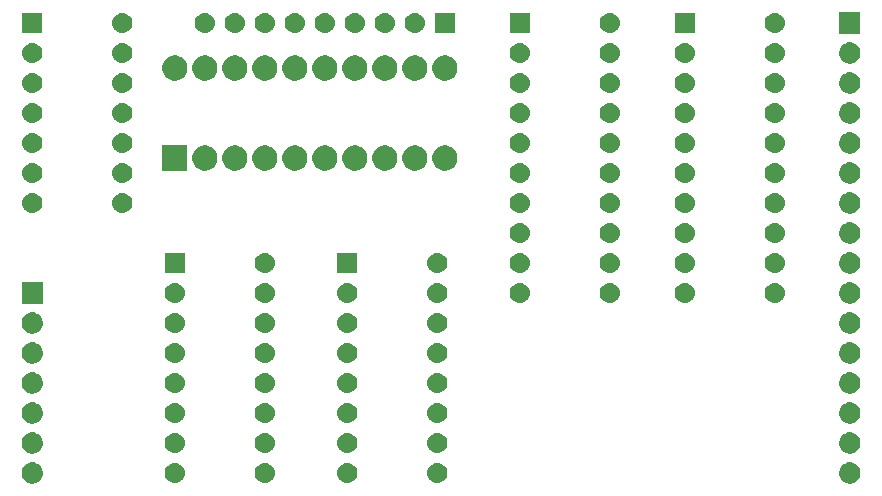
<source format=gts>
G04 #@! TF.GenerationSoftware,KiCad,Pcbnew,5.0.2+dfsg1-1*
G04 #@! TF.CreationDate,2019-08-02T16:39:56+02:00*
G04 #@! TF.ProjectId,Stack-Pointer,53746163-6b2d-4506-9f69-6e7465722e6b,rev?*
G04 #@! TF.SameCoordinates,Original*
G04 #@! TF.FileFunction,Soldermask,Top*
G04 #@! TF.FilePolarity,Negative*
%FSLAX46Y46*%
G04 Gerber Fmt 4.6, Leading zero omitted, Abs format (unit mm)*
G04 Created by KiCad (PCBNEW 5.0.2+dfsg1-1) date vr 02 aug 2019 16:39:56 CEST*
%MOMM*%
%LPD*%
G01*
G04 APERTURE LIST*
%ADD10C,0.100000*%
G04 APERTURE END LIST*
D10*
G36*
X123935443Y-65780519D02*
X124001627Y-65787037D01*
X124114853Y-65821384D01*
X124171467Y-65838557D01*
X124258311Y-65884977D01*
X124327991Y-65922222D01*
X124363729Y-65951552D01*
X124465186Y-66034814D01*
X124548448Y-66136271D01*
X124577778Y-66172009D01*
X124577779Y-66172011D01*
X124661443Y-66328533D01*
X124678616Y-66385147D01*
X124712963Y-66498373D01*
X124730359Y-66675000D01*
X124712963Y-66851627D01*
X124678616Y-66964853D01*
X124661443Y-67021467D01*
X124592698Y-67150078D01*
X124577778Y-67177991D01*
X124548448Y-67213729D01*
X124465186Y-67315186D01*
X124363729Y-67398448D01*
X124327991Y-67427778D01*
X124327989Y-67427779D01*
X124171467Y-67511443D01*
X124164069Y-67513687D01*
X124001627Y-67562963D01*
X123935443Y-67569481D01*
X123869260Y-67576000D01*
X123780740Y-67576000D01*
X123714557Y-67569481D01*
X123648373Y-67562963D01*
X123485931Y-67513687D01*
X123478533Y-67511443D01*
X123322011Y-67427779D01*
X123322009Y-67427778D01*
X123286271Y-67398448D01*
X123184814Y-67315186D01*
X123101552Y-67213729D01*
X123072222Y-67177991D01*
X123057302Y-67150078D01*
X122988557Y-67021467D01*
X122971384Y-66964853D01*
X122937037Y-66851627D01*
X122919641Y-66675000D01*
X122937037Y-66498373D01*
X122971384Y-66385147D01*
X122988557Y-66328533D01*
X123072221Y-66172011D01*
X123072222Y-66172009D01*
X123101552Y-66136271D01*
X123184814Y-66034814D01*
X123286271Y-65951552D01*
X123322009Y-65922222D01*
X123391689Y-65884977D01*
X123478533Y-65838557D01*
X123535147Y-65821384D01*
X123648373Y-65787037D01*
X123714557Y-65780519D01*
X123780740Y-65774000D01*
X123869260Y-65774000D01*
X123935443Y-65780519D01*
X123935443Y-65780519D01*
G37*
G36*
X54720443Y-65780519D02*
X54786627Y-65787037D01*
X54899853Y-65821384D01*
X54956467Y-65838557D01*
X55043311Y-65884977D01*
X55112991Y-65922222D01*
X55148729Y-65951552D01*
X55250186Y-66034814D01*
X55333448Y-66136271D01*
X55362778Y-66172009D01*
X55362779Y-66172011D01*
X55446443Y-66328533D01*
X55463616Y-66385147D01*
X55497963Y-66498373D01*
X55515359Y-66675000D01*
X55497963Y-66851627D01*
X55463616Y-66964853D01*
X55446443Y-67021467D01*
X55377698Y-67150078D01*
X55362778Y-67177991D01*
X55333448Y-67213729D01*
X55250186Y-67315186D01*
X55148729Y-67398448D01*
X55112991Y-67427778D01*
X55112989Y-67427779D01*
X54956467Y-67511443D01*
X54949069Y-67513687D01*
X54786627Y-67562963D01*
X54720443Y-67569481D01*
X54654260Y-67576000D01*
X54565740Y-67576000D01*
X54499557Y-67569481D01*
X54433373Y-67562963D01*
X54270931Y-67513687D01*
X54263533Y-67511443D01*
X54107011Y-67427779D01*
X54107009Y-67427778D01*
X54071271Y-67398448D01*
X53969814Y-67315186D01*
X53886552Y-67213729D01*
X53857222Y-67177991D01*
X53842302Y-67150078D01*
X53773557Y-67021467D01*
X53756384Y-66964853D01*
X53722037Y-66851627D01*
X53704641Y-66675000D01*
X53722037Y-66498373D01*
X53756384Y-66385147D01*
X53773557Y-66328533D01*
X53857221Y-66172011D01*
X53857222Y-66172009D01*
X53886552Y-66136271D01*
X53969814Y-66034814D01*
X54071271Y-65951552D01*
X54107009Y-65922222D01*
X54176689Y-65884977D01*
X54263533Y-65838557D01*
X54320147Y-65821384D01*
X54433373Y-65787037D01*
X54499557Y-65780519D01*
X54565740Y-65774000D01*
X54654260Y-65774000D01*
X54720443Y-65780519D01*
X54720443Y-65780519D01*
G37*
G36*
X66841821Y-65836313D02*
X66841824Y-65836314D01*
X66841825Y-65836314D01*
X67002239Y-65884975D01*
X67002241Y-65884976D01*
X67002244Y-65884977D01*
X67150078Y-65963995D01*
X67279659Y-66070341D01*
X67386005Y-66199922D01*
X67465023Y-66347756D01*
X67465024Y-66347759D01*
X67465025Y-66347761D01*
X67510713Y-66498375D01*
X67513687Y-66508179D01*
X67530117Y-66675000D01*
X67513687Y-66841821D01*
X67513686Y-66841824D01*
X67513686Y-66841825D01*
X67510713Y-66851627D01*
X67465023Y-67002244D01*
X67386005Y-67150078D01*
X67279659Y-67279659D01*
X67150078Y-67386005D01*
X67002244Y-67465023D01*
X67002241Y-67465024D01*
X67002239Y-67465025D01*
X66841825Y-67513686D01*
X66841824Y-67513686D01*
X66841821Y-67513687D01*
X66716804Y-67526000D01*
X66633196Y-67526000D01*
X66508179Y-67513687D01*
X66508176Y-67513686D01*
X66508175Y-67513686D01*
X66347761Y-67465025D01*
X66347759Y-67465024D01*
X66347756Y-67465023D01*
X66199922Y-67386005D01*
X66070341Y-67279659D01*
X65963995Y-67150078D01*
X65884977Y-67002244D01*
X65839288Y-66851627D01*
X65836314Y-66841825D01*
X65836314Y-66841824D01*
X65836313Y-66841821D01*
X65819883Y-66675000D01*
X65836313Y-66508179D01*
X65839287Y-66498375D01*
X65884975Y-66347761D01*
X65884976Y-66347759D01*
X65884977Y-66347756D01*
X65963995Y-66199922D01*
X66070341Y-66070341D01*
X66199922Y-65963995D01*
X66347756Y-65884977D01*
X66347759Y-65884976D01*
X66347761Y-65884975D01*
X66508175Y-65836314D01*
X66508176Y-65836314D01*
X66508179Y-65836313D01*
X66633196Y-65824000D01*
X66716804Y-65824000D01*
X66841821Y-65836313D01*
X66841821Y-65836313D01*
G37*
G36*
X74461821Y-65836313D02*
X74461824Y-65836314D01*
X74461825Y-65836314D01*
X74622239Y-65884975D01*
X74622241Y-65884976D01*
X74622244Y-65884977D01*
X74770078Y-65963995D01*
X74899659Y-66070341D01*
X75006005Y-66199922D01*
X75085023Y-66347756D01*
X75085024Y-66347759D01*
X75085025Y-66347761D01*
X75130713Y-66498375D01*
X75133687Y-66508179D01*
X75150117Y-66675000D01*
X75133687Y-66841821D01*
X75133686Y-66841824D01*
X75133686Y-66841825D01*
X75130713Y-66851627D01*
X75085023Y-67002244D01*
X75006005Y-67150078D01*
X74899659Y-67279659D01*
X74770078Y-67386005D01*
X74622244Y-67465023D01*
X74622241Y-67465024D01*
X74622239Y-67465025D01*
X74461825Y-67513686D01*
X74461824Y-67513686D01*
X74461821Y-67513687D01*
X74336804Y-67526000D01*
X74253196Y-67526000D01*
X74128179Y-67513687D01*
X74128176Y-67513686D01*
X74128175Y-67513686D01*
X73967761Y-67465025D01*
X73967759Y-67465024D01*
X73967756Y-67465023D01*
X73819922Y-67386005D01*
X73690341Y-67279659D01*
X73583995Y-67150078D01*
X73504977Y-67002244D01*
X73459288Y-66851627D01*
X73456314Y-66841825D01*
X73456314Y-66841824D01*
X73456313Y-66841821D01*
X73439883Y-66675000D01*
X73456313Y-66508179D01*
X73459287Y-66498375D01*
X73504975Y-66347761D01*
X73504976Y-66347759D01*
X73504977Y-66347756D01*
X73583995Y-66199922D01*
X73690341Y-66070341D01*
X73819922Y-65963995D01*
X73967756Y-65884977D01*
X73967759Y-65884976D01*
X73967761Y-65884975D01*
X74128175Y-65836314D01*
X74128176Y-65836314D01*
X74128179Y-65836313D01*
X74253196Y-65824000D01*
X74336804Y-65824000D01*
X74461821Y-65836313D01*
X74461821Y-65836313D01*
G37*
G36*
X89066821Y-65836313D02*
X89066824Y-65836314D01*
X89066825Y-65836314D01*
X89227239Y-65884975D01*
X89227241Y-65884976D01*
X89227244Y-65884977D01*
X89375078Y-65963995D01*
X89504659Y-66070341D01*
X89611005Y-66199922D01*
X89690023Y-66347756D01*
X89690024Y-66347759D01*
X89690025Y-66347761D01*
X89735713Y-66498375D01*
X89738687Y-66508179D01*
X89755117Y-66675000D01*
X89738687Y-66841821D01*
X89738686Y-66841824D01*
X89738686Y-66841825D01*
X89735713Y-66851627D01*
X89690023Y-67002244D01*
X89611005Y-67150078D01*
X89504659Y-67279659D01*
X89375078Y-67386005D01*
X89227244Y-67465023D01*
X89227241Y-67465024D01*
X89227239Y-67465025D01*
X89066825Y-67513686D01*
X89066824Y-67513686D01*
X89066821Y-67513687D01*
X88941804Y-67526000D01*
X88858196Y-67526000D01*
X88733179Y-67513687D01*
X88733176Y-67513686D01*
X88733175Y-67513686D01*
X88572761Y-67465025D01*
X88572759Y-67465024D01*
X88572756Y-67465023D01*
X88424922Y-67386005D01*
X88295341Y-67279659D01*
X88188995Y-67150078D01*
X88109977Y-67002244D01*
X88064288Y-66851627D01*
X88061314Y-66841825D01*
X88061314Y-66841824D01*
X88061313Y-66841821D01*
X88044883Y-66675000D01*
X88061313Y-66508179D01*
X88064287Y-66498375D01*
X88109975Y-66347761D01*
X88109976Y-66347759D01*
X88109977Y-66347756D01*
X88188995Y-66199922D01*
X88295341Y-66070341D01*
X88424922Y-65963995D01*
X88572756Y-65884977D01*
X88572759Y-65884976D01*
X88572761Y-65884975D01*
X88733175Y-65836314D01*
X88733176Y-65836314D01*
X88733179Y-65836313D01*
X88858196Y-65824000D01*
X88941804Y-65824000D01*
X89066821Y-65836313D01*
X89066821Y-65836313D01*
G37*
G36*
X81446821Y-65836313D02*
X81446824Y-65836314D01*
X81446825Y-65836314D01*
X81607239Y-65884975D01*
X81607241Y-65884976D01*
X81607244Y-65884977D01*
X81755078Y-65963995D01*
X81884659Y-66070341D01*
X81991005Y-66199922D01*
X82070023Y-66347756D01*
X82070024Y-66347759D01*
X82070025Y-66347761D01*
X82115713Y-66498375D01*
X82118687Y-66508179D01*
X82135117Y-66675000D01*
X82118687Y-66841821D01*
X82118686Y-66841824D01*
X82118686Y-66841825D01*
X82115713Y-66851627D01*
X82070023Y-67002244D01*
X81991005Y-67150078D01*
X81884659Y-67279659D01*
X81755078Y-67386005D01*
X81607244Y-67465023D01*
X81607241Y-67465024D01*
X81607239Y-67465025D01*
X81446825Y-67513686D01*
X81446824Y-67513686D01*
X81446821Y-67513687D01*
X81321804Y-67526000D01*
X81238196Y-67526000D01*
X81113179Y-67513687D01*
X81113176Y-67513686D01*
X81113175Y-67513686D01*
X80952761Y-67465025D01*
X80952759Y-67465024D01*
X80952756Y-67465023D01*
X80804922Y-67386005D01*
X80675341Y-67279659D01*
X80568995Y-67150078D01*
X80489977Y-67002244D01*
X80444288Y-66851627D01*
X80441314Y-66841825D01*
X80441314Y-66841824D01*
X80441313Y-66841821D01*
X80424883Y-66675000D01*
X80441313Y-66508179D01*
X80444287Y-66498375D01*
X80489975Y-66347761D01*
X80489976Y-66347759D01*
X80489977Y-66347756D01*
X80568995Y-66199922D01*
X80675341Y-66070341D01*
X80804922Y-65963995D01*
X80952756Y-65884977D01*
X80952759Y-65884976D01*
X80952761Y-65884975D01*
X81113175Y-65836314D01*
X81113176Y-65836314D01*
X81113179Y-65836313D01*
X81238196Y-65824000D01*
X81321804Y-65824000D01*
X81446821Y-65836313D01*
X81446821Y-65836313D01*
G37*
G36*
X123935443Y-63240519D02*
X124001627Y-63247037D01*
X124114853Y-63281384D01*
X124171467Y-63298557D01*
X124258311Y-63344977D01*
X124327991Y-63382222D01*
X124363729Y-63411552D01*
X124465186Y-63494814D01*
X124548448Y-63596271D01*
X124577778Y-63632009D01*
X124577779Y-63632011D01*
X124661443Y-63788533D01*
X124678616Y-63845147D01*
X124712963Y-63958373D01*
X124730359Y-64135000D01*
X124712963Y-64311627D01*
X124678616Y-64424853D01*
X124661443Y-64481467D01*
X124592698Y-64610078D01*
X124577778Y-64637991D01*
X124548448Y-64673729D01*
X124465186Y-64775186D01*
X124363729Y-64858448D01*
X124327991Y-64887778D01*
X124327989Y-64887779D01*
X124171467Y-64971443D01*
X124164069Y-64973687D01*
X124001627Y-65022963D01*
X123935442Y-65029482D01*
X123869260Y-65036000D01*
X123780740Y-65036000D01*
X123714558Y-65029482D01*
X123648373Y-65022963D01*
X123485931Y-64973687D01*
X123478533Y-64971443D01*
X123322011Y-64887779D01*
X123322009Y-64887778D01*
X123286271Y-64858448D01*
X123184814Y-64775186D01*
X123101552Y-64673729D01*
X123072222Y-64637991D01*
X123057302Y-64610078D01*
X122988557Y-64481467D01*
X122971384Y-64424853D01*
X122937037Y-64311627D01*
X122919641Y-64135000D01*
X122937037Y-63958373D01*
X122971384Y-63845147D01*
X122988557Y-63788533D01*
X123072221Y-63632011D01*
X123072222Y-63632009D01*
X123101552Y-63596271D01*
X123184814Y-63494814D01*
X123286271Y-63411552D01*
X123322009Y-63382222D01*
X123391689Y-63344977D01*
X123478533Y-63298557D01*
X123535147Y-63281384D01*
X123648373Y-63247037D01*
X123714557Y-63240519D01*
X123780740Y-63234000D01*
X123869260Y-63234000D01*
X123935443Y-63240519D01*
X123935443Y-63240519D01*
G37*
G36*
X54720443Y-63240519D02*
X54786627Y-63247037D01*
X54899853Y-63281384D01*
X54956467Y-63298557D01*
X55043311Y-63344977D01*
X55112991Y-63382222D01*
X55148729Y-63411552D01*
X55250186Y-63494814D01*
X55333448Y-63596271D01*
X55362778Y-63632009D01*
X55362779Y-63632011D01*
X55446443Y-63788533D01*
X55463616Y-63845147D01*
X55497963Y-63958373D01*
X55515359Y-64135000D01*
X55497963Y-64311627D01*
X55463616Y-64424853D01*
X55446443Y-64481467D01*
X55377698Y-64610078D01*
X55362778Y-64637991D01*
X55333448Y-64673729D01*
X55250186Y-64775186D01*
X55148729Y-64858448D01*
X55112991Y-64887778D01*
X55112989Y-64887779D01*
X54956467Y-64971443D01*
X54949069Y-64973687D01*
X54786627Y-65022963D01*
X54720442Y-65029482D01*
X54654260Y-65036000D01*
X54565740Y-65036000D01*
X54499558Y-65029482D01*
X54433373Y-65022963D01*
X54270931Y-64973687D01*
X54263533Y-64971443D01*
X54107011Y-64887779D01*
X54107009Y-64887778D01*
X54071271Y-64858448D01*
X53969814Y-64775186D01*
X53886552Y-64673729D01*
X53857222Y-64637991D01*
X53842302Y-64610078D01*
X53773557Y-64481467D01*
X53756384Y-64424853D01*
X53722037Y-64311627D01*
X53704641Y-64135000D01*
X53722037Y-63958373D01*
X53756384Y-63845147D01*
X53773557Y-63788533D01*
X53857221Y-63632011D01*
X53857222Y-63632009D01*
X53886552Y-63596271D01*
X53969814Y-63494814D01*
X54071271Y-63411552D01*
X54107009Y-63382222D01*
X54176689Y-63344977D01*
X54263533Y-63298557D01*
X54320147Y-63281384D01*
X54433373Y-63247037D01*
X54499557Y-63240519D01*
X54565740Y-63234000D01*
X54654260Y-63234000D01*
X54720443Y-63240519D01*
X54720443Y-63240519D01*
G37*
G36*
X81446821Y-63296313D02*
X81446824Y-63296314D01*
X81446825Y-63296314D01*
X81607239Y-63344975D01*
X81607241Y-63344976D01*
X81607244Y-63344977D01*
X81755078Y-63423995D01*
X81884659Y-63530341D01*
X81991005Y-63659922D01*
X82070023Y-63807756D01*
X82070024Y-63807759D01*
X82070025Y-63807761D01*
X82115713Y-63958375D01*
X82118687Y-63968179D01*
X82135117Y-64135000D01*
X82118687Y-64301821D01*
X82118686Y-64301824D01*
X82118686Y-64301825D01*
X82115713Y-64311627D01*
X82070023Y-64462244D01*
X81991005Y-64610078D01*
X81884659Y-64739659D01*
X81755078Y-64846005D01*
X81607244Y-64925023D01*
X81607241Y-64925024D01*
X81607239Y-64925025D01*
X81446825Y-64973686D01*
X81446824Y-64973686D01*
X81446821Y-64973687D01*
X81321804Y-64986000D01*
X81238196Y-64986000D01*
X81113179Y-64973687D01*
X81113176Y-64973686D01*
X81113175Y-64973686D01*
X80952761Y-64925025D01*
X80952759Y-64925024D01*
X80952756Y-64925023D01*
X80804922Y-64846005D01*
X80675341Y-64739659D01*
X80568995Y-64610078D01*
X80489977Y-64462244D01*
X80444288Y-64311627D01*
X80441314Y-64301825D01*
X80441314Y-64301824D01*
X80441313Y-64301821D01*
X80424883Y-64135000D01*
X80441313Y-63968179D01*
X80444287Y-63958375D01*
X80489975Y-63807761D01*
X80489976Y-63807759D01*
X80489977Y-63807756D01*
X80568995Y-63659922D01*
X80675341Y-63530341D01*
X80804922Y-63423995D01*
X80952756Y-63344977D01*
X80952759Y-63344976D01*
X80952761Y-63344975D01*
X81113175Y-63296314D01*
X81113176Y-63296314D01*
X81113179Y-63296313D01*
X81238196Y-63284000D01*
X81321804Y-63284000D01*
X81446821Y-63296313D01*
X81446821Y-63296313D01*
G37*
G36*
X74461821Y-63296313D02*
X74461824Y-63296314D01*
X74461825Y-63296314D01*
X74622239Y-63344975D01*
X74622241Y-63344976D01*
X74622244Y-63344977D01*
X74770078Y-63423995D01*
X74899659Y-63530341D01*
X75006005Y-63659922D01*
X75085023Y-63807756D01*
X75085024Y-63807759D01*
X75085025Y-63807761D01*
X75130713Y-63958375D01*
X75133687Y-63968179D01*
X75150117Y-64135000D01*
X75133687Y-64301821D01*
X75133686Y-64301824D01*
X75133686Y-64301825D01*
X75130713Y-64311627D01*
X75085023Y-64462244D01*
X75006005Y-64610078D01*
X74899659Y-64739659D01*
X74770078Y-64846005D01*
X74622244Y-64925023D01*
X74622241Y-64925024D01*
X74622239Y-64925025D01*
X74461825Y-64973686D01*
X74461824Y-64973686D01*
X74461821Y-64973687D01*
X74336804Y-64986000D01*
X74253196Y-64986000D01*
X74128179Y-64973687D01*
X74128176Y-64973686D01*
X74128175Y-64973686D01*
X73967761Y-64925025D01*
X73967759Y-64925024D01*
X73967756Y-64925023D01*
X73819922Y-64846005D01*
X73690341Y-64739659D01*
X73583995Y-64610078D01*
X73504977Y-64462244D01*
X73459288Y-64311627D01*
X73456314Y-64301825D01*
X73456314Y-64301824D01*
X73456313Y-64301821D01*
X73439883Y-64135000D01*
X73456313Y-63968179D01*
X73459287Y-63958375D01*
X73504975Y-63807761D01*
X73504976Y-63807759D01*
X73504977Y-63807756D01*
X73583995Y-63659922D01*
X73690341Y-63530341D01*
X73819922Y-63423995D01*
X73967756Y-63344977D01*
X73967759Y-63344976D01*
X73967761Y-63344975D01*
X74128175Y-63296314D01*
X74128176Y-63296314D01*
X74128179Y-63296313D01*
X74253196Y-63284000D01*
X74336804Y-63284000D01*
X74461821Y-63296313D01*
X74461821Y-63296313D01*
G37*
G36*
X89066821Y-63296313D02*
X89066824Y-63296314D01*
X89066825Y-63296314D01*
X89227239Y-63344975D01*
X89227241Y-63344976D01*
X89227244Y-63344977D01*
X89375078Y-63423995D01*
X89504659Y-63530341D01*
X89611005Y-63659922D01*
X89690023Y-63807756D01*
X89690024Y-63807759D01*
X89690025Y-63807761D01*
X89735713Y-63958375D01*
X89738687Y-63968179D01*
X89755117Y-64135000D01*
X89738687Y-64301821D01*
X89738686Y-64301824D01*
X89738686Y-64301825D01*
X89735713Y-64311627D01*
X89690023Y-64462244D01*
X89611005Y-64610078D01*
X89504659Y-64739659D01*
X89375078Y-64846005D01*
X89227244Y-64925023D01*
X89227241Y-64925024D01*
X89227239Y-64925025D01*
X89066825Y-64973686D01*
X89066824Y-64973686D01*
X89066821Y-64973687D01*
X88941804Y-64986000D01*
X88858196Y-64986000D01*
X88733179Y-64973687D01*
X88733176Y-64973686D01*
X88733175Y-64973686D01*
X88572761Y-64925025D01*
X88572759Y-64925024D01*
X88572756Y-64925023D01*
X88424922Y-64846005D01*
X88295341Y-64739659D01*
X88188995Y-64610078D01*
X88109977Y-64462244D01*
X88064288Y-64311627D01*
X88061314Y-64301825D01*
X88061314Y-64301824D01*
X88061313Y-64301821D01*
X88044883Y-64135000D01*
X88061313Y-63968179D01*
X88064287Y-63958375D01*
X88109975Y-63807761D01*
X88109976Y-63807759D01*
X88109977Y-63807756D01*
X88188995Y-63659922D01*
X88295341Y-63530341D01*
X88424922Y-63423995D01*
X88572756Y-63344977D01*
X88572759Y-63344976D01*
X88572761Y-63344975D01*
X88733175Y-63296314D01*
X88733176Y-63296314D01*
X88733179Y-63296313D01*
X88858196Y-63284000D01*
X88941804Y-63284000D01*
X89066821Y-63296313D01*
X89066821Y-63296313D01*
G37*
G36*
X66841821Y-63296313D02*
X66841824Y-63296314D01*
X66841825Y-63296314D01*
X67002239Y-63344975D01*
X67002241Y-63344976D01*
X67002244Y-63344977D01*
X67150078Y-63423995D01*
X67279659Y-63530341D01*
X67386005Y-63659922D01*
X67465023Y-63807756D01*
X67465024Y-63807759D01*
X67465025Y-63807761D01*
X67510713Y-63958375D01*
X67513687Y-63968179D01*
X67530117Y-64135000D01*
X67513687Y-64301821D01*
X67513686Y-64301824D01*
X67513686Y-64301825D01*
X67510713Y-64311627D01*
X67465023Y-64462244D01*
X67386005Y-64610078D01*
X67279659Y-64739659D01*
X67150078Y-64846005D01*
X67002244Y-64925023D01*
X67002241Y-64925024D01*
X67002239Y-64925025D01*
X66841825Y-64973686D01*
X66841824Y-64973686D01*
X66841821Y-64973687D01*
X66716804Y-64986000D01*
X66633196Y-64986000D01*
X66508179Y-64973687D01*
X66508176Y-64973686D01*
X66508175Y-64973686D01*
X66347761Y-64925025D01*
X66347759Y-64925024D01*
X66347756Y-64925023D01*
X66199922Y-64846005D01*
X66070341Y-64739659D01*
X65963995Y-64610078D01*
X65884977Y-64462244D01*
X65839288Y-64311627D01*
X65836314Y-64301825D01*
X65836314Y-64301824D01*
X65836313Y-64301821D01*
X65819883Y-64135000D01*
X65836313Y-63968179D01*
X65839287Y-63958375D01*
X65884975Y-63807761D01*
X65884976Y-63807759D01*
X65884977Y-63807756D01*
X65963995Y-63659922D01*
X66070341Y-63530341D01*
X66199922Y-63423995D01*
X66347756Y-63344977D01*
X66347759Y-63344976D01*
X66347761Y-63344975D01*
X66508175Y-63296314D01*
X66508176Y-63296314D01*
X66508179Y-63296313D01*
X66633196Y-63284000D01*
X66716804Y-63284000D01*
X66841821Y-63296313D01*
X66841821Y-63296313D01*
G37*
G36*
X123935443Y-60700519D02*
X124001627Y-60707037D01*
X124114853Y-60741384D01*
X124171467Y-60758557D01*
X124258311Y-60804977D01*
X124327991Y-60842222D01*
X124363729Y-60871552D01*
X124465186Y-60954814D01*
X124548448Y-61056271D01*
X124577778Y-61092009D01*
X124577779Y-61092011D01*
X124661443Y-61248533D01*
X124678616Y-61305147D01*
X124712963Y-61418373D01*
X124730359Y-61595000D01*
X124712963Y-61771627D01*
X124678616Y-61884853D01*
X124661443Y-61941467D01*
X124592698Y-62070078D01*
X124577778Y-62097991D01*
X124548448Y-62133729D01*
X124465186Y-62235186D01*
X124363729Y-62318448D01*
X124327991Y-62347778D01*
X124327989Y-62347779D01*
X124171467Y-62431443D01*
X124164069Y-62433687D01*
X124001627Y-62482963D01*
X123935443Y-62489481D01*
X123869260Y-62496000D01*
X123780740Y-62496000D01*
X123714557Y-62489481D01*
X123648373Y-62482963D01*
X123485931Y-62433687D01*
X123478533Y-62431443D01*
X123322011Y-62347779D01*
X123322009Y-62347778D01*
X123286271Y-62318448D01*
X123184814Y-62235186D01*
X123101552Y-62133729D01*
X123072222Y-62097991D01*
X123057302Y-62070078D01*
X122988557Y-61941467D01*
X122971384Y-61884853D01*
X122937037Y-61771627D01*
X122919641Y-61595000D01*
X122937037Y-61418373D01*
X122971384Y-61305147D01*
X122988557Y-61248533D01*
X123072221Y-61092011D01*
X123072222Y-61092009D01*
X123101552Y-61056271D01*
X123184814Y-60954814D01*
X123286271Y-60871552D01*
X123322009Y-60842222D01*
X123391689Y-60804977D01*
X123478533Y-60758557D01*
X123535147Y-60741384D01*
X123648373Y-60707037D01*
X123714557Y-60700519D01*
X123780740Y-60694000D01*
X123869260Y-60694000D01*
X123935443Y-60700519D01*
X123935443Y-60700519D01*
G37*
G36*
X54720443Y-60700519D02*
X54786627Y-60707037D01*
X54899853Y-60741384D01*
X54956467Y-60758557D01*
X55043311Y-60804977D01*
X55112991Y-60842222D01*
X55148729Y-60871552D01*
X55250186Y-60954814D01*
X55333448Y-61056271D01*
X55362778Y-61092009D01*
X55362779Y-61092011D01*
X55446443Y-61248533D01*
X55463616Y-61305147D01*
X55497963Y-61418373D01*
X55515359Y-61595000D01*
X55497963Y-61771627D01*
X55463616Y-61884853D01*
X55446443Y-61941467D01*
X55377698Y-62070078D01*
X55362778Y-62097991D01*
X55333448Y-62133729D01*
X55250186Y-62235186D01*
X55148729Y-62318448D01*
X55112991Y-62347778D01*
X55112989Y-62347779D01*
X54956467Y-62431443D01*
X54949069Y-62433687D01*
X54786627Y-62482963D01*
X54720443Y-62489481D01*
X54654260Y-62496000D01*
X54565740Y-62496000D01*
X54499557Y-62489481D01*
X54433373Y-62482963D01*
X54270931Y-62433687D01*
X54263533Y-62431443D01*
X54107011Y-62347779D01*
X54107009Y-62347778D01*
X54071271Y-62318448D01*
X53969814Y-62235186D01*
X53886552Y-62133729D01*
X53857222Y-62097991D01*
X53842302Y-62070078D01*
X53773557Y-61941467D01*
X53756384Y-61884853D01*
X53722037Y-61771627D01*
X53704641Y-61595000D01*
X53722037Y-61418373D01*
X53756384Y-61305147D01*
X53773557Y-61248533D01*
X53857221Y-61092011D01*
X53857222Y-61092009D01*
X53886552Y-61056271D01*
X53969814Y-60954814D01*
X54071271Y-60871552D01*
X54107009Y-60842222D01*
X54176689Y-60804977D01*
X54263533Y-60758557D01*
X54320147Y-60741384D01*
X54433373Y-60707037D01*
X54499557Y-60700519D01*
X54565740Y-60694000D01*
X54654260Y-60694000D01*
X54720443Y-60700519D01*
X54720443Y-60700519D01*
G37*
G36*
X81446821Y-60756313D02*
X81446824Y-60756314D01*
X81446825Y-60756314D01*
X81607239Y-60804975D01*
X81607241Y-60804976D01*
X81607244Y-60804977D01*
X81755078Y-60883995D01*
X81884659Y-60990341D01*
X81991005Y-61119922D01*
X82070023Y-61267756D01*
X82070024Y-61267759D01*
X82070025Y-61267761D01*
X82115713Y-61418375D01*
X82118687Y-61428179D01*
X82135117Y-61595000D01*
X82118687Y-61761821D01*
X82118686Y-61761824D01*
X82118686Y-61761825D01*
X82115713Y-61771627D01*
X82070023Y-61922244D01*
X81991005Y-62070078D01*
X81884659Y-62199659D01*
X81755078Y-62306005D01*
X81607244Y-62385023D01*
X81607241Y-62385024D01*
X81607239Y-62385025D01*
X81446825Y-62433686D01*
X81446824Y-62433686D01*
X81446821Y-62433687D01*
X81321804Y-62446000D01*
X81238196Y-62446000D01*
X81113179Y-62433687D01*
X81113176Y-62433686D01*
X81113175Y-62433686D01*
X80952761Y-62385025D01*
X80952759Y-62385024D01*
X80952756Y-62385023D01*
X80804922Y-62306005D01*
X80675341Y-62199659D01*
X80568995Y-62070078D01*
X80489977Y-61922244D01*
X80444288Y-61771627D01*
X80441314Y-61761825D01*
X80441314Y-61761824D01*
X80441313Y-61761821D01*
X80424883Y-61595000D01*
X80441313Y-61428179D01*
X80444287Y-61418375D01*
X80489975Y-61267761D01*
X80489976Y-61267759D01*
X80489977Y-61267756D01*
X80568995Y-61119922D01*
X80675341Y-60990341D01*
X80804922Y-60883995D01*
X80952756Y-60804977D01*
X80952759Y-60804976D01*
X80952761Y-60804975D01*
X81113175Y-60756314D01*
X81113176Y-60756314D01*
X81113179Y-60756313D01*
X81238196Y-60744000D01*
X81321804Y-60744000D01*
X81446821Y-60756313D01*
X81446821Y-60756313D01*
G37*
G36*
X89066821Y-60756313D02*
X89066824Y-60756314D01*
X89066825Y-60756314D01*
X89227239Y-60804975D01*
X89227241Y-60804976D01*
X89227244Y-60804977D01*
X89375078Y-60883995D01*
X89504659Y-60990341D01*
X89611005Y-61119922D01*
X89690023Y-61267756D01*
X89690024Y-61267759D01*
X89690025Y-61267761D01*
X89735713Y-61418375D01*
X89738687Y-61428179D01*
X89755117Y-61595000D01*
X89738687Y-61761821D01*
X89738686Y-61761824D01*
X89738686Y-61761825D01*
X89735713Y-61771627D01*
X89690023Y-61922244D01*
X89611005Y-62070078D01*
X89504659Y-62199659D01*
X89375078Y-62306005D01*
X89227244Y-62385023D01*
X89227241Y-62385024D01*
X89227239Y-62385025D01*
X89066825Y-62433686D01*
X89066824Y-62433686D01*
X89066821Y-62433687D01*
X88941804Y-62446000D01*
X88858196Y-62446000D01*
X88733179Y-62433687D01*
X88733176Y-62433686D01*
X88733175Y-62433686D01*
X88572761Y-62385025D01*
X88572759Y-62385024D01*
X88572756Y-62385023D01*
X88424922Y-62306005D01*
X88295341Y-62199659D01*
X88188995Y-62070078D01*
X88109977Y-61922244D01*
X88064288Y-61771627D01*
X88061314Y-61761825D01*
X88061314Y-61761824D01*
X88061313Y-61761821D01*
X88044883Y-61595000D01*
X88061313Y-61428179D01*
X88064287Y-61418375D01*
X88109975Y-61267761D01*
X88109976Y-61267759D01*
X88109977Y-61267756D01*
X88188995Y-61119922D01*
X88295341Y-60990341D01*
X88424922Y-60883995D01*
X88572756Y-60804977D01*
X88572759Y-60804976D01*
X88572761Y-60804975D01*
X88733175Y-60756314D01*
X88733176Y-60756314D01*
X88733179Y-60756313D01*
X88858196Y-60744000D01*
X88941804Y-60744000D01*
X89066821Y-60756313D01*
X89066821Y-60756313D01*
G37*
G36*
X74461821Y-60756313D02*
X74461824Y-60756314D01*
X74461825Y-60756314D01*
X74622239Y-60804975D01*
X74622241Y-60804976D01*
X74622244Y-60804977D01*
X74770078Y-60883995D01*
X74899659Y-60990341D01*
X75006005Y-61119922D01*
X75085023Y-61267756D01*
X75085024Y-61267759D01*
X75085025Y-61267761D01*
X75130713Y-61418375D01*
X75133687Y-61428179D01*
X75150117Y-61595000D01*
X75133687Y-61761821D01*
X75133686Y-61761824D01*
X75133686Y-61761825D01*
X75130713Y-61771627D01*
X75085023Y-61922244D01*
X75006005Y-62070078D01*
X74899659Y-62199659D01*
X74770078Y-62306005D01*
X74622244Y-62385023D01*
X74622241Y-62385024D01*
X74622239Y-62385025D01*
X74461825Y-62433686D01*
X74461824Y-62433686D01*
X74461821Y-62433687D01*
X74336804Y-62446000D01*
X74253196Y-62446000D01*
X74128179Y-62433687D01*
X74128176Y-62433686D01*
X74128175Y-62433686D01*
X73967761Y-62385025D01*
X73967759Y-62385024D01*
X73967756Y-62385023D01*
X73819922Y-62306005D01*
X73690341Y-62199659D01*
X73583995Y-62070078D01*
X73504977Y-61922244D01*
X73459288Y-61771627D01*
X73456314Y-61761825D01*
X73456314Y-61761824D01*
X73456313Y-61761821D01*
X73439883Y-61595000D01*
X73456313Y-61428179D01*
X73459287Y-61418375D01*
X73504975Y-61267761D01*
X73504976Y-61267759D01*
X73504977Y-61267756D01*
X73583995Y-61119922D01*
X73690341Y-60990341D01*
X73819922Y-60883995D01*
X73967756Y-60804977D01*
X73967759Y-60804976D01*
X73967761Y-60804975D01*
X74128175Y-60756314D01*
X74128176Y-60756314D01*
X74128179Y-60756313D01*
X74253196Y-60744000D01*
X74336804Y-60744000D01*
X74461821Y-60756313D01*
X74461821Y-60756313D01*
G37*
G36*
X66841821Y-60756313D02*
X66841824Y-60756314D01*
X66841825Y-60756314D01*
X67002239Y-60804975D01*
X67002241Y-60804976D01*
X67002244Y-60804977D01*
X67150078Y-60883995D01*
X67279659Y-60990341D01*
X67386005Y-61119922D01*
X67465023Y-61267756D01*
X67465024Y-61267759D01*
X67465025Y-61267761D01*
X67510713Y-61418375D01*
X67513687Y-61428179D01*
X67530117Y-61595000D01*
X67513687Y-61761821D01*
X67513686Y-61761824D01*
X67513686Y-61761825D01*
X67510713Y-61771627D01*
X67465023Y-61922244D01*
X67386005Y-62070078D01*
X67279659Y-62199659D01*
X67150078Y-62306005D01*
X67002244Y-62385023D01*
X67002241Y-62385024D01*
X67002239Y-62385025D01*
X66841825Y-62433686D01*
X66841824Y-62433686D01*
X66841821Y-62433687D01*
X66716804Y-62446000D01*
X66633196Y-62446000D01*
X66508179Y-62433687D01*
X66508176Y-62433686D01*
X66508175Y-62433686D01*
X66347761Y-62385025D01*
X66347759Y-62385024D01*
X66347756Y-62385023D01*
X66199922Y-62306005D01*
X66070341Y-62199659D01*
X65963995Y-62070078D01*
X65884977Y-61922244D01*
X65839288Y-61771627D01*
X65836314Y-61761825D01*
X65836314Y-61761824D01*
X65836313Y-61761821D01*
X65819883Y-61595000D01*
X65836313Y-61428179D01*
X65839287Y-61418375D01*
X65884975Y-61267761D01*
X65884976Y-61267759D01*
X65884977Y-61267756D01*
X65963995Y-61119922D01*
X66070341Y-60990341D01*
X66199922Y-60883995D01*
X66347756Y-60804977D01*
X66347759Y-60804976D01*
X66347761Y-60804975D01*
X66508175Y-60756314D01*
X66508176Y-60756314D01*
X66508179Y-60756313D01*
X66633196Y-60744000D01*
X66716804Y-60744000D01*
X66841821Y-60756313D01*
X66841821Y-60756313D01*
G37*
G36*
X123935442Y-58160518D02*
X124001627Y-58167037D01*
X124114853Y-58201384D01*
X124171467Y-58218557D01*
X124258311Y-58264977D01*
X124327991Y-58302222D01*
X124363729Y-58331552D01*
X124465186Y-58414814D01*
X124548448Y-58516271D01*
X124577778Y-58552009D01*
X124577779Y-58552011D01*
X124661443Y-58708533D01*
X124678616Y-58765147D01*
X124712963Y-58878373D01*
X124730359Y-59055000D01*
X124712963Y-59231627D01*
X124678616Y-59344853D01*
X124661443Y-59401467D01*
X124592698Y-59530078D01*
X124577778Y-59557991D01*
X124548448Y-59593729D01*
X124465186Y-59695186D01*
X124363729Y-59778448D01*
X124327991Y-59807778D01*
X124327989Y-59807779D01*
X124171467Y-59891443D01*
X124164069Y-59893687D01*
X124001627Y-59942963D01*
X123935442Y-59949482D01*
X123869260Y-59956000D01*
X123780740Y-59956000D01*
X123714558Y-59949482D01*
X123648373Y-59942963D01*
X123485931Y-59893687D01*
X123478533Y-59891443D01*
X123322011Y-59807779D01*
X123322009Y-59807778D01*
X123286271Y-59778448D01*
X123184814Y-59695186D01*
X123101552Y-59593729D01*
X123072222Y-59557991D01*
X123057302Y-59530078D01*
X122988557Y-59401467D01*
X122971384Y-59344853D01*
X122937037Y-59231627D01*
X122919641Y-59055000D01*
X122937037Y-58878373D01*
X122971384Y-58765147D01*
X122988557Y-58708533D01*
X123072221Y-58552011D01*
X123072222Y-58552009D01*
X123101552Y-58516271D01*
X123184814Y-58414814D01*
X123286271Y-58331552D01*
X123322009Y-58302222D01*
X123391689Y-58264977D01*
X123478533Y-58218557D01*
X123535147Y-58201384D01*
X123648373Y-58167037D01*
X123714558Y-58160518D01*
X123780740Y-58154000D01*
X123869260Y-58154000D01*
X123935442Y-58160518D01*
X123935442Y-58160518D01*
G37*
G36*
X54720442Y-58160518D02*
X54786627Y-58167037D01*
X54899853Y-58201384D01*
X54956467Y-58218557D01*
X55043311Y-58264977D01*
X55112991Y-58302222D01*
X55148729Y-58331552D01*
X55250186Y-58414814D01*
X55333448Y-58516271D01*
X55362778Y-58552009D01*
X55362779Y-58552011D01*
X55446443Y-58708533D01*
X55463616Y-58765147D01*
X55497963Y-58878373D01*
X55515359Y-59055000D01*
X55497963Y-59231627D01*
X55463616Y-59344853D01*
X55446443Y-59401467D01*
X55377698Y-59530078D01*
X55362778Y-59557991D01*
X55333448Y-59593729D01*
X55250186Y-59695186D01*
X55148729Y-59778448D01*
X55112991Y-59807778D01*
X55112989Y-59807779D01*
X54956467Y-59891443D01*
X54949069Y-59893687D01*
X54786627Y-59942963D01*
X54720442Y-59949482D01*
X54654260Y-59956000D01*
X54565740Y-59956000D01*
X54499558Y-59949482D01*
X54433373Y-59942963D01*
X54270931Y-59893687D01*
X54263533Y-59891443D01*
X54107011Y-59807779D01*
X54107009Y-59807778D01*
X54071271Y-59778448D01*
X53969814Y-59695186D01*
X53886552Y-59593729D01*
X53857222Y-59557991D01*
X53842302Y-59530078D01*
X53773557Y-59401467D01*
X53756384Y-59344853D01*
X53722037Y-59231627D01*
X53704641Y-59055000D01*
X53722037Y-58878373D01*
X53756384Y-58765147D01*
X53773557Y-58708533D01*
X53857221Y-58552011D01*
X53857222Y-58552009D01*
X53886552Y-58516271D01*
X53969814Y-58414814D01*
X54071271Y-58331552D01*
X54107009Y-58302222D01*
X54176689Y-58264977D01*
X54263533Y-58218557D01*
X54320147Y-58201384D01*
X54433373Y-58167037D01*
X54499558Y-58160518D01*
X54565740Y-58154000D01*
X54654260Y-58154000D01*
X54720442Y-58160518D01*
X54720442Y-58160518D01*
G37*
G36*
X66841821Y-58216313D02*
X66841824Y-58216314D01*
X66841825Y-58216314D01*
X67002239Y-58264975D01*
X67002241Y-58264976D01*
X67002244Y-58264977D01*
X67150078Y-58343995D01*
X67279659Y-58450341D01*
X67386005Y-58579922D01*
X67465023Y-58727756D01*
X67465024Y-58727759D01*
X67465025Y-58727761D01*
X67510713Y-58878375D01*
X67513687Y-58888179D01*
X67530117Y-59055000D01*
X67513687Y-59221821D01*
X67513686Y-59221824D01*
X67513686Y-59221825D01*
X67510713Y-59231627D01*
X67465023Y-59382244D01*
X67386005Y-59530078D01*
X67279659Y-59659659D01*
X67150078Y-59766005D01*
X67002244Y-59845023D01*
X67002241Y-59845024D01*
X67002239Y-59845025D01*
X66841825Y-59893686D01*
X66841824Y-59893686D01*
X66841821Y-59893687D01*
X66716804Y-59906000D01*
X66633196Y-59906000D01*
X66508179Y-59893687D01*
X66508176Y-59893686D01*
X66508175Y-59893686D01*
X66347761Y-59845025D01*
X66347759Y-59845024D01*
X66347756Y-59845023D01*
X66199922Y-59766005D01*
X66070341Y-59659659D01*
X65963995Y-59530078D01*
X65884977Y-59382244D01*
X65839288Y-59231627D01*
X65836314Y-59221825D01*
X65836314Y-59221824D01*
X65836313Y-59221821D01*
X65819883Y-59055000D01*
X65836313Y-58888179D01*
X65839287Y-58878375D01*
X65884975Y-58727761D01*
X65884976Y-58727759D01*
X65884977Y-58727756D01*
X65963995Y-58579922D01*
X66070341Y-58450341D01*
X66199922Y-58343995D01*
X66347756Y-58264977D01*
X66347759Y-58264976D01*
X66347761Y-58264975D01*
X66508175Y-58216314D01*
X66508176Y-58216314D01*
X66508179Y-58216313D01*
X66633196Y-58204000D01*
X66716804Y-58204000D01*
X66841821Y-58216313D01*
X66841821Y-58216313D01*
G37*
G36*
X89066821Y-58216313D02*
X89066824Y-58216314D01*
X89066825Y-58216314D01*
X89227239Y-58264975D01*
X89227241Y-58264976D01*
X89227244Y-58264977D01*
X89375078Y-58343995D01*
X89504659Y-58450341D01*
X89611005Y-58579922D01*
X89690023Y-58727756D01*
X89690024Y-58727759D01*
X89690025Y-58727761D01*
X89735713Y-58878375D01*
X89738687Y-58888179D01*
X89755117Y-59055000D01*
X89738687Y-59221821D01*
X89738686Y-59221824D01*
X89738686Y-59221825D01*
X89735713Y-59231627D01*
X89690023Y-59382244D01*
X89611005Y-59530078D01*
X89504659Y-59659659D01*
X89375078Y-59766005D01*
X89227244Y-59845023D01*
X89227241Y-59845024D01*
X89227239Y-59845025D01*
X89066825Y-59893686D01*
X89066824Y-59893686D01*
X89066821Y-59893687D01*
X88941804Y-59906000D01*
X88858196Y-59906000D01*
X88733179Y-59893687D01*
X88733176Y-59893686D01*
X88733175Y-59893686D01*
X88572761Y-59845025D01*
X88572759Y-59845024D01*
X88572756Y-59845023D01*
X88424922Y-59766005D01*
X88295341Y-59659659D01*
X88188995Y-59530078D01*
X88109977Y-59382244D01*
X88064288Y-59231627D01*
X88061314Y-59221825D01*
X88061314Y-59221824D01*
X88061313Y-59221821D01*
X88044883Y-59055000D01*
X88061313Y-58888179D01*
X88064287Y-58878375D01*
X88109975Y-58727761D01*
X88109976Y-58727759D01*
X88109977Y-58727756D01*
X88188995Y-58579922D01*
X88295341Y-58450341D01*
X88424922Y-58343995D01*
X88572756Y-58264977D01*
X88572759Y-58264976D01*
X88572761Y-58264975D01*
X88733175Y-58216314D01*
X88733176Y-58216314D01*
X88733179Y-58216313D01*
X88858196Y-58204000D01*
X88941804Y-58204000D01*
X89066821Y-58216313D01*
X89066821Y-58216313D01*
G37*
G36*
X81446821Y-58216313D02*
X81446824Y-58216314D01*
X81446825Y-58216314D01*
X81607239Y-58264975D01*
X81607241Y-58264976D01*
X81607244Y-58264977D01*
X81755078Y-58343995D01*
X81884659Y-58450341D01*
X81991005Y-58579922D01*
X82070023Y-58727756D01*
X82070024Y-58727759D01*
X82070025Y-58727761D01*
X82115713Y-58878375D01*
X82118687Y-58888179D01*
X82135117Y-59055000D01*
X82118687Y-59221821D01*
X82118686Y-59221824D01*
X82118686Y-59221825D01*
X82115713Y-59231627D01*
X82070023Y-59382244D01*
X81991005Y-59530078D01*
X81884659Y-59659659D01*
X81755078Y-59766005D01*
X81607244Y-59845023D01*
X81607241Y-59845024D01*
X81607239Y-59845025D01*
X81446825Y-59893686D01*
X81446824Y-59893686D01*
X81446821Y-59893687D01*
X81321804Y-59906000D01*
X81238196Y-59906000D01*
X81113179Y-59893687D01*
X81113176Y-59893686D01*
X81113175Y-59893686D01*
X80952761Y-59845025D01*
X80952759Y-59845024D01*
X80952756Y-59845023D01*
X80804922Y-59766005D01*
X80675341Y-59659659D01*
X80568995Y-59530078D01*
X80489977Y-59382244D01*
X80444288Y-59231627D01*
X80441314Y-59221825D01*
X80441314Y-59221824D01*
X80441313Y-59221821D01*
X80424883Y-59055000D01*
X80441313Y-58888179D01*
X80444287Y-58878375D01*
X80489975Y-58727761D01*
X80489976Y-58727759D01*
X80489977Y-58727756D01*
X80568995Y-58579922D01*
X80675341Y-58450341D01*
X80804922Y-58343995D01*
X80952756Y-58264977D01*
X80952759Y-58264976D01*
X80952761Y-58264975D01*
X81113175Y-58216314D01*
X81113176Y-58216314D01*
X81113179Y-58216313D01*
X81238196Y-58204000D01*
X81321804Y-58204000D01*
X81446821Y-58216313D01*
X81446821Y-58216313D01*
G37*
G36*
X74461821Y-58216313D02*
X74461824Y-58216314D01*
X74461825Y-58216314D01*
X74622239Y-58264975D01*
X74622241Y-58264976D01*
X74622244Y-58264977D01*
X74770078Y-58343995D01*
X74899659Y-58450341D01*
X75006005Y-58579922D01*
X75085023Y-58727756D01*
X75085024Y-58727759D01*
X75085025Y-58727761D01*
X75130713Y-58878375D01*
X75133687Y-58888179D01*
X75150117Y-59055000D01*
X75133687Y-59221821D01*
X75133686Y-59221824D01*
X75133686Y-59221825D01*
X75130713Y-59231627D01*
X75085023Y-59382244D01*
X75006005Y-59530078D01*
X74899659Y-59659659D01*
X74770078Y-59766005D01*
X74622244Y-59845023D01*
X74622241Y-59845024D01*
X74622239Y-59845025D01*
X74461825Y-59893686D01*
X74461824Y-59893686D01*
X74461821Y-59893687D01*
X74336804Y-59906000D01*
X74253196Y-59906000D01*
X74128179Y-59893687D01*
X74128176Y-59893686D01*
X74128175Y-59893686D01*
X73967761Y-59845025D01*
X73967759Y-59845024D01*
X73967756Y-59845023D01*
X73819922Y-59766005D01*
X73690341Y-59659659D01*
X73583995Y-59530078D01*
X73504977Y-59382244D01*
X73459288Y-59231627D01*
X73456314Y-59221825D01*
X73456314Y-59221824D01*
X73456313Y-59221821D01*
X73439883Y-59055000D01*
X73456313Y-58888179D01*
X73459287Y-58878375D01*
X73504975Y-58727761D01*
X73504976Y-58727759D01*
X73504977Y-58727756D01*
X73583995Y-58579922D01*
X73690341Y-58450341D01*
X73819922Y-58343995D01*
X73967756Y-58264977D01*
X73967759Y-58264976D01*
X73967761Y-58264975D01*
X74128175Y-58216314D01*
X74128176Y-58216314D01*
X74128179Y-58216313D01*
X74253196Y-58204000D01*
X74336804Y-58204000D01*
X74461821Y-58216313D01*
X74461821Y-58216313D01*
G37*
G36*
X54720443Y-55620519D02*
X54786627Y-55627037D01*
X54899853Y-55661384D01*
X54956467Y-55678557D01*
X55043311Y-55724977D01*
X55112991Y-55762222D01*
X55148729Y-55791552D01*
X55250186Y-55874814D01*
X55333448Y-55976271D01*
X55362778Y-56012009D01*
X55362779Y-56012011D01*
X55446443Y-56168533D01*
X55463616Y-56225147D01*
X55497963Y-56338373D01*
X55515359Y-56515000D01*
X55497963Y-56691627D01*
X55463616Y-56804853D01*
X55446443Y-56861467D01*
X55377698Y-56990078D01*
X55362778Y-57017991D01*
X55333448Y-57053729D01*
X55250186Y-57155186D01*
X55148729Y-57238448D01*
X55112991Y-57267778D01*
X55112989Y-57267779D01*
X54956467Y-57351443D01*
X54949069Y-57353687D01*
X54786627Y-57402963D01*
X54720443Y-57409481D01*
X54654260Y-57416000D01*
X54565740Y-57416000D01*
X54499557Y-57409481D01*
X54433373Y-57402963D01*
X54270931Y-57353687D01*
X54263533Y-57351443D01*
X54107011Y-57267779D01*
X54107009Y-57267778D01*
X54071271Y-57238448D01*
X53969814Y-57155186D01*
X53886552Y-57053729D01*
X53857222Y-57017991D01*
X53842302Y-56990078D01*
X53773557Y-56861467D01*
X53756384Y-56804853D01*
X53722037Y-56691627D01*
X53704641Y-56515000D01*
X53722037Y-56338373D01*
X53756384Y-56225147D01*
X53773557Y-56168533D01*
X53857221Y-56012011D01*
X53857222Y-56012009D01*
X53886552Y-55976271D01*
X53969814Y-55874814D01*
X54071271Y-55791552D01*
X54107009Y-55762222D01*
X54176689Y-55724977D01*
X54263533Y-55678557D01*
X54320147Y-55661384D01*
X54433373Y-55627037D01*
X54499557Y-55620519D01*
X54565740Y-55614000D01*
X54654260Y-55614000D01*
X54720443Y-55620519D01*
X54720443Y-55620519D01*
G37*
G36*
X123935443Y-55620519D02*
X124001627Y-55627037D01*
X124114853Y-55661384D01*
X124171467Y-55678557D01*
X124258311Y-55724977D01*
X124327991Y-55762222D01*
X124363729Y-55791552D01*
X124465186Y-55874814D01*
X124548448Y-55976271D01*
X124577778Y-56012009D01*
X124577779Y-56012011D01*
X124661443Y-56168533D01*
X124678616Y-56225147D01*
X124712963Y-56338373D01*
X124730359Y-56515000D01*
X124712963Y-56691627D01*
X124678616Y-56804853D01*
X124661443Y-56861467D01*
X124592698Y-56990078D01*
X124577778Y-57017991D01*
X124548448Y-57053729D01*
X124465186Y-57155186D01*
X124363729Y-57238448D01*
X124327991Y-57267778D01*
X124327989Y-57267779D01*
X124171467Y-57351443D01*
X124164069Y-57353687D01*
X124001627Y-57402963D01*
X123935443Y-57409481D01*
X123869260Y-57416000D01*
X123780740Y-57416000D01*
X123714557Y-57409481D01*
X123648373Y-57402963D01*
X123485931Y-57353687D01*
X123478533Y-57351443D01*
X123322011Y-57267779D01*
X123322009Y-57267778D01*
X123286271Y-57238448D01*
X123184814Y-57155186D01*
X123101552Y-57053729D01*
X123072222Y-57017991D01*
X123057302Y-56990078D01*
X122988557Y-56861467D01*
X122971384Y-56804853D01*
X122937037Y-56691627D01*
X122919641Y-56515000D01*
X122937037Y-56338373D01*
X122971384Y-56225147D01*
X122988557Y-56168533D01*
X123072221Y-56012011D01*
X123072222Y-56012009D01*
X123101552Y-55976271D01*
X123184814Y-55874814D01*
X123286271Y-55791552D01*
X123322009Y-55762222D01*
X123391689Y-55724977D01*
X123478533Y-55678557D01*
X123535147Y-55661384D01*
X123648373Y-55627037D01*
X123714557Y-55620519D01*
X123780740Y-55614000D01*
X123869260Y-55614000D01*
X123935443Y-55620519D01*
X123935443Y-55620519D01*
G37*
G36*
X81446821Y-55676313D02*
X81446824Y-55676314D01*
X81446825Y-55676314D01*
X81607239Y-55724975D01*
X81607241Y-55724976D01*
X81607244Y-55724977D01*
X81755078Y-55803995D01*
X81884659Y-55910341D01*
X81991005Y-56039922D01*
X82070023Y-56187756D01*
X82070024Y-56187759D01*
X82070025Y-56187761D01*
X82115713Y-56338375D01*
X82118687Y-56348179D01*
X82135117Y-56515000D01*
X82118687Y-56681821D01*
X82118686Y-56681824D01*
X82118686Y-56681825D01*
X82115713Y-56691627D01*
X82070023Y-56842244D01*
X81991005Y-56990078D01*
X81884659Y-57119659D01*
X81755078Y-57226005D01*
X81607244Y-57305023D01*
X81607241Y-57305024D01*
X81607239Y-57305025D01*
X81446825Y-57353686D01*
X81446824Y-57353686D01*
X81446821Y-57353687D01*
X81321804Y-57366000D01*
X81238196Y-57366000D01*
X81113179Y-57353687D01*
X81113176Y-57353686D01*
X81113175Y-57353686D01*
X80952761Y-57305025D01*
X80952759Y-57305024D01*
X80952756Y-57305023D01*
X80804922Y-57226005D01*
X80675341Y-57119659D01*
X80568995Y-56990078D01*
X80489977Y-56842244D01*
X80444288Y-56691627D01*
X80441314Y-56681825D01*
X80441314Y-56681824D01*
X80441313Y-56681821D01*
X80424883Y-56515000D01*
X80441313Y-56348179D01*
X80444287Y-56338375D01*
X80489975Y-56187761D01*
X80489976Y-56187759D01*
X80489977Y-56187756D01*
X80568995Y-56039922D01*
X80675341Y-55910341D01*
X80804922Y-55803995D01*
X80952756Y-55724977D01*
X80952759Y-55724976D01*
X80952761Y-55724975D01*
X81113175Y-55676314D01*
X81113176Y-55676314D01*
X81113179Y-55676313D01*
X81238196Y-55664000D01*
X81321804Y-55664000D01*
X81446821Y-55676313D01*
X81446821Y-55676313D01*
G37*
G36*
X89066821Y-55676313D02*
X89066824Y-55676314D01*
X89066825Y-55676314D01*
X89227239Y-55724975D01*
X89227241Y-55724976D01*
X89227244Y-55724977D01*
X89375078Y-55803995D01*
X89504659Y-55910341D01*
X89611005Y-56039922D01*
X89690023Y-56187756D01*
X89690024Y-56187759D01*
X89690025Y-56187761D01*
X89735713Y-56338375D01*
X89738687Y-56348179D01*
X89755117Y-56515000D01*
X89738687Y-56681821D01*
X89738686Y-56681824D01*
X89738686Y-56681825D01*
X89735713Y-56691627D01*
X89690023Y-56842244D01*
X89611005Y-56990078D01*
X89504659Y-57119659D01*
X89375078Y-57226005D01*
X89227244Y-57305023D01*
X89227241Y-57305024D01*
X89227239Y-57305025D01*
X89066825Y-57353686D01*
X89066824Y-57353686D01*
X89066821Y-57353687D01*
X88941804Y-57366000D01*
X88858196Y-57366000D01*
X88733179Y-57353687D01*
X88733176Y-57353686D01*
X88733175Y-57353686D01*
X88572761Y-57305025D01*
X88572759Y-57305024D01*
X88572756Y-57305023D01*
X88424922Y-57226005D01*
X88295341Y-57119659D01*
X88188995Y-56990078D01*
X88109977Y-56842244D01*
X88064288Y-56691627D01*
X88061314Y-56681825D01*
X88061314Y-56681824D01*
X88061313Y-56681821D01*
X88044883Y-56515000D01*
X88061313Y-56348179D01*
X88064287Y-56338375D01*
X88109975Y-56187761D01*
X88109976Y-56187759D01*
X88109977Y-56187756D01*
X88188995Y-56039922D01*
X88295341Y-55910341D01*
X88424922Y-55803995D01*
X88572756Y-55724977D01*
X88572759Y-55724976D01*
X88572761Y-55724975D01*
X88733175Y-55676314D01*
X88733176Y-55676314D01*
X88733179Y-55676313D01*
X88858196Y-55664000D01*
X88941804Y-55664000D01*
X89066821Y-55676313D01*
X89066821Y-55676313D01*
G37*
G36*
X74461821Y-55676313D02*
X74461824Y-55676314D01*
X74461825Y-55676314D01*
X74622239Y-55724975D01*
X74622241Y-55724976D01*
X74622244Y-55724977D01*
X74770078Y-55803995D01*
X74899659Y-55910341D01*
X75006005Y-56039922D01*
X75085023Y-56187756D01*
X75085024Y-56187759D01*
X75085025Y-56187761D01*
X75130713Y-56338375D01*
X75133687Y-56348179D01*
X75150117Y-56515000D01*
X75133687Y-56681821D01*
X75133686Y-56681824D01*
X75133686Y-56681825D01*
X75130713Y-56691627D01*
X75085023Y-56842244D01*
X75006005Y-56990078D01*
X74899659Y-57119659D01*
X74770078Y-57226005D01*
X74622244Y-57305023D01*
X74622241Y-57305024D01*
X74622239Y-57305025D01*
X74461825Y-57353686D01*
X74461824Y-57353686D01*
X74461821Y-57353687D01*
X74336804Y-57366000D01*
X74253196Y-57366000D01*
X74128179Y-57353687D01*
X74128176Y-57353686D01*
X74128175Y-57353686D01*
X73967761Y-57305025D01*
X73967759Y-57305024D01*
X73967756Y-57305023D01*
X73819922Y-57226005D01*
X73690341Y-57119659D01*
X73583995Y-56990078D01*
X73504977Y-56842244D01*
X73459288Y-56691627D01*
X73456314Y-56681825D01*
X73456314Y-56681824D01*
X73456313Y-56681821D01*
X73439883Y-56515000D01*
X73456313Y-56348179D01*
X73459287Y-56338375D01*
X73504975Y-56187761D01*
X73504976Y-56187759D01*
X73504977Y-56187756D01*
X73583995Y-56039922D01*
X73690341Y-55910341D01*
X73819922Y-55803995D01*
X73967756Y-55724977D01*
X73967759Y-55724976D01*
X73967761Y-55724975D01*
X74128175Y-55676314D01*
X74128176Y-55676314D01*
X74128179Y-55676313D01*
X74253196Y-55664000D01*
X74336804Y-55664000D01*
X74461821Y-55676313D01*
X74461821Y-55676313D01*
G37*
G36*
X66841821Y-55676313D02*
X66841824Y-55676314D01*
X66841825Y-55676314D01*
X67002239Y-55724975D01*
X67002241Y-55724976D01*
X67002244Y-55724977D01*
X67150078Y-55803995D01*
X67279659Y-55910341D01*
X67386005Y-56039922D01*
X67465023Y-56187756D01*
X67465024Y-56187759D01*
X67465025Y-56187761D01*
X67510713Y-56338375D01*
X67513687Y-56348179D01*
X67530117Y-56515000D01*
X67513687Y-56681821D01*
X67513686Y-56681824D01*
X67513686Y-56681825D01*
X67510713Y-56691627D01*
X67465023Y-56842244D01*
X67386005Y-56990078D01*
X67279659Y-57119659D01*
X67150078Y-57226005D01*
X67002244Y-57305023D01*
X67002241Y-57305024D01*
X67002239Y-57305025D01*
X66841825Y-57353686D01*
X66841824Y-57353686D01*
X66841821Y-57353687D01*
X66716804Y-57366000D01*
X66633196Y-57366000D01*
X66508179Y-57353687D01*
X66508176Y-57353686D01*
X66508175Y-57353686D01*
X66347761Y-57305025D01*
X66347759Y-57305024D01*
X66347756Y-57305023D01*
X66199922Y-57226005D01*
X66070341Y-57119659D01*
X65963995Y-56990078D01*
X65884977Y-56842244D01*
X65839288Y-56691627D01*
X65836314Y-56681825D01*
X65836314Y-56681824D01*
X65836313Y-56681821D01*
X65819883Y-56515000D01*
X65836313Y-56348179D01*
X65839287Y-56338375D01*
X65884975Y-56187761D01*
X65884976Y-56187759D01*
X65884977Y-56187756D01*
X65963995Y-56039922D01*
X66070341Y-55910341D01*
X66199922Y-55803995D01*
X66347756Y-55724977D01*
X66347759Y-55724976D01*
X66347761Y-55724975D01*
X66508175Y-55676314D01*
X66508176Y-55676314D01*
X66508179Y-55676313D01*
X66633196Y-55664000D01*
X66716804Y-55664000D01*
X66841821Y-55676313D01*
X66841821Y-55676313D01*
G37*
G36*
X123935442Y-53080518D02*
X124001627Y-53087037D01*
X124114853Y-53121384D01*
X124171467Y-53138557D01*
X124258311Y-53184977D01*
X124327991Y-53222222D01*
X124363729Y-53251552D01*
X124465186Y-53334814D01*
X124548448Y-53436271D01*
X124577778Y-53472009D01*
X124577779Y-53472011D01*
X124661443Y-53628533D01*
X124678616Y-53685147D01*
X124712963Y-53798373D01*
X124730359Y-53975000D01*
X124712963Y-54151627D01*
X124678616Y-54264853D01*
X124661443Y-54321467D01*
X124592698Y-54450078D01*
X124577778Y-54477991D01*
X124548448Y-54513729D01*
X124465186Y-54615186D01*
X124363729Y-54698448D01*
X124327991Y-54727778D01*
X124327989Y-54727779D01*
X124171467Y-54811443D01*
X124164069Y-54813687D01*
X124001627Y-54862963D01*
X123935443Y-54869481D01*
X123869260Y-54876000D01*
X123780740Y-54876000D01*
X123714557Y-54869481D01*
X123648373Y-54862963D01*
X123485931Y-54813687D01*
X123478533Y-54811443D01*
X123322011Y-54727779D01*
X123322009Y-54727778D01*
X123286271Y-54698448D01*
X123184814Y-54615186D01*
X123101552Y-54513729D01*
X123072222Y-54477991D01*
X123057302Y-54450078D01*
X122988557Y-54321467D01*
X122971384Y-54264853D01*
X122937037Y-54151627D01*
X122919641Y-53975000D01*
X122937037Y-53798373D01*
X122971384Y-53685147D01*
X122988557Y-53628533D01*
X123072221Y-53472011D01*
X123072222Y-53472009D01*
X123101552Y-53436271D01*
X123184814Y-53334814D01*
X123286271Y-53251552D01*
X123322009Y-53222222D01*
X123391689Y-53184977D01*
X123478533Y-53138557D01*
X123535147Y-53121384D01*
X123648373Y-53087037D01*
X123714558Y-53080518D01*
X123780740Y-53074000D01*
X123869260Y-53074000D01*
X123935442Y-53080518D01*
X123935442Y-53080518D01*
G37*
G36*
X54720442Y-53080518D02*
X54786627Y-53087037D01*
X54899853Y-53121384D01*
X54956467Y-53138557D01*
X55043311Y-53184977D01*
X55112991Y-53222222D01*
X55148729Y-53251552D01*
X55250186Y-53334814D01*
X55333448Y-53436271D01*
X55362778Y-53472009D01*
X55362779Y-53472011D01*
X55446443Y-53628533D01*
X55463616Y-53685147D01*
X55497963Y-53798373D01*
X55515359Y-53975000D01*
X55497963Y-54151627D01*
X55463616Y-54264853D01*
X55446443Y-54321467D01*
X55377698Y-54450078D01*
X55362778Y-54477991D01*
X55333448Y-54513729D01*
X55250186Y-54615186D01*
X55148729Y-54698448D01*
X55112991Y-54727778D01*
X55112989Y-54727779D01*
X54956467Y-54811443D01*
X54949069Y-54813687D01*
X54786627Y-54862963D01*
X54720443Y-54869481D01*
X54654260Y-54876000D01*
X54565740Y-54876000D01*
X54499557Y-54869481D01*
X54433373Y-54862963D01*
X54270931Y-54813687D01*
X54263533Y-54811443D01*
X54107011Y-54727779D01*
X54107009Y-54727778D01*
X54071271Y-54698448D01*
X53969814Y-54615186D01*
X53886552Y-54513729D01*
X53857222Y-54477991D01*
X53842302Y-54450078D01*
X53773557Y-54321467D01*
X53756384Y-54264853D01*
X53722037Y-54151627D01*
X53704641Y-53975000D01*
X53722037Y-53798373D01*
X53756384Y-53685147D01*
X53773557Y-53628533D01*
X53857221Y-53472011D01*
X53857222Y-53472009D01*
X53886552Y-53436271D01*
X53969814Y-53334814D01*
X54071271Y-53251552D01*
X54107009Y-53222222D01*
X54176689Y-53184977D01*
X54263533Y-53138557D01*
X54320147Y-53121384D01*
X54433373Y-53087037D01*
X54499558Y-53080518D01*
X54565740Y-53074000D01*
X54654260Y-53074000D01*
X54720442Y-53080518D01*
X54720442Y-53080518D01*
G37*
G36*
X66841821Y-53136313D02*
X66841824Y-53136314D01*
X66841825Y-53136314D01*
X67002239Y-53184975D01*
X67002241Y-53184976D01*
X67002244Y-53184977D01*
X67150078Y-53263995D01*
X67279659Y-53370341D01*
X67386005Y-53499922D01*
X67465023Y-53647756D01*
X67465024Y-53647759D01*
X67465025Y-53647761D01*
X67510713Y-53798375D01*
X67513687Y-53808179D01*
X67530117Y-53975000D01*
X67513687Y-54141821D01*
X67513686Y-54141824D01*
X67513686Y-54141825D01*
X67510713Y-54151627D01*
X67465023Y-54302244D01*
X67386005Y-54450078D01*
X67279659Y-54579659D01*
X67150078Y-54686005D01*
X67002244Y-54765023D01*
X67002241Y-54765024D01*
X67002239Y-54765025D01*
X66841825Y-54813686D01*
X66841824Y-54813686D01*
X66841821Y-54813687D01*
X66716804Y-54826000D01*
X66633196Y-54826000D01*
X66508179Y-54813687D01*
X66508176Y-54813686D01*
X66508175Y-54813686D01*
X66347761Y-54765025D01*
X66347759Y-54765024D01*
X66347756Y-54765023D01*
X66199922Y-54686005D01*
X66070341Y-54579659D01*
X65963995Y-54450078D01*
X65884977Y-54302244D01*
X65839288Y-54151627D01*
X65836314Y-54141825D01*
X65836314Y-54141824D01*
X65836313Y-54141821D01*
X65819883Y-53975000D01*
X65836313Y-53808179D01*
X65839287Y-53798375D01*
X65884975Y-53647761D01*
X65884976Y-53647759D01*
X65884977Y-53647756D01*
X65963995Y-53499922D01*
X66070341Y-53370341D01*
X66199922Y-53263995D01*
X66347756Y-53184977D01*
X66347759Y-53184976D01*
X66347761Y-53184975D01*
X66508175Y-53136314D01*
X66508176Y-53136314D01*
X66508179Y-53136313D01*
X66633196Y-53124000D01*
X66716804Y-53124000D01*
X66841821Y-53136313D01*
X66841821Y-53136313D01*
G37*
G36*
X74461821Y-53136313D02*
X74461824Y-53136314D01*
X74461825Y-53136314D01*
X74622239Y-53184975D01*
X74622241Y-53184976D01*
X74622244Y-53184977D01*
X74770078Y-53263995D01*
X74899659Y-53370341D01*
X75006005Y-53499922D01*
X75085023Y-53647756D01*
X75085024Y-53647759D01*
X75085025Y-53647761D01*
X75130713Y-53798375D01*
X75133687Y-53808179D01*
X75150117Y-53975000D01*
X75133687Y-54141821D01*
X75133686Y-54141824D01*
X75133686Y-54141825D01*
X75130713Y-54151627D01*
X75085023Y-54302244D01*
X75006005Y-54450078D01*
X74899659Y-54579659D01*
X74770078Y-54686005D01*
X74622244Y-54765023D01*
X74622241Y-54765024D01*
X74622239Y-54765025D01*
X74461825Y-54813686D01*
X74461824Y-54813686D01*
X74461821Y-54813687D01*
X74336804Y-54826000D01*
X74253196Y-54826000D01*
X74128179Y-54813687D01*
X74128176Y-54813686D01*
X74128175Y-54813686D01*
X73967761Y-54765025D01*
X73967759Y-54765024D01*
X73967756Y-54765023D01*
X73819922Y-54686005D01*
X73690341Y-54579659D01*
X73583995Y-54450078D01*
X73504977Y-54302244D01*
X73459288Y-54151627D01*
X73456314Y-54141825D01*
X73456314Y-54141824D01*
X73456313Y-54141821D01*
X73439883Y-53975000D01*
X73456313Y-53808179D01*
X73459287Y-53798375D01*
X73504975Y-53647761D01*
X73504976Y-53647759D01*
X73504977Y-53647756D01*
X73583995Y-53499922D01*
X73690341Y-53370341D01*
X73819922Y-53263995D01*
X73967756Y-53184977D01*
X73967759Y-53184976D01*
X73967761Y-53184975D01*
X74128175Y-53136314D01*
X74128176Y-53136314D01*
X74128179Y-53136313D01*
X74253196Y-53124000D01*
X74336804Y-53124000D01*
X74461821Y-53136313D01*
X74461821Y-53136313D01*
G37*
G36*
X89066821Y-53136313D02*
X89066824Y-53136314D01*
X89066825Y-53136314D01*
X89227239Y-53184975D01*
X89227241Y-53184976D01*
X89227244Y-53184977D01*
X89375078Y-53263995D01*
X89504659Y-53370341D01*
X89611005Y-53499922D01*
X89690023Y-53647756D01*
X89690024Y-53647759D01*
X89690025Y-53647761D01*
X89735713Y-53798375D01*
X89738687Y-53808179D01*
X89755117Y-53975000D01*
X89738687Y-54141821D01*
X89738686Y-54141824D01*
X89738686Y-54141825D01*
X89735713Y-54151627D01*
X89690023Y-54302244D01*
X89611005Y-54450078D01*
X89504659Y-54579659D01*
X89375078Y-54686005D01*
X89227244Y-54765023D01*
X89227241Y-54765024D01*
X89227239Y-54765025D01*
X89066825Y-54813686D01*
X89066824Y-54813686D01*
X89066821Y-54813687D01*
X88941804Y-54826000D01*
X88858196Y-54826000D01*
X88733179Y-54813687D01*
X88733176Y-54813686D01*
X88733175Y-54813686D01*
X88572761Y-54765025D01*
X88572759Y-54765024D01*
X88572756Y-54765023D01*
X88424922Y-54686005D01*
X88295341Y-54579659D01*
X88188995Y-54450078D01*
X88109977Y-54302244D01*
X88064288Y-54151627D01*
X88061314Y-54141825D01*
X88061314Y-54141824D01*
X88061313Y-54141821D01*
X88044883Y-53975000D01*
X88061313Y-53808179D01*
X88064287Y-53798375D01*
X88109975Y-53647761D01*
X88109976Y-53647759D01*
X88109977Y-53647756D01*
X88188995Y-53499922D01*
X88295341Y-53370341D01*
X88424922Y-53263995D01*
X88572756Y-53184977D01*
X88572759Y-53184976D01*
X88572761Y-53184975D01*
X88733175Y-53136314D01*
X88733176Y-53136314D01*
X88733179Y-53136313D01*
X88858196Y-53124000D01*
X88941804Y-53124000D01*
X89066821Y-53136313D01*
X89066821Y-53136313D01*
G37*
G36*
X81446821Y-53136313D02*
X81446824Y-53136314D01*
X81446825Y-53136314D01*
X81607239Y-53184975D01*
X81607241Y-53184976D01*
X81607244Y-53184977D01*
X81755078Y-53263995D01*
X81884659Y-53370341D01*
X81991005Y-53499922D01*
X82070023Y-53647756D01*
X82070024Y-53647759D01*
X82070025Y-53647761D01*
X82115713Y-53798375D01*
X82118687Y-53808179D01*
X82135117Y-53975000D01*
X82118687Y-54141821D01*
X82118686Y-54141824D01*
X82118686Y-54141825D01*
X82115713Y-54151627D01*
X82070023Y-54302244D01*
X81991005Y-54450078D01*
X81884659Y-54579659D01*
X81755078Y-54686005D01*
X81607244Y-54765023D01*
X81607241Y-54765024D01*
X81607239Y-54765025D01*
X81446825Y-54813686D01*
X81446824Y-54813686D01*
X81446821Y-54813687D01*
X81321804Y-54826000D01*
X81238196Y-54826000D01*
X81113179Y-54813687D01*
X81113176Y-54813686D01*
X81113175Y-54813686D01*
X80952761Y-54765025D01*
X80952759Y-54765024D01*
X80952756Y-54765023D01*
X80804922Y-54686005D01*
X80675341Y-54579659D01*
X80568995Y-54450078D01*
X80489977Y-54302244D01*
X80444288Y-54151627D01*
X80441314Y-54141825D01*
X80441314Y-54141824D01*
X80441313Y-54141821D01*
X80424883Y-53975000D01*
X80441313Y-53808179D01*
X80444287Y-53798375D01*
X80489975Y-53647761D01*
X80489976Y-53647759D01*
X80489977Y-53647756D01*
X80568995Y-53499922D01*
X80675341Y-53370341D01*
X80804922Y-53263995D01*
X80952756Y-53184977D01*
X80952759Y-53184976D01*
X80952761Y-53184975D01*
X81113175Y-53136314D01*
X81113176Y-53136314D01*
X81113179Y-53136313D01*
X81238196Y-53124000D01*
X81321804Y-53124000D01*
X81446821Y-53136313D01*
X81446821Y-53136313D01*
G37*
G36*
X55511000Y-52336000D02*
X53709000Y-52336000D01*
X53709000Y-50534000D01*
X55511000Y-50534000D01*
X55511000Y-52336000D01*
X55511000Y-52336000D01*
G37*
G36*
X123935442Y-50540518D02*
X124001627Y-50547037D01*
X124114853Y-50581384D01*
X124171467Y-50598557D01*
X124258311Y-50644977D01*
X124327991Y-50682222D01*
X124363729Y-50711552D01*
X124465186Y-50794814D01*
X124548448Y-50896271D01*
X124577778Y-50932009D01*
X124577779Y-50932011D01*
X124661443Y-51088533D01*
X124678616Y-51145147D01*
X124712963Y-51258373D01*
X124730359Y-51435000D01*
X124712963Y-51611627D01*
X124678616Y-51724853D01*
X124661443Y-51781467D01*
X124592698Y-51910078D01*
X124577778Y-51937991D01*
X124548448Y-51973729D01*
X124465186Y-52075186D01*
X124363729Y-52158448D01*
X124327991Y-52187778D01*
X124327989Y-52187779D01*
X124171467Y-52271443D01*
X124164069Y-52273687D01*
X124001627Y-52322963D01*
X123935443Y-52329481D01*
X123869260Y-52336000D01*
X123780740Y-52336000D01*
X123714558Y-52329482D01*
X123648373Y-52322963D01*
X123485931Y-52273687D01*
X123478533Y-52271443D01*
X123322011Y-52187779D01*
X123322009Y-52187778D01*
X123286271Y-52158448D01*
X123184814Y-52075186D01*
X123101552Y-51973729D01*
X123072222Y-51937991D01*
X123057302Y-51910078D01*
X122988557Y-51781467D01*
X122971384Y-51724853D01*
X122937037Y-51611627D01*
X122919641Y-51435000D01*
X122937037Y-51258373D01*
X122971384Y-51145147D01*
X122988557Y-51088533D01*
X123072221Y-50932011D01*
X123072222Y-50932009D01*
X123101552Y-50896271D01*
X123184814Y-50794814D01*
X123286271Y-50711552D01*
X123322009Y-50682222D01*
X123391689Y-50644977D01*
X123478533Y-50598557D01*
X123535147Y-50581384D01*
X123648373Y-50547037D01*
X123714558Y-50540518D01*
X123780740Y-50534000D01*
X123869260Y-50534000D01*
X123935442Y-50540518D01*
X123935442Y-50540518D01*
G37*
G36*
X89066821Y-50596313D02*
X89066824Y-50596314D01*
X89066825Y-50596314D01*
X89227239Y-50644975D01*
X89227241Y-50644976D01*
X89227244Y-50644977D01*
X89375078Y-50723995D01*
X89504659Y-50830341D01*
X89611005Y-50959922D01*
X89690023Y-51107756D01*
X89690024Y-51107759D01*
X89690025Y-51107761D01*
X89735713Y-51258375D01*
X89738687Y-51268179D01*
X89755117Y-51435000D01*
X89738687Y-51601821D01*
X89738686Y-51601824D01*
X89738686Y-51601825D01*
X89735713Y-51611627D01*
X89690023Y-51762244D01*
X89611005Y-51910078D01*
X89504659Y-52039659D01*
X89375078Y-52146005D01*
X89227244Y-52225023D01*
X89227241Y-52225024D01*
X89227239Y-52225025D01*
X89066825Y-52273686D01*
X89066824Y-52273686D01*
X89066821Y-52273687D01*
X88941804Y-52286000D01*
X88858196Y-52286000D01*
X88733179Y-52273687D01*
X88733176Y-52273686D01*
X88733175Y-52273686D01*
X88572761Y-52225025D01*
X88572759Y-52225024D01*
X88572756Y-52225023D01*
X88424922Y-52146005D01*
X88295341Y-52039659D01*
X88188995Y-51910078D01*
X88109977Y-51762244D01*
X88064288Y-51611627D01*
X88061314Y-51601825D01*
X88061314Y-51601824D01*
X88061313Y-51601821D01*
X88044883Y-51435000D01*
X88061313Y-51268179D01*
X88064287Y-51258375D01*
X88109975Y-51107761D01*
X88109976Y-51107759D01*
X88109977Y-51107756D01*
X88188995Y-50959922D01*
X88295341Y-50830341D01*
X88424922Y-50723995D01*
X88572756Y-50644977D01*
X88572759Y-50644976D01*
X88572761Y-50644975D01*
X88733175Y-50596314D01*
X88733176Y-50596314D01*
X88733179Y-50596313D01*
X88858196Y-50584000D01*
X88941804Y-50584000D01*
X89066821Y-50596313D01*
X89066821Y-50596313D01*
G37*
G36*
X81446821Y-50596313D02*
X81446824Y-50596314D01*
X81446825Y-50596314D01*
X81607239Y-50644975D01*
X81607241Y-50644976D01*
X81607244Y-50644977D01*
X81755078Y-50723995D01*
X81884659Y-50830341D01*
X81991005Y-50959922D01*
X82070023Y-51107756D01*
X82070024Y-51107759D01*
X82070025Y-51107761D01*
X82115713Y-51258375D01*
X82118687Y-51268179D01*
X82135117Y-51435000D01*
X82118687Y-51601821D01*
X82118686Y-51601824D01*
X82118686Y-51601825D01*
X82115713Y-51611627D01*
X82070023Y-51762244D01*
X81991005Y-51910078D01*
X81884659Y-52039659D01*
X81755078Y-52146005D01*
X81607244Y-52225023D01*
X81607241Y-52225024D01*
X81607239Y-52225025D01*
X81446825Y-52273686D01*
X81446824Y-52273686D01*
X81446821Y-52273687D01*
X81321804Y-52286000D01*
X81238196Y-52286000D01*
X81113179Y-52273687D01*
X81113176Y-52273686D01*
X81113175Y-52273686D01*
X80952761Y-52225025D01*
X80952759Y-52225024D01*
X80952756Y-52225023D01*
X80804922Y-52146005D01*
X80675341Y-52039659D01*
X80568995Y-51910078D01*
X80489977Y-51762244D01*
X80444288Y-51611627D01*
X80441314Y-51601825D01*
X80441314Y-51601824D01*
X80441313Y-51601821D01*
X80424883Y-51435000D01*
X80441313Y-51268179D01*
X80444287Y-51258375D01*
X80489975Y-51107761D01*
X80489976Y-51107759D01*
X80489977Y-51107756D01*
X80568995Y-50959922D01*
X80675341Y-50830341D01*
X80804922Y-50723995D01*
X80952756Y-50644977D01*
X80952759Y-50644976D01*
X80952761Y-50644975D01*
X81113175Y-50596314D01*
X81113176Y-50596314D01*
X81113179Y-50596313D01*
X81238196Y-50584000D01*
X81321804Y-50584000D01*
X81446821Y-50596313D01*
X81446821Y-50596313D01*
G37*
G36*
X110021821Y-50596313D02*
X110021824Y-50596314D01*
X110021825Y-50596314D01*
X110182239Y-50644975D01*
X110182241Y-50644976D01*
X110182244Y-50644977D01*
X110330078Y-50723995D01*
X110459659Y-50830341D01*
X110566005Y-50959922D01*
X110645023Y-51107756D01*
X110645024Y-51107759D01*
X110645025Y-51107761D01*
X110690713Y-51258375D01*
X110693687Y-51268179D01*
X110710117Y-51435000D01*
X110693687Y-51601821D01*
X110693686Y-51601824D01*
X110693686Y-51601825D01*
X110690713Y-51611627D01*
X110645023Y-51762244D01*
X110566005Y-51910078D01*
X110459659Y-52039659D01*
X110330078Y-52146005D01*
X110182244Y-52225023D01*
X110182241Y-52225024D01*
X110182239Y-52225025D01*
X110021825Y-52273686D01*
X110021824Y-52273686D01*
X110021821Y-52273687D01*
X109896804Y-52286000D01*
X109813196Y-52286000D01*
X109688179Y-52273687D01*
X109688176Y-52273686D01*
X109688175Y-52273686D01*
X109527761Y-52225025D01*
X109527759Y-52225024D01*
X109527756Y-52225023D01*
X109379922Y-52146005D01*
X109250341Y-52039659D01*
X109143995Y-51910078D01*
X109064977Y-51762244D01*
X109019288Y-51611627D01*
X109016314Y-51601825D01*
X109016314Y-51601824D01*
X109016313Y-51601821D01*
X108999883Y-51435000D01*
X109016313Y-51268179D01*
X109019287Y-51258375D01*
X109064975Y-51107761D01*
X109064976Y-51107759D01*
X109064977Y-51107756D01*
X109143995Y-50959922D01*
X109250341Y-50830341D01*
X109379922Y-50723995D01*
X109527756Y-50644977D01*
X109527759Y-50644976D01*
X109527761Y-50644975D01*
X109688175Y-50596314D01*
X109688176Y-50596314D01*
X109688179Y-50596313D01*
X109813196Y-50584000D01*
X109896804Y-50584000D01*
X110021821Y-50596313D01*
X110021821Y-50596313D01*
G37*
G36*
X96051821Y-50596313D02*
X96051824Y-50596314D01*
X96051825Y-50596314D01*
X96212239Y-50644975D01*
X96212241Y-50644976D01*
X96212244Y-50644977D01*
X96360078Y-50723995D01*
X96489659Y-50830341D01*
X96596005Y-50959922D01*
X96675023Y-51107756D01*
X96675024Y-51107759D01*
X96675025Y-51107761D01*
X96720713Y-51258375D01*
X96723687Y-51268179D01*
X96740117Y-51435000D01*
X96723687Y-51601821D01*
X96723686Y-51601824D01*
X96723686Y-51601825D01*
X96720713Y-51611627D01*
X96675023Y-51762244D01*
X96596005Y-51910078D01*
X96489659Y-52039659D01*
X96360078Y-52146005D01*
X96212244Y-52225023D01*
X96212241Y-52225024D01*
X96212239Y-52225025D01*
X96051825Y-52273686D01*
X96051824Y-52273686D01*
X96051821Y-52273687D01*
X95926804Y-52286000D01*
X95843196Y-52286000D01*
X95718179Y-52273687D01*
X95718176Y-52273686D01*
X95718175Y-52273686D01*
X95557761Y-52225025D01*
X95557759Y-52225024D01*
X95557756Y-52225023D01*
X95409922Y-52146005D01*
X95280341Y-52039659D01*
X95173995Y-51910078D01*
X95094977Y-51762244D01*
X95049288Y-51611627D01*
X95046314Y-51601825D01*
X95046314Y-51601824D01*
X95046313Y-51601821D01*
X95029883Y-51435000D01*
X95046313Y-51268179D01*
X95049287Y-51258375D01*
X95094975Y-51107761D01*
X95094976Y-51107759D01*
X95094977Y-51107756D01*
X95173995Y-50959922D01*
X95280341Y-50830341D01*
X95409922Y-50723995D01*
X95557756Y-50644977D01*
X95557759Y-50644976D01*
X95557761Y-50644975D01*
X95718175Y-50596314D01*
X95718176Y-50596314D01*
X95718179Y-50596313D01*
X95843196Y-50584000D01*
X95926804Y-50584000D01*
X96051821Y-50596313D01*
X96051821Y-50596313D01*
G37*
G36*
X66841821Y-50596313D02*
X66841824Y-50596314D01*
X66841825Y-50596314D01*
X67002239Y-50644975D01*
X67002241Y-50644976D01*
X67002244Y-50644977D01*
X67150078Y-50723995D01*
X67279659Y-50830341D01*
X67386005Y-50959922D01*
X67465023Y-51107756D01*
X67465024Y-51107759D01*
X67465025Y-51107761D01*
X67510713Y-51258375D01*
X67513687Y-51268179D01*
X67530117Y-51435000D01*
X67513687Y-51601821D01*
X67513686Y-51601824D01*
X67513686Y-51601825D01*
X67510713Y-51611627D01*
X67465023Y-51762244D01*
X67386005Y-51910078D01*
X67279659Y-52039659D01*
X67150078Y-52146005D01*
X67002244Y-52225023D01*
X67002241Y-52225024D01*
X67002239Y-52225025D01*
X66841825Y-52273686D01*
X66841824Y-52273686D01*
X66841821Y-52273687D01*
X66716804Y-52286000D01*
X66633196Y-52286000D01*
X66508179Y-52273687D01*
X66508176Y-52273686D01*
X66508175Y-52273686D01*
X66347761Y-52225025D01*
X66347759Y-52225024D01*
X66347756Y-52225023D01*
X66199922Y-52146005D01*
X66070341Y-52039659D01*
X65963995Y-51910078D01*
X65884977Y-51762244D01*
X65839288Y-51611627D01*
X65836314Y-51601825D01*
X65836314Y-51601824D01*
X65836313Y-51601821D01*
X65819883Y-51435000D01*
X65836313Y-51268179D01*
X65839287Y-51258375D01*
X65884975Y-51107761D01*
X65884976Y-51107759D01*
X65884977Y-51107756D01*
X65963995Y-50959922D01*
X66070341Y-50830341D01*
X66199922Y-50723995D01*
X66347756Y-50644977D01*
X66347759Y-50644976D01*
X66347761Y-50644975D01*
X66508175Y-50596314D01*
X66508176Y-50596314D01*
X66508179Y-50596313D01*
X66633196Y-50584000D01*
X66716804Y-50584000D01*
X66841821Y-50596313D01*
X66841821Y-50596313D01*
G37*
G36*
X103671821Y-50596313D02*
X103671824Y-50596314D01*
X103671825Y-50596314D01*
X103832239Y-50644975D01*
X103832241Y-50644976D01*
X103832244Y-50644977D01*
X103980078Y-50723995D01*
X104109659Y-50830341D01*
X104216005Y-50959922D01*
X104295023Y-51107756D01*
X104295024Y-51107759D01*
X104295025Y-51107761D01*
X104340713Y-51258375D01*
X104343687Y-51268179D01*
X104360117Y-51435000D01*
X104343687Y-51601821D01*
X104343686Y-51601824D01*
X104343686Y-51601825D01*
X104340713Y-51611627D01*
X104295023Y-51762244D01*
X104216005Y-51910078D01*
X104109659Y-52039659D01*
X103980078Y-52146005D01*
X103832244Y-52225023D01*
X103832241Y-52225024D01*
X103832239Y-52225025D01*
X103671825Y-52273686D01*
X103671824Y-52273686D01*
X103671821Y-52273687D01*
X103546804Y-52286000D01*
X103463196Y-52286000D01*
X103338179Y-52273687D01*
X103338176Y-52273686D01*
X103338175Y-52273686D01*
X103177761Y-52225025D01*
X103177759Y-52225024D01*
X103177756Y-52225023D01*
X103029922Y-52146005D01*
X102900341Y-52039659D01*
X102793995Y-51910078D01*
X102714977Y-51762244D01*
X102669288Y-51611627D01*
X102666314Y-51601825D01*
X102666314Y-51601824D01*
X102666313Y-51601821D01*
X102649883Y-51435000D01*
X102666313Y-51268179D01*
X102669287Y-51258375D01*
X102714975Y-51107761D01*
X102714976Y-51107759D01*
X102714977Y-51107756D01*
X102793995Y-50959922D01*
X102900341Y-50830341D01*
X103029922Y-50723995D01*
X103177756Y-50644977D01*
X103177759Y-50644976D01*
X103177761Y-50644975D01*
X103338175Y-50596314D01*
X103338176Y-50596314D01*
X103338179Y-50596313D01*
X103463196Y-50584000D01*
X103546804Y-50584000D01*
X103671821Y-50596313D01*
X103671821Y-50596313D01*
G37*
G36*
X74461821Y-50596313D02*
X74461824Y-50596314D01*
X74461825Y-50596314D01*
X74622239Y-50644975D01*
X74622241Y-50644976D01*
X74622244Y-50644977D01*
X74770078Y-50723995D01*
X74899659Y-50830341D01*
X75006005Y-50959922D01*
X75085023Y-51107756D01*
X75085024Y-51107759D01*
X75085025Y-51107761D01*
X75130713Y-51258375D01*
X75133687Y-51268179D01*
X75150117Y-51435000D01*
X75133687Y-51601821D01*
X75133686Y-51601824D01*
X75133686Y-51601825D01*
X75130713Y-51611627D01*
X75085023Y-51762244D01*
X75006005Y-51910078D01*
X74899659Y-52039659D01*
X74770078Y-52146005D01*
X74622244Y-52225023D01*
X74622241Y-52225024D01*
X74622239Y-52225025D01*
X74461825Y-52273686D01*
X74461824Y-52273686D01*
X74461821Y-52273687D01*
X74336804Y-52286000D01*
X74253196Y-52286000D01*
X74128179Y-52273687D01*
X74128176Y-52273686D01*
X74128175Y-52273686D01*
X73967761Y-52225025D01*
X73967759Y-52225024D01*
X73967756Y-52225023D01*
X73819922Y-52146005D01*
X73690341Y-52039659D01*
X73583995Y-51910078D01*
X73504977Y-51762244D01*
X73459288Y-51611627D01*
X73456314Y-51601825D01*
X73456314Y-51601824D01*
X73456313Y-51601821D01*
X73439883Y-51435000D01*
X73456313Y-51268179D01*
X73459287Y-51258375D01*
X73504975Y-51107761D01*
X73504976Y-51107759D01*
X73504977Y-51107756D01*
X73583995Y-50959922D01*
X73690341Y-50830341D01*
X73819922Y-50723995D01*
X73967756Y-50644977D01*
X73967759Y-50644976D01*
X73967761Y-50644975D01*
X74128175Y-50596314D01*
X74128176Y-50596314D01*
X74128179Y-50596313D01*
X74253196Y-50584000D01*
X74336804Y-50584000D01*
X74461821Y-50596313D01*
X74461821Y-50596313D01*
G37*
G36*
X117641821Y-50596313D02*
X117641824Y-50596314D01*
X117641825Y-50596314D01*
X117802239Y-50644975D01*
X117802241Y-50644976D01*
X117802244Y-50644977D01*
X117950078Y-50723995D01*
X118079659Y-50830341D01*
X118186005Y-50959922D01*
X118265023Y-51107756D01*
X118265024Y-51107759D01*
X118265025Y-51107761D01*
X118310713Y-51258375D01*
X118313687Y-51268179D01*
X118330117Y-51435000D01*
X118313687Y-51601821D01*
X118313686Y-51601824D01*
X118313686Y-51601825D01*
X118310713Y-51611627D01*
X118265023Y-51762244D01*
X118186005Y-51910078D01*
X118079659Y-52039659D01*
X117950078Y-52146005D01*
X117802244Y-52225023D01*
X117802241Y-52225024D01*
X117802239Y-52225025D01*
X117641825Y-52273686D01*
X117641824Y-52273686D01*
X117641821Y-52273687D01*
X117516804Y-52286000D01*
X117433196Y-52286000D01*
X117308179Y-52273687D01*
X117308176Y-52273686D01*
X117308175Y-52273686D01*
X117147761Y-52225025D01*
X117147759Y-52225024D01*
X117147756Y-52225023D01*
X116999922Y-52146005D01*
X116870341Y-52039659D01*
X116763995Y-51910078D01*
X116684977Y-51762244D01*
X116639288Y-51611627D01*
X116636314Y-51601825D01*
X116636314Y-51601824D01*
X116636313Y-51601821D01*
X116619883Y-51435000D01*
X116636313Y-51268179D01*
X116639287Y-51258375D01*
X116684975Y-51107761D01*
X116684976Y-51107759D01*
X116684977Y-51107756D01*
X116763995Y-50959922D01*
X116870341Y-50830341D01*
X116999922Y-50723995D01*
X117147756Y-50644977D01*
X117147759Y-50644976D01*
X117147761Y-50644975D01*
X117308175Y-50596314D01*
X117308176Y-50596314D01*
X117308179Y-50596313D01*
X117433196Y-50584000D01*
X117516804Y-50584000D01*
X117641821Y-50596313D01*
X117641821Y-50596313D01*
G37*
G36*
X123935442Y-48000518D02*
X124001627Y-48007037D01*
X124114853Y-48041384D01*
X124171467Y-48058557D01*
X124258311Y-48104977D01*
X124327991Y-48142222D01*
X124363729Y-48171552D01*
X124465186Y-48254814D01*
X124548448Y-48356271D01*
X124577778Y-48392009D01*
X124577779Y-48392011D01*
X124661443Y-48548533D01*
X124678616Y-48605147D01*
X124712963Y-48718373D01*
X124730359Y-48895000D01*
X124712963Y-49071627D01*
X124678616Y-49184853D01*
X124661443Y-49241467D01*
X124592698Y-49370078D01*
X124577778Y-49397991D01*
X124548448Y-49433729D01*
X124465186Y-49535186D01*
X124363729Y-49618448D01*
X124327991Y-49647778D01*
X124327989Y-49647779D01*
X124171467Y-49731443D01*
X124164069Y-49733687D01*
X124001627Y-49782963D01*
X123935443Y-49789481D01*
X123869260Y-49796000D01*
X123780740Y-49796000D01*
X123714557Y-49789481D01*
X123648373Y-49782963D01*
X123485931Y-49733687D01*
X123478533Y-49731443D01*
X123322011Y-49647779D01*
X123322009Y-49647778D01*
X123286271Y-49618448D01*
X123184814Y-49535186D01*
X123101552Y-49433729D01*
X123072222Y-49397991D01*
X123057302Y-49370078D01*
X122988557Y-49241467D01*
X122971384Y-49184853D01*
X122937037Y-49071627D01*
X122919641Y-48895000D01*
X122937037Y-48718373D01*
X122971384Y-48605147D01*
X122988557Y-48548533D01*
X123072221Y-48392011D01*
X123072222Y-48392009D01*
X123101552Y-48356271D01*
X123184814Y-48254814D01*
X123286271Y-48171552D01*
X123322009Y-48142222D01*
X123391689Y-48104977D01*
X123478533Y-48058557D01*
X123535147Y-48041384D01*
X123648373Y-48007037D01*
X123714557Y-48000519D01*
X123780740Y-47994000D01*
X123869260Y-47994000D01*
X123935442Y-48000518D01*
X123935442Y-48000518D01*
G37*
G36*
X67526000Y-49746000D02*
X65824000Y-49746000D01*
X65824000Y-48044000D01*
X67526000Y-48044000D01*
X67526000Y-49746000D01*
X67526000Y-49746000D01*
G37*
G36*
X82131000Y-49746000D02*
X80429000Y-49746000D01*
X80429000Y-48044000D01*
X82131000Y-48044000D01*
X82131000Y-49746000D01*
X82131000Y-49746000D01*
G37*
G36*
X74461821Y-48056313D02*
X74461824Y-48056314D01*
X74461825Y-48056314D01*
X74622239Y-48104975D01*
X74622241Y-48104976D01*
X74622244Y-48104977D01*
X74770078Y-48183995D01*
X74899659Y-48290341D01*
X75006005Y-48419922D01*
X75085023Y-48567756D01*
X75085024Y-48567759D01*
X75085025Y-48567761D01*
X75130713Y-48718375D01*
X75133687Y-48728179D01*
X75150117Y-48895000D01*
X75133687Y-49061821D01*
X75133686Y-49061824D01*
X75133686Y-49061825D01*
X75130713Y-49071627D01*
X75085023Y-49222244D01*
X75006005Y-49370078D01*
X74899659Y-49499659D01*
X74770078Y-49606005D01*
X74622244Y-49685023D01*
X74622241Y-49685024D01*
X74622239Y-49685025D01*
X74461825Y-49733686D01*
X74461824Y-49733686D01*
X74461821Y-49733687D01*
X74336804Y-49746000D01*
X74253196Y-49746000D01*
X74128179Y-49733687D01*
X74128176Y-49733686D01*
X74128175Y-49733686D01*
X73967761Y-49685025D01*
X73967759Y-49685024D01*
X73967756Y-49685023D01*
X73819922Y-49606005D01*
X73690341Y-49499659D01*
X73583995Y-49370078D01*
X73504977Y-49222244D01*
X73459288Y-49071627D01*
X73456314Y-49061825D01*
X73456314Y-49061824D01*
X73456313Y-49061821D01*
X73439883Y-48895000D01*
X73456313Y-48728179D01*
X73459287Y-48718375D01*
X73504975Y-48567761D01*
X73504976Y-48567759D01*
X73504977Y-48567756D01*
X73583995Y-48419922D01*
X73690341Y-48290341D01*
X73819922Y-48183995D01*
X73967756Y-48104977D01*
X73967759Y-48104976D01*
X73967761Y-48104975D01*
X74128175Y-48056314D01*
X74128176Y-48056314D01*
X74128179Y-48056313D01*
X74253196Y-48044000D01*
X74336804Y-48044000D01*
X74461821Y-48056313D01*
X74461821Y-48056313D01*
G37*
G36*
X117641821Y-48056313D02*
X117641824Y-48056314D01*
X117641825Y-48056314D01*
X117802239Y-48104975D01*
X117802241Y-48104976D01*
X117802244Y-48104977D01*
X117950078Y-48183995D01*
X118079659Y-48290341D01*
X118186005Y-48419922D01*
X118265023Y-48567756D01*
X118265024Y-48567759D01*
X118265025Y-48567761D01*
X118310713Y-48718375D01*
X118313687Y-48728179D01*
X118330117Y-48895000D01*
X118313687Y-49061821D01*
X118313686Y-49061824D01*
X118313686Y-49061825D01*
X118310713Y-49071627D01*
X118265023Y-49222244D01*
X118186005Y-49370078D01*
X118079659Y-49499659D01*
X117950078Y-49606005D01*
X117802244Y-49685023D01*
X117802241Y-49685024D01*
X117802239Y-49685025D01*
X117641825Y-49733686D01*
X117641824Y-49733686D01*
X117641821Y-49733687D01*
X117516804Y-49746000D01*
X117433196Y-49746000D01*
X117308179Y-49733687D01*
X117308176Y-49733686D01*
X117308175Y-49733686D01*
X117147761Y-49685025D01*
X117147759Y-49685024D01*
X117147756Y-49685023D01*
X116999922Y-49606005D01*
X116870341Y-49499659D01*
X116763995Y-49370078D01*
X116684977Y-49222244D01*
X116639288Y-49071627D01*
X116636314Y-49061825D01*
X116636314Y-49061824D01*
X116636313Y-49061821D01*
X116619883Y-48895000D01*
X116636313Y-48728179D01*
X116639287Y-48718375D01*
X116684975Y-48567761D01*
X116684976Y-48567759D01*
X116684977Y-48567756D01*
X116763995Y-48419922D01*
X116870341Y-48290341D01*
X116999922Y-48183995D01*
X117147756Y-48104977D01*
X117147759Y-48104976D01*
X117147761Y-48104975D01*
X117308175Y-48056314D01*
X117308176Y-48056314D01*
X117308179Y-48056313D01*
X117433196Y-48044000D01*
X117516804Y-48044000D01*
X117641821Y-48056313D01*
X117641821Y-48056313D01*
G37*
G36*
X89066821Y-48056313D02*
X89066824Y-48056314D01*
X89066825Y-48056314D01*
X89227239Y-48104975D01*
X89227241Y-48104976D01*
X89227244Y-48104977D01*
X89375078Y-48183995D01*
X89504659Y-48290341D01*
X89611005Y-48419922D01*
X89690023Y-48567756D01*
X89690024Y-48567759D01*
X89690025Y-48567761D01*
X89735713Y-48718375D01*
X89738687Y-48728179D01*
X89755117Y-48895000D01*
X89738687Y-49061821D01*
X89738686Y-49061824D01*
X89738686Y-49061825D01*
X89735713Y-49071627D01*
X89690023Y-49222244D01*
X89611005Y-49370078D01*
X89504659Y-49499659D01*
X89375078Y-49606005D01*
X89227244Y-49685023D01*
X89227241Y-49685024D01*
X89227239Y-49685025D01*
X89066825Y-49733686D01*
X89066824Y-49733686D01*
X89066821Y-49733687D01*
X88941804Y-49746000D01*
X88858196Y-49746000D01*
X88733179Y-49733687D01*
X88733176Y-49733686D01*
X88733175Y-49733686D01*
X88572761Y-49685025D01*
X88572759Y-49685024D01*
X88572756Y-49685023D01*
X88424922Y-49606005D01*
X88295341Y-49499659D01*
X88188995Y-49370078D01*
X88109977Y-49222244D01*
X88064288Y-49071627D01*
X88061314Y-49061825D01*
X88061314Y-49061824D01*
X88061313Y-49061821D01*
X88044883Y-48895000D01*
X88061313Y-48728179D01*
X88064287Y-48718375D01*
X88109975Y-48567761D01*
X88109976Y-48567759D01*
X88109977Y-48567756D01*
X88188995Y-48419922D01*
X88295341Y-48290341D01*
X88424922Y-48183995D01*
X88572756Y-48104977D01*
X88572759Y-48104976D01*
X88572761Y-48104975D01*
X88733175Y-48056314D01*
X88733176Y-48056314D01*
X88733179Y-48056313D01*
X88858196Y-48044000D01*
X88941804Y-48044000D01*
X89066821Y-48056313D01*
X89066821Y-48056313D01*
G37*
G36*
X103671821Y-48056313D02*
X103671824Y-48056314D01*
X103671825Y-48056314D01*
X103832239Y-48104975D01*
X103832241Y-48104976D01*
X103832244Y-48104977D01*
X103980078Y-48183995D01*
X104109659Y-48290341D01*
X104216005Y-48419922D01*
X104295023Y-48567756D01*
X104295024Y-48567759D01*
X104295025Y-48567761D01*
X104340713Y-48718375D01*
X104343687Y-48728179D01*
X104360117Y-48895000D01*
X104343687Y-49061821D01*
X104343686Y-49061824D01*
X104343686Y-49061825D01*
X104340713Y-49071627D01*
X104295023Y-49222244D01*
X104216005Y-49370078D01*
X104109659Y-49499659D01*
X103980078Y-49606005D01*
X103832244Y-49685023D01*
X103832241Y-49685024D01*
X103832239Y-49685025D01*
X103671825Y-49733686D01*
X103671824Y-49733686D01*
X103671821Y-49733687D01*
X103546804Y-49746000D01*
X103463196Y-49746000D01*
X103338179Y-49733687D01*
X103338176Y-49733686D01*
X103338175Y-49733686D01*
X103177761Y-49685025D01*
X103177759Y-49685024D01*
X103177756Y-49685023D01*
X103029922Y-49606005D01*
X102900341Y-49499659D01*
X102793995Y-49370078D01*
X102714977Y-49222244D01*
X102669288Y-49071627D01*
X102666314Y-49061825D01*
X102666314Y-49061824D01*
X102666313Y-49061821D01*
X102649883Y-48895000D01*
X102666313Y-48728179D01*
X102669287Y-48718375D01*
X102714975Y-48567761D01*
X102714976Y-48567759D01*
X102714977Y-48567756D01*
X102793995Y-48419922D01*
X102900341Y-48290341D01*
X103029922Y-48183995D01*
X103177756Y-48104977D01*
X103177759Y-48104976D01*
X103177761Y-48104975D01*
X103338175Y-48056314D01*
X103338176Y-48056314D01*
X103338179Y-48056313D01*
X103463196Y-48044000D01*
X103546804Y-48044000D01*
X103671821Y-48056313D01*
X103671821Y-48056313D01*
G37*
G36*
X110021821Y-48056313D02*
X110021824Y-48056314D01*
X110021825Y-48056314D01*
X110182239Y-48104975D01*
X110182241Y-48104976D01*
X110182244Y-48104977D01*
X110330078Y-48183995D01*
X110459659Y-48290341D01*
X110566005Y-48419922D01*
X110645023Y-48567756D01*
X110645024Y-48567759D01*
X110645025Y-48567761D01*
X110690713Y-48718375D01*
X110693687Y-48728179D01*
X110710117Y-48895000D01*
X110693687Y-49061821D01*
X110693686Y-49061824D01*
X110693686Y-49061825D01*
X110690713Y-49071627D01*
X110645023Y-49222244D01*
X110566005Y-49370078D01*
X110459659Y-49499659D01*
X110330078Y-49606005D01*
X110182244Y-49685023D01*
X110182241Y-49685024D01*
X110182239Y-49685025D01*
X110021825Y-49733686D01*
X110021824Y-49733686D01*
X110021821Y-49733687D01*
X109896804Y-49746000D01*
X109813196Y-49746000D01*
X109688179Y-49733687D01*
X109688176Y-49733686D01*
X109688175Y-49733686D01*
X109527761Y-49685025D01*
X109527759Y-49685024D01*
X109527756Y-49685023D01*
X109379922Y-49606005D01*
X109250341Y-49499659D01*
X109143995Y-49370078D01*
X109064977Y-49222244D01*
X109019288Y-49071627D01*
X109016314Y-49061825D01*
X109016314Y-49061824D01*
X109016313Y-49061821D01*
X108999883Y-48895000D01*
X109016313Y-48728179D01*
X109019287Y-48718375D01*
X109064975Y-48567761D01*
X109064976Y-48567759D01*
X109064977Y-48567756D01*
X109143995Y-48419922D01*
X109250341Y-48290341D01*
X109379922Y-48183995D01*
X109527756Y-48104977D01*
X109527759Y-48104976D01*
X109527761Y-48104975D01*
X109688175Y-48056314D01*
X109688176Y-48056314D01*
X109688179Y-48056313D01*
X109813196Y-48044000D01*
X109896804Y-48044000D01*
X110021821Y-48056313D01*
X110021821Y-48056313D01*
G37*
G36*
X96051821Y-48056313D02*
X96051824Y-48056314D01*
X96051825Y-48056314D01*
X96212239Y-48104975D01*
X96212241Y-48104976D01*
X96212244Y-48104977D01*
X96360078Y-48183995D01*
X96489659Y-48290341D01*
X96596005Y-48419922D01*
X96675023Y-48567756D01*
X96675024Y-48567759D01*
X96675025Y-48567761D01*
X96720713Y-48718375D01*
X96723687Y-48728179D01*
X96740117Y-48895000D01*
X96723687Y-49061821D01*
X96723686Y-49061824D01*
X96723686Y-49061825D01*
X96720713Y-49071627D01*
X96675023Y-49222244D01*
X96596005Y-49370078D01*
X96489659Y-49499659D01*
X96360078Y-49606005D01*
X96212244Y-49685023D01*
X96212241Y-49685024D01*
X96212239Y-49685025D01*
X96051825Y-49733686D01*
X96051824Y-49733686D01*
X96051821Y-49733687D01*
X95926804Y-49746000D01*
X95843196Y-49746000D01*
X95718179Y-49733687D01*
X95718176Y-49733686D01*
X95718175Y-49733686D01*
X95557761Y-49685025D01*
X95557759Y-49685024D01*
X95557756Y-49685023D01*
X95409922Y-49606005D01*
X95280341Y-49499659D01*
X95173995Y-49370078D01*
X95094977Y-49222244D01*
X95049288Y-49071627D01*
X95046314Y-49061825D01*
X95046314Y-49061824D01*
X95046313Y-49061821D01*
X95029883Y-48895000D01*
X95046313Y-48728179D01*
X95049287Y-48718375D01*
X95094975Y-48567761D01*
X95094976Y-48567759D01*
X95094977Y-48567756D01*
X95173995Y-48419922D01*
X95280341Y-48290341D01*
X95409922Y-48183995D01*
X95557756Y-48104977D01*
X95557759Y-48104976D01*
X95557761Y-48104975D01*
X95718175Y-48056314D01*
X95718176Y-48056314D01*
X95718179Y-48056313D01*
X95843196Y-48044000D01*
X95926804Y-48044000D01*
X96051821Y-48056313D01*
X96051821Y-48056313D01*
G37*
G36*
X123935443Y-45460519D02*
X124001627Y-45467037D01*
X124114853Y-45501384D01*
X124171467Y-45518557D01*
X124258311Y-45564977D01*
X124327991Y-45602222D01*
X124363729Y-45631552D01*
X124465186Y-45714814D01*
X124548448Y-45816271D01*
X124577778Y-45852009D01*
X124577779Y-45852011D01*
X124661443Y-46008533D01*
X124678616Y-46065147D01*
X124712963Y-46178373D01*
X124730359Y-46355000D01*
X124712963Y-46531627D01*
X124678616Y-46644853D01*
X124661443Y-46701467D01*
X124592698Y-46830078D01*
X124577778Y-46857991D01*
X124548448Y-46893729D01*
X124465186Y-46995186D01*
X124363729Y-47078448D01*
X124327991Y-47107778D01*
X124327989Y-47107779D01*
X124171467Y-47191443D01*
X124164069Y-47193687D01*
X124001627Y-47242963D01*
X123935442Y-47249482D01*
X123869260Y-47256000D01*
X123780740Y-47256000D01*
X123714558Y-47249482D01*
X123648373Y-47242963D01*
X123485931Y-47193687D01*
X123478533Y-47191443D01*
X123322011Y-47107779D01*
X123322009Y-47107778D01*
X123286271Y-47078448D01*
X123184814Y-46995186D01*
X123101552Y-46893729D01*
X123072222Y-46857991D01*
X123057302Y-46830078D01*
X122988557Y-46701467D01*
X122971384Y-46644853D01*
X122937037Y-46531627D01*
X122919641Y-46355000D01*
X122937037Y-46178373D01*
X122971384Y-46065147D01*
X122988557Y-46008533D01*
X123072221Y-45852011D01*
X123072222Y-45852009D01*
X123101552Y-45816271D01*
X123184814Y-45714814D01*
X123286271Y-45631552D01*
X123322009Y-45602222D01*
X123391689Y-45564977D01*
X123478533Y-45518557D01*
X123535147Y-45501384D01*
X123648373Y-45467037D01*
X123714557Y-45460519D01*
X123780740Y-45454000D01*
X123869260Y-45454000D01*
X123935443Y-45460519D01*
X123935443Y-45460519D01*
G37*
G36*
X110021821Y-45516313D02*
X110021824Y-45516314D01*
X110021825Y-45516314D01*
X110182239Y-45564975D01*
X110182241Y-45564976D01*
X110182244Y-45564977D01*
X110330078Y-45643995D01*
X110459659Y-45750341D01*
X110566005Y-45879922D01*
X110645023Y-46027756D01*
X110645024Y-46027759D01*
X110645025Y-46027761D01*
X110690713Y-46178375D01*
X110693687Y-46188179D01*
X110710117Y-46355000D01*
X110693687Y-46521821D01*
X110693686Y-46521824D01*
X110693686Y-46521825D01*
X110690713Y-46531627D01*
X110645023Y-46682244D01*
X110566005Y-46830078D01*
X110459659Y-46959659D01*
X110330078Y-47066005D01*
X110182244Y-47145023D01*
X110182241Y-47145024D01*
X110182239Y-47145025D01*
X110021825Y-47193686D01*
X110021824Y-47193686D01*
X110021821Y-47193687D01*
X109896804Y-47206000D01*
X109813196Y-47206000D01*
X109688179Y-47193687D01*
X109688176Y-47193686D01*
X109688175Y-47193686D01*
X109527761Y-47145025D01*
X109527759Y-47145024D01*
X109527756Y-47145023D01*
X109379922Y-47066005D01*
X109250341Y-46959659D01*
X109143995Y-46830078D01*
X109064977Y-46682244D01*
X109019288Y-46531627D01*
X109016314Y-46521825D01*
X109016314Y-46521824D01*
X109016313Y-46521821D01*
X108999883Y-46355000D01*
X109016313Y-46188179D01*
X109019287Y-46178375D01*
X109064975Y-46027761D01*
X109064976Y-46027759D01*
X109064977Y-46027756D01*
X109143995Y-45879922D01*
X109250341Y-45750341D01*
X109379922Y-45643995D01*
X109527756Y-45564977D01*
X109527759Y-45564976D01*
X109527761Y-45564975D01*
X109688175Y-45516314D01*
X109688176Y-45516314D01*
X109688179Y-45516313D01*
X109813196Y-45504000D01*
X109896804Y-45504000D01*
X110021821Y-45516313D01*
X110021821Y-45516313D01*
G37*
G36*
X117641821Y-45516313D02*
X117641824Y-45516314D01*
X117641825Y-45516314D01*
X117802239Y-45564975D01*
X117802241Y-45564976D01*
X117802244Y-45564977D01*
X117950078Y-45643995D01*
X118079659Y-45750341D01*
X118186005Y-45879922D01*
X118265023Y-46027756D01*
X118265024Y-46027759D01*
X118265025Y-46027761D01*
X118310713Y-46178375D01*
X118313687Y-46188179D01*
X118330117Y-46355000D01*
X118313687Y-46521821D01*
X118313686Y-46521824D01*
X118313686Y-46521825D01*
X118310713Y-46531627D01*
X118265023Y-46682244D01*
X118186005Y-46830078D01*
X118079659Y-46959659D01*
X117950078Y-47066005D01*
X117802244Y-47145023D01*
X117802241Y-47145024D01*
X117802239Y-47145025D01*
X117641825Y-47193686D01*
X117641824Y-47193686D01*
X117641821Y-47193687D01*
X117516804Y-47206000D01*
X117433196Y-47206000D01*
X117308179Y-47193687D01*
X117308176Y-47193686D01*
X117308175Y-47193686D01*
X117147761Y-47145025D01*
X117147759Y-47145024D01*
X117147756Y-47145023D01*
X116999922Y-47066005D01*
X116870341Y-46959659D01*
X116763995Y-46830078D01*
X116684977Y-46682244D01*
X116639288Y-46531627D01*
X116636314Y-46521825D01*
X116636314Y-46521824D01*
X116636313Y-46521821D01*
X116619883Y-46355000D01*
X116636313Y-46188179D01*
X116639287Y-46178375D01*
X116684975Y-46027761D01*
X116684976Y-46027759D01*
X116684977Y-46027756D01*
X116763995Y-45879922D01*
X116870341Y-45750341D01*
X116999922Y-45643995D01*
X117147756Y-45564977D01*
X117147759Y-45564976D01*
X117147761Y-45564975D01*
X117308175Y-45516314D01*
X117308176Y-45516314D01*
X117308179Y-45516313D01*
X117433196Y-45504000D01*
X117516804Y-45504000D01*
X117641821Y-45516313D01*
X117641821Y-45516313D01*
G37*
G36*
X103671821Y-45516313D02*
X103671824Y-45516314D01*
X103671825Y-45516314D01*
X103832239Y-45564975D01*
X103832241Y-45564976D01*
X103832244Y-45564977D01*
X103980078Y-45643995D01*
X104109659Y-45750341D01*
X104216005Y-45879922D01*
X104295023Y-46027756D01*
X104295024Y-46027759D01*
X104295025Y-46027761D01*
X104340713Y-46178375D01*
X104343687Y-46188179D01*
X104360117Y-46355000D01*
X104343687Y-46521821D01*
X104343686Y-46521824D01*
X104343686Y-46521825D01*
X104340713Y-46531627D01*
X104295023Y-46682244D01*
X104216005Y-46830078D01*
X104109659Y-46959659D01*
X103980078Y-47066005D01*
X103832244Y-47145023D01*
X103832241Y-47145024D01*
X103832239Y-47145025D01*
X103671825Y-47193686D01*
X103671824Y-47193686D01*
X103671821Y-47193687D01*
X103546804Y-47206000D01*
X103463196Y-47206000D01*
X103338179Y-47193687D01*
X103338176Y-47193686D01*
X103338175Y-47193686D01*
X103177761Y-47145025D01*
X103177759Y-47145024D01*
X103177756Y-47145023D01*
X103029922Y-47066005D01*
X102900341Y-46959659D01*
X102793995Y-46830078D01*
X102714977Y-46682244D01*
X102669288Y-46531627D01*
X102666314Y-46521825D01*
X102666314Y-46521824D01*
X102666313Y-46521821D01*
X102649883Y-46355000D01*
X102666313Y-46188179D01*
X102669287Y-46178375D01*
X102714975Y-46027761D01*
X102714976Y-46027759D01*
X102714977Y-46027756D01*
X102793995Y-45879922D01*
X102900341Y-45750341D01*
X103029922Y-45643995D01*
X103177756Y-45564977D01*
X103177759Y-45564976D01*
X103177761Y-45564975D01*
X103338175Y-45516314D01*
X103338176Y-45516314D01*
X103338179Y-45516313D01*
X103463196Y-45504000D01*
X103546804Y-45504000D01*
X103671821Y-45516313D01*
X103671821Y-45516313D01*
G37*
G36*
X96051821Y-45516313D02*
X96051824Y-45516314D01*
X96051825Y-45516314D01*
X96212239Y-45564975D01*
X96212241Y-45564976D01*
X96212244Y-45564977D01*
X96360078Y-45643995D01*
X96489659Y-45750341D01*
X96596005Y-45879922D01*
X96675023Y-46027756D01*
X96675024Y-46027759D01*
X96675025Y-46027761D01*
X96720713Y-46178375D01*
X96723687Y-46188179D01*
X96740117Y-46355000D01*
X96723687Y-46521821D01*
X96723686Y-46521824D01*
X96723686Y-46521825D01*
X96720713Y-46531627D01*
X96675023Y-46682244D01*
X96596005Y-46830078D01*
X96489659Y-46959659D01*
X96360078Y-47066005D01*
X96212244Y-47145023D01*
X96212241Y-47145024D01*
X96212239Y-47145025D01*
X96051825Y-47193686D01*
X96051824Y-47193686D01*
X96051821Y-47193687D01*
X95926804Y-47206000D01*
X95843196Y-47206000D01*
X95718179Y-47193687D01*
X95718176Y-47193686D01*
X95718175Y-47193686D01*
X95557761Y-47145025D01*
X95557759Y-47145024D01*
X95557756Y-47145023D01*
X95409922Y-47066005D01*
X95280341Y-46959659D01*
X95173995Y-46830078D01*
X95094977Y-46682244D01*
X95049288Y-46531627D01*
X95046314Y-46521825D01*
X95046314Y-46521824D01*
X95046313Y-46521821D01*
X95029883Y-46355000D01*
X95046313Y-46188179D01*
X95049287Y-46178375D01*
X95094975Y-46027761D01*
X95094976Y-46027759D01*
X95094977Y-46027756D01*
X95173995Y-45879922D01*
X95280341Y-45750341D01*
X95409922Y-45643995D01*
X95557756Y-45564977D01*
X95557759Y-45564976D01*
X95557761Y-45564975D01*
X95718175Y-45516314D01*
X95718176Y-45516314D01*
X95718179Y-45516313D01*
X95843196Y-45504000D01*
X95926804Y-45504000D01*
X96051821Y-45516313D01*
X96051821Y-45516313D01*
G37*
G36*
X123935443Y-42920519D02*
X124001627Y-42927037D01*
X124114853Y-42961384D01*
X124171467Y-42978557D01*
X124258311Y-43024977D01*
X124327991Y-43062222D01*
X124363729Y-43091552D01*
X124465186Y-43174814D01*
X124548448Y-43276271D01*
X124577778Y-43312009D01*
X124577779Y-43312011D01*
X124661443Y-43468533D01*
X124678616Y-43525147D01*
X124712963Y-43638373D01*
X124730359Y-43815000D01*
X124712963Y-43991627D01*
X124678616Y-44104853D01*
X124661443Y-44161467D01*
X124592698Y-44290078D01*
X124577778Y-44317991D01*
X124548448Y-44353729D01*
X124465186Y-44455186D01*
X124363729Y-44538448D01*
X124327991Y-44567778D01*
X124327989Y-44567779D01*
X124171467Y-44651443D01*
X124164069Y-44653687D01*
X124001627Y-44702963D01*
X123935443Y-44709481D01*
X123869260Y-44716000D01*
X123780740Y-44716000D01*
X123714557Y-44709481D01*
X123648373Y-44702963D01*
X123485931Y-44653687D01*
X123478533Y-44651443D01*
X123322011Y-44567779D01*
X123322009Y-44567778D01*
X123286271Y-44538448D01*
X123184814Y-44455186D01*
X123101552Y-44353729D01*
X123072222Y-44317991D01*
X123057302Y-44290078D01*
X122988557Y-44161467D01*
X122971384Y-44104853D01*
X122937037Y-43991627D01*
X122919641Y-43815000D01*
X122937037Y-43638373D01*
X122971384Y-43525147D01*
X122988557Y-43468533D01*
X123072221Y-43312011D01*
X123072222Y-43312009D01*
X123101552Y-43276271D01*
X123184814Y-43174814D01*
X123286271Y-43091552D01*
X123322009Y-43062222D01*
X123391689Y-43024977D01*
X123478533Y-42978557D01*
X123535147Y-42961384D01*
X123648373Y-42927037D01*
X123714557Y-42920519D01*
X123780740Y-42914000D01*
X123869260Y-42914000D01*
X123935443Y-42920519D01*
X123935443Y-42920519D01*
G37*
G36*
X54776821Y-42976313D02*
X54776824Y-42976314D01*
X54776825Y-42976314D01*
X54937239Y-43024975D01*
X54937241Y-43024976D01*
X54937244Y-43024977D01*
X55085078Y-43103995D01*
X55214659Y-43210341D01*
X55321005Y-43339922D01*
X55400023Y-43487756D01*
X55400024Y-43487759D01*
X55400025Y-43487761D01*
X55445713Y-43638375D01*
X55448687Y-43648179D01*
X55465117Y-43815000D01*
X55448687Y-43981821D01*
X55448686Y-43981824D01*
X55448686Y-43981825D01*
X55445713Y-43991627D01*
X55400023Y-44142244D01*
X55321005Y-44290078D01*
X55214659Y-44419659D01*
X55085078Y-44526005D01*
X54937244Y-44605023D01*
X54937241Y-44605024D01*
X54937239Y-44605025D01*
X54776825Y-44653686D01*
X54776824Y-44653686D01*
X54776821Y-44653687D01*
X54651804Y-44666000D01*
X54568196Y-44666000D01*
X54443179Y-44653687D01*
X54443176Y-44653686D01*
X54443175Y-44653686D01*
X54282761Y-44605025D01*
X54282759Y-44605024D01*
X54282756Y-44605023D01*
X54134922Y-44526005D01*
X54005341Y-44419659D01*
X53898995Y-44290078D01*
X53819977Y-44142244D01*
X53774288Y-43991627D01*
X53771314Y-43981825D01*
X53771314Y-43981824D01*
X53771313Y-43981821D01*
X53754883Y-43815000D01*
X53771313Y-43648179D01*
X53774287Y-43638375D01*
X53819975Y-43487761D01*
X53819976Y-43487759D01*
X53819977Y-43487756D01*
X53898995Y-43339922D01*
X54005341Y-43210341D01*
X54134922Y-43103995D01*
X54282756Y-43024977D01*
X54282759Y-43024976D01*
X54282761Y-43024975D01*
X54443175Y-42976314D01*
X54443176Y-42976314D01*
X54443179Y-42976313D01*
X54568196Y-42964000D01*
X54651804Y-42964000D01*
X54776821Y-42976313D01*
X54776821Y-42976313D01*
G37*
G36*
X62396821Y-42976313D02*
X62396824Y-42976314D01*
X62396825Y-42976314D01*
X62557239Y-43024975D01*
X62557241Y-43024976D01*
X62557244Y-43024977D01*
X62705078Y-43103995D01*
X62834659Y-43210341D01*
X62941005Y-43339922D01*
X63020023Y-43487756D01*
X63020024Y-43487759D01*
X63020025Y-43487761D01*
X63065713Y-43638375D01*
X63068687Y-43648179D01*
X63085117Y-43815000D01*
X63068687Y-43981821D01*
X63068686Y-43981824D01*
X63068686Y-43981825D01*
X63065713Y-43991627D01*
X63020023Y-44142244D01*
X62941005Y-44290078D01*
X62834659Y-44419659D01*
X62705078Y-44526005D01*
X62557244Y-44605023D01*
X62557241Y-44605024D01*
X62557239Y-44605025D01*
X62396825Y-44653686D01*
X62396824Y-44653686D01*
X62396821Y-44653687D01*
X62271804Y-44666000D01*
X62188196Y-44666000D01*
X62063179Y-44653687D01*
X62063176Y-44653686D01*
X62063175Y-44653686D01*
X61902761Y-44605025D01*
X61902759Y-44605024D01*
X61902756Y-44605023D01*
X61754922Y-44526005D01*
X61625341Y-44419659D01*
X61518995Y-44290078D01*
X61439977Y-44142244D01*
X61394288Y-43991627D01*
X61391314Y-43981825D01*
X61391314Y-43981824D01*
X61391313Y-43981821D01*
X61374883Y-43815000D01*
X61391313Y-43648179D01*
X61394287Y-43638375D01*
X61439975Y-43487761D01*
X61439976Y-43487759D01*
X61439977Y-43487756D01*
X61518995Y-43339922D01*
X61625341Y-43210341D01*
X61754922Y-43103995D01*
X61902756Y-43024977D01*
X61902759Y-43024976D01*
X61902761Y-43024975D01*
X62063175Y-42976314D01*
X62063176Y-42976314D01*
X62063179Y-42976313D01*
X62188196Y-42964000D01*
X62271804Y-42964000D01*
X62396821Y-42976313D01*
X62396821Y-42976313D01*
G37*
G36*
X103671821Y-42976313D02*
X103671824Y-42976314D01*
X103671825Y-42976314D01*
X103832239Y-43024975D01*
X103832241Y-43024976D01*
X103832244Y-43024977D01*
X103980078Y-43103995D01*
X104109659Y-43210341D01*
X104216005Y-43339922D01*
X104295023Y-43487756D01*
X104295024Y-43487759D01*
X104295025Y-43487761D01*
X104340713Y-43638375D01*
X104343687Y-43648179D01*
X104360117Y-43815000D01*
X104343687Y-43981821D01*
X104343686Y-43981824D01*
X104343686Y-43981825D01*
X104340713Y-43991627D01*
X104295023Y-44142244D01*
X104216005Y-44290078D01*
X104109659Y-44419659D01*
X103980078Y-44526005D01*
X103832244Y-44605023D01*
X103832241Y-44605024D01*
X103832239Y-44605025D01*
X103671825Y-44653686D01*
X103671824Y-44653686D01*
X103671821Y-44653687D01*
X103546804Y-44666000D01*
X103463196Y-44666000D01*
X103338179Y-44653687D01*
X103338176Y-44653686D01*
X103338175Y-44653686D01*
X103177761Y-44605025D01*
X103177759Y-44605024D01*
X103177756Y-44605023D01*
X103029922Y-44526005D01*
X102900341Y-44419659D01*
X102793995Y-44290078D01*
X102714977Y-44142244D01*
X102669288Y-43991627D01*
X102666314Y-43981825D01*
X102666314Y-43981824D01*
X102666313Y-43981821D01*
X102649883Y-43815000D01*
X102666313Y-43648179D01*
X102669287Y-43638375D01*
X102714975Y-43487761D01*
X102714976Y-43487759D01*
X102714977Y-43487756D01*
X102793995Y-43339922D01*
X102900341Y-43210341D01*
X103029922Y-43103995D01*
X103177756Y-43024977D01*
X103177759Y-43024976D01*
X103177761Y-43024975D01*
X103338175Y-42976314D01*
X103338176Y-42976314D01*
X103338179Y-42976313D01*
X103463196Y-42964000D01*
X103546804Y-42964000D01*
X103671821Y-42976313D01*
X103671821Y-42976313D01*
G37*
G36*
X96051821Y-42976313D02*
X96051824Y-42976314D01*
X96051825Y-42976314D01*
X96212239Y-43024975D01*
X96212241Y-43024976D01*
X96212244Y-43024977D01*
X96360078Y-43103995D01*
X96489659Y-43210341D01*
X96596005Y-43339922D01*
X96675023Y-43487756D01*
X96675024Y-43487759D01*
X96675025Y-43487761D01*
X96720713Y-43638375D01*
X96723687Y-43648179D01*
X96740117Y-43815000D01*
X96723687Y-43981821D01*
X96723686Y-43981824D01*
X96723686Y-43981825D01*
X96720713Y-43991627D01*
X96675023Y-44142244D01*
X96596005Y-44290078D01*
X96489659Y-44419659D01*
X96360078Y-44526005D01*
X96212244Y-44605023D01*
X96212241Y-44605024D01*
X96212239Y-44605025D01*
X96051825Y-44653686D01*
X96051824Y-44653686D01*
X96051821Y-44653687D01*
X95926804Y-44666000D01*
X95843196Y-44666000D01*
X95718179Y-44653687D01*
X95718176Y-44653686D01*
X95718175Y-44653686D01*
X95557761Y-44605025D01*
X95557759Y-44605024D01*
X95557756Y-44605023D01*
X95409922Y-44526005D01*
X95280341Y-44419659D01*
X95173995Y-44290078D01*
X95094977Y-44142244D01*
X95049288Y-43991627D01*
X95046314Y-43981825D01*
X95046314Y-43981824D01*
X95046313Y-43981821D01*
X95029883Y-43815000D01*
X95046313Y-43648179D01*
X95049287Y-43638375D01*
X95094975Y-43487761D01*
X95094976Y-43487759D01*
X95094977Y-43487756D01*
X95173995Y-43339922D01*
X95280341Y-43210341D01*
X95409922Y-43103995D01*
X95557756Y-43024977D01*
X95557759Y-43024976D01*
X95557761Y-43024975D01*
X95718175Y-42976314D01*
X95718176Y-42976314D01*
X95718179Y-42976313D01*
X95843196Y-42964000D01*
X95926804Y-42964000D01*
X96051821Y-42976313D01*
X96051821Y-42976313D01*
G37*
G36*
X110021821Y-42976313D02*
X110021824Y-42976314D01*
X110021825Y-42976314D01*
X110182239Y-43024975D01*
X110182241Y-43024976D01*
X110182244Y-43024977D01*
X110330078Y-43103995D01*
X110459659Y-43210341D01*
X110566005Y-43339922D01*
X110645023Y-43487756D01*
X110645024Y-43487759D01*
X110645025Y-43487761D01*
X110690713Y-43638375D01*
X110693687Y-43648179D01*
X110710117Y-43815000D01*
X110693687Y-43981821D01*
X110693686Y-43981824D01*
X110693686Y-43981825D01*
X110690713Y-43991627D01*
X110645023Y-44142244D01*
X110566005Y-44290078D01*
X110459659Y-44419659D01*
X110330078Y-44526005D01*
X110182244Y-44605023D01*
X110182241Y-44605024D01*
X110182239Y-44605025D01*
X110021825Y-44653686D01*
X110021824Y-44653686D01*
X110021821Y-44653687D01*
X109896804Y-44666000D01*
X109813196Y-44666000D01*
X109688179Y-44653687D01*
X109688176Y-44653686D01*
X109688175Y-44653686D01*
X109527761Y-44605025D01*
X109527759Y-44605024D01*
X109527756Y-44605023D01*
X109379922Y-44526005D01*
X109250341Y-44419659D01*
X109143995Y-44290078D01*
X109064977Y-44142244D01*
X109019288Y-43991627D01*
X109016314Y-43981825D01*
X109016314Y-43981824D01*
X109016313Y-43981821D01*
X108999883Y-43815000D01*
X109016313Y-43648179D01*
X109019287Y-43638375D01*
X109064975Y-43487761D01*
X109064976Y-43487759D01*
X109064977Y-43487756D01*
X109143995Y-43339922D01*
X109250341Y-43210341D01*
X109379922Y-43103995D01*
X109527756Y-43024977D01*
X109527759Y-43024976D01*
X109527761Y-43024975D01*
X109688175Y-42976314D01*
X109688176Y-42976314D01*
X109688179Y-42976313D01*
X109813196Y-42964000D01*
X109896804Y-42964000D01*
X110021821Y-42976313D01*
X110021821Y-42976313D01*
G37*
G36*
X117641821Y-42976313D02*
X117641824Y-42976314D01*
X117641825Y-42976314D01*
X117802239Y-43024975D01*
X117802241Y-43024976D01*
X117802244Y-43024977D01*
X117950078Y-43103995D01*
X118079659Y-43210341D01*
X118186005Y-43339922D01*
X118265023Y-43487756D01*
X118265024Y-43487759D01*
X118265025Y-43487761D01*
X118310713Y-43638375D01*
X118313687Y-43648179D01*
X118330117Y-43815000D01*
X118313687Y-43981821D01*
X118313686Y-43981824D01*
X118313686Y-43981825D01*
X118310713Y-43991627D01*
X118265023Y-44142244D01*
X118186005Y-44290078D01*
X118079659Y-44419659D01*
X117950078Y-44526005D01*
X117802244Y-44605023D01*
X117802241Y-44605024D01*
X117802239Y-44605025D01*
X117641825Y-44653686D01*
X117641824Y-44653686D01*
X117641821Y-44653687D01*
X117516804Y-44666000D01*
X117433196Y-44666000D01*
X117308179Y-44653687D01*
X117308176Y-44653686D01*
X117308175Y-44653686D01*
X117147761Y-44605025D01*
X117147759Y-44605024D01*
X117147756Y-44605023D01*
X116999922Y-44526005D01*
X116870341Y-44419659D01*
X116763995Y-44290078D01*
X116684977Y-44142244D01*
X116639288Y-43991627D01*
X116636314Y-43981825D01*
X116636314Y-43981824D01*
X116636313Y-43981821D01*
X116619883Y-43815000D01*
X116636313Y-43648179D01*
X116639287Y-43638375D01*
X116684975Y-43487761D01*
X116684976Y-43487759D01*
X116684977Y-43487756D01*
X116763995Y-43339922D01*
X116870341Y-43210341D01*
X116999922Y-43103995D01*
X117147756Y-43024977D01*
X117147759Y-43024976D01*
X117147761Y-43024975D01*
X117308175Y-42976314D01*
X117308176Y-42976314D01*
X117308179Y-42976313D01*
X117433196Y-42964000D01*
X117516804Y-42964000D01*
X117641821Y-42976313D01*
X117641821Y-42976313D01*
G37*
G36*
X123935443Y-40380519D02*
X124001627Y-40387037D01*
X124114853Y-40421384D01*
X124171467Y-40438557D01*
X124258311Y-40484977D01*
X124327991Y-40522222D01*
X124363729Y-40551552D01*
X124465186Y-40634814D01*
X124548448Y-40736271D01*
X124577778Y-40772009D01*
X124577779Y-40772011D01*
X124661443Y-40928533D01*
X124678616Y-40985147D01*
X124712963Y-41098373D01*
X124730359Y-41275000D01*
X124712963Y-41451627D01*
X124678616Y-41564853D01*
X124661443Y-41621467D01*
X124592698Y-41750078D01*
X124577778Y-41777991D01*
X124548448Y-41813729D01*
X124465186Y-41915186D01*
X124363729Y-41998448D01*
X124327991Y-42027778D01*
X124327989Y-42027779D01*
X124171467Y-42111443D01*
X124164069Y-42113687D01*
X124001627Y-42162963D01*
X123935443Y-42169481D01*
X123869260Y-42176000D01*
X123780740Y-42176000D01*
X123714557Y-42169481D01*
X123648373Y-42162963D01*
X123485931Y-42113687D01*
X123478533Y-42111443D01*
X123322011Y-42027779D01*
X123322009Y-42027778D01*
X123286271Y-41998448D01*
X123184814Y-41915186D01*
X123101552Y-41813729D01*
X123072222Y-41777991D01*
X123057302Y-41750078D01*
X122988557Y-41621467D01*
X122971384Y-41564853D01*
X122937037Y-41451627D01*
X122919641Y-41275000D01*
X122937037Y-41098373D01*
X122971384Y-40985147D01*
X122988557Y-40928533D01*
X123072221Y-40772011D01*
X123072222Y-40772009D01*
X123101552Y-40736271D01*
X123184814Y-40634814D01*
X123286271Y-40551552D01*
X123322009Y-40522222D01*
X123391689Y-40484977D01*
X123478533Y-40438557D01*
X123535147Y-40421384D01*
X123648373Y-40387037D01*
X123714557Y-40380519D01*
X123780740Y-40374000D01*
X123869260Y-40374000D01*
X123935443Y-40380519D01*
X123935443Y-40380519D01*
G37*
G36*
X103671821Y-40436313D02*
X103671824Y-40436314D01*
X103671825Y-40436314D01*
X103832239Y-40484975D01*
X103832241Y-40484976D01*
X103832244Y-40484977D01*
X103980078Y-40563995D01*
X104109659Y-40670341D01*
X104216005Y-40799922D01*
X104295023Y-40947756D01*
X104295024Y-40947759D01*
X104295025Y-40947761D01*
X104340713Y-41098375D01*
X104343687Y-41108179D01*
X104360117Y-41275000D01*
X104343687Y-41441821D01*
X104343686Y-41441824D01*
X104343686Y-41441825D01*
X104340713Y-41451627D01*
X104295023Y-41602244D01*
X104216005Y-41750078D01*
X104109659Y-41879659D01*
X103980078Y-41986005D01*
X103832244Y-42065023D01*
X103832241Y-42065024D01*
X103832239Y-42065025D01*
X103671825Y-42113686D01*
X103671824Y-42113686D01*
X103671821Y-42113687D01*
X103546804Y-42126000D01*
X103463196Y-42126000D01*
X103338179Y-42113687D01*
X103338176Y-42113686D01*
X103338175Y-42113686D01*
X103177761Y-42065025D01*
X103177759Y-42065024D01*
X103177756Y-42065023D01*
X103029922Y-41986005D01*
X102900341Y-41879659D01*
X102793995Y-41750078D01*
X102714977Y-41602244D01*
X102669288Y-41451627D01*
X102666314Y-41441825D01*
X102666314Y-41441824D01*
X102666313Y-41441821D01*
X102649883Y-41275000D01*
X102666313Y-41108179D01*
X102669287Y-41098375D01*
X102714975Y-40947761D01*
X102714976Y-40947759D01*
X102714977Y-40947756D01*
X102793995Y-40799922D01*
X102900341Y-40670341D01*
X103029922Y-40563995D01*
X103177756Y-40484977D01*
X103177759Y-40484976D01*
X103177761Y-40484975D01*
X103338175Y-40436314D01*
X103338176Y-40436314D01*
X103338179Y-40436313D01*
X103463196Y-40424000D01*
X103546804Y-40424000D01*
X103671821Y-40436313D01*
X103671821Y-40436313D01*
G37*
G36*
X96051821Y-40436313D02*
X96051824Y-40436314D01*
X96051825Y-40436314D01*
X96212239Y-40484975D01*
X96212241Y-40484976D01*
X96212244Y-40484977D01*
X96360078Y-40563995D01*
X96489659Y-40670341D01*
X96596005Y-40799922D01*
X96675023Y-40947756D01*
X96675024Y-40947759D01*
X96675025Y-40947761D01*
X96720713Y-41098375D01*
X96723687Y-41108179D01*
X96740117Y-41275000D01*
X96723687Y-41441821D01*
X96723686Y-41441824D01*
X96723686Y-41441825D01*
X96720713Y-41451627D01*
X96675023Y-41602244D01*
X96596005Y-41750078D01*
X96489659Y-41879659D01*
X96360078Y-41986005D01*
X96212244Y-42065023D01*
X96212241Y-42065024D01*
X96212239Y-42065025D01*
X96051825Y-42113686D01*
X96051824Y-42113686D01*
X96051821Y-42113687D01*
X95926804Y-42126000D01*
X95843196Y-42126000D01*
X95718179Y-42113687D01*
X95718176Y-42113686D01*
X95718175Y-42113686D01*
X95557761Y-42065025D01*
X95557759Y-42065024D01*
X95557756Y-42065023D01*
X95409922Y-41986005D01*
X95280341Y-41879659D01*
X95173995Y-41750078D01*
X95094977Y-41602244D01*
X95049288Y-41451627D01*
X95046314Y-41441825D01*
X95046314Y-41441824D01*
X95046313Y-41441821D01*
X95029883Y-41275000D01*
X95046313Y-41108179D01*
X95049287Y-41098375D01*
X95094975Y-40947761D01*
X95094976Y-40947759D01*
X95094977Y-40947756D01*
X95173995Y-40799922D01*
X95280341Y-40670341D01*
X95409922Y-40563995D01*
X95557756Y-40484977D01*
X95557759Y-40484976D01*
X95557761Y-40484975D01*
X95718175Y-40436314D01*
X95718176Y-40436314D01*
X95718179Y-40436313D01*
X95843196Y-40424000D01*
X95926804Y-40424000D01*
X96051821Y-40436313D01*
X96051821Y-40436313D01*
G37*
G36*
X54776821Y-40436313D02*
X54776824Y-40436314D01*
X54776825Y-40436314D01*
X54937239Y-40484975D01*
X54937241Y-40484976D01*
X54937244Y-40484977D01*
X55085078Y-40563995D01*
X55214659Y-40670341D01*
X55321005Y-40799922D01*
X55400023Y-40947756D01*
X55400024Y-40947759D01*
X55400025Y-40947761D01*
X55445713Y-41098375D01*
X55448687Y-41108179D01*
X55465117Y-41275000D01*
X55448687Y-41441821D01*
X55448686Y-41441824D01*
X55448686Y-41441825D01*
X55445713Y-41451627D01*
X55400023Y-41602244D01*
X55321005Y-41750078D01*
X55214659Y-41879659D01*
X55085078Y-41986005D01*
X54937244Y-42065023D01*
X54937241Y-42065024D01*
X54937239Y-42065025D01*
X54776825Y-42113686D01*
X54776824Y-42113686D01*
X54776821Y-42113687D01*
X54651804Y-42126000D01*
X54568196Y-42126000D01*
X54443179Y-42113687D01*
X54443176Y-42113686D01*
X54443175Y-42113686D01*
X54282761Y-42065025D01*
X54282759Y-42065024D01*
X54282756Y-42065023D01*
X54134922Y-41986005D01*
X54005341Y-41879659D01*
X53898995Y-41750078D01*
X53819977Y-41602244D01*
X53774288Y-41451627D01*
X53771314Y-41441825D01*
X53771314Y-41441824D01*
X53771313Y-41441821D01*
X53754883Y-41275000D01*
X53771313Y-41108179D01*
X53774287Y-41098375D01*
X53819975Y-40947761D01*
X53819976Y-40947759D01*
X53819977Y-40947756D01*
X53898995Y-40799922D01*
X54005341Y-40670341D01*
X54134922Y-40563995D01*
X54282756Y-40484977D01*
X54282759Y-40484976D01*
X54282761Y-40484975D01*
X54443175Y-40436314D01*
X54443176Y-40436314D01*
X54443179Y-40436313D01*
X54568196Y-40424000D01*
X54651804Y-40424000D01*
X54776821Y-40436313D01*
X54776821Y-40436313D01*
G37*
G36*
X62396821Y-40436313D02*
X62396824Y-40436314D01*
X62396825Y-40436314D01*
X62557239Y-40484975D01*
X62557241Y-40484976D01*
X62557244Y-40484977D01*
X62705078Y-40563995D01*
X62834659Y-40670341D01*
X62941005Y-40799922D01*
X63020023Y-40947756D01*
X63020024Y-40947759D01*
X63020025Y-40947761D01*
X63065713Y-41098375D01*
X63068687Y-41108179D01*
X63085117Y-41275000D01*
X63068687Y-41441821D01*
X63068686Y-41441824D01*
X63068686Y-41441825D01*
X63065713Y-41451627D01*
X63020023Y-41602244D01*
X62941005Y-41750078D01*
X62834659Y-41879659D01*
X62705078Y-41986005D01*
X62557244Y-42065023D01*
X62557241Y-42065024D01*
X62557239Y-42065025D01*
X62396825Y-42113686D01*
X62396824Y-42113686D01*
X62396821Y-42113687D01*
X62271804Y-42126000D01*
X62188196Y-42126000D01*
X62063179Y-42113687D01*
X62063176Y-42113686D01*
X62063175Y-42113686D01*
X61902761Y-42065025D01*
X61902759Y-42065024D01*
X61902756Y-42065023D01*
X61754922Y-41986005D01*
X61625341Y-41879659D01*
X61518995Y-41750078D01*
X61439977Y-41602244D01*
X61394288Y-41451627D01*
X61391314Y-41441825D01*
X61391314Y-41441824D01*
X61391313Y-41441821D01*
X61374883Y-41275000D01*
X61391313Y-41108179D01*
X61394287Y-41098375D01*
X61439975Y-40947761D01*
X61439976Y-40947759D01*
X61439977Y-40947756D01*
X61518995Y-40799922D01*
X61625341Y-40670341D01*
X61754922Y-40563995D01*
X61902756Y-40484977D01*
X61902759Y-40484976D01*
X61902761Y-40484975D01*
X62063175Y-40436314D01*
X62063176Y-40436314D01*
X62063179Y-40436313D01*
X62188196Y-40424000D01*
X62271804Y-40424000D01*
X62396821Y-40436313D01*
X62396821Y-40436313D01*
G37*
G36*
X110021821Y-40436313D02*
X110021824Y-40436314D01*
X110021825Y-40436314D01*
X110182239Y-40484975D01*
X110182241Y-40484976D01*
X110182244Y-40484977D01*
X110330078Y-40563995D01*
X110459659Y-40670341D01*
X110566005Y-40799922D01*
X110645023Y-40947756D01*
X110645024Y-40947759D01*
X110645025Y-40947761D01*
X110690713Y-41098375D01*
X110693687Y-41108179D01*
X110710117Y-41275000D01*
X110693687Y-41441821D01*
X110693686Y-41441824D01*
X110693686Y-41441825D01*
X110690713Y-41451627D01*
X110645023Y-41602244D01*
X110566005Y-41750078D01*
X110459659Y-41879659D01*
X110330078Y-41986005D01*
X110182244Y-42065023D01*
X110182241Y-42065024D01*
X110182239Y-42065025D01*
X110021825Y-42113686D01*
X110021824Y-42113686D01*
X110021821Y-42113687D01*
X109896804Y-42126000D01*
X109813196Y-42126000D01*
X109688179Y-42113687D01*
X109688176Y-42113686D01*
X109688175Y-42113686D01*
X109527761Y-42065025D01*
X109527759Y-42065024D01*
X109527756Y-42065023D01*
X109379922Y-41986005D01*
X109250341Y-41879659D01*
X109143995Y-41750078D01*
X109064977Y-41602244D01*
X109019288Y-41451627D01*
X109016314Y-41441825D01*
X109016314Y-41441824D01*
X109016313Y-41441821D01*
X108999883Y-41275000D01*
X109016313Y-41108179D01*
X109019287Y-41098375D01*
X109064975Y-40947761D01*
X109064976Y-40947759D01*
X109064977Y-40947756D01*
X109143995Y-40799922D01*
X109250341Y-40670341D01*
X109379922Y-40563995D01*
X109527756Y-40484977D01*
X109527759Y-40484976D01*
X109527761Y-40484975D01*
X109688175Y-40436314D01*
X109688176Y-40436314D01*
X109688179Y-40436313D01*
X109813196Y-40424000D01*
X109896804Y-40424000D01*
X110021821Y-40436313D01*
X110021821Y-40436313D01*
G37*
G36*
X117641821Y-40436313D02*
X117641824Y-40436314D01*
X117641825Y-40436314D01*
X117802239Y-40484975D01*
X117802241Y-40484976D01*
X117802244Y-40484977D01*
X117950078Y-40563995D01*
X118079659Y-40670341D01*
X118186005Y-40799922D01*
X118265023Y-40947756D01*
X118265024Y-40947759D01*
X118265025Y-40947761D01*
X118310713Y-41098375D01*
X118313687Y-41108179D01*
X118330117Y-41275000D01*
X118313687Y-41441821D01*
X118313686Y-41441824D01*
X118313686Y-41441825D01*
X118310713Y-41451627D01*
X118265023Y-41602244D01*
X118186005Y-41750078D01*
X118079659Y-41879659D01*
X117950078Y-41986005D01*
X117802244Y-42065023D01*
X117802241Y-42065024D01*
X117802239Y-42065025D01*
X117641825Y-42113686D01*
X117641824Y-42113686D01*
X117641821Y-42113687D01*
X117516804Y-42126000D01*
X117433196Y-42126000D01*
X117308179Y-42113687D01*
X117308176Y-42113686D01*
X117308175Y-42113686D01*
X117147761Y-42065025D01*
X117147759Y-42065024D01*
X117147756Y-42065023D01*
X116999922Y-41986005D01*
X116870341Y-41879659D01*
X116763995Y-41750078D01*
X116684977Y-41602244D01*
X116639288Y-41451627D01*
X116636314Y-41441825D01*
X116636314Y-41441824D01*
X116636313Y-41441821D01*
X116619883Y-41275000D01*
X116636313Y-41108179D01*
X116639287Y-41098375D01*
X116684975Y-40947761D01*
X116684976Y-40947759D01*
X116684977Y-40947756D01*
X116763995Y-40799922D01*
X116870341Y-40670341D01*
X116999922Y-40563995D01*
X117147756Y-40484977D01*
X117147759Y-40484976D01*
X117147761Y-40484975D01*
X117308175Y-40436314D01*
X117308176Y-40436314D01*
X117308179Y-40436313D01*
X117433196Y-40424000D01*
X117516804Y-40424000D01*
X117641821Y-40436313D01*
X117641821Y-40436313D01*
G37*
G36*
X79686231Y-38979003D02*
X79880415Y-39059437D01*
X80055176Y-39176209D01*
X80203791Y-39324824D01*
X80320563Y-39499585D01*
X80400997Y-39693769D01*
X80442000Y-39899908D01*
X80442000Y-40110092D01*
X80400997Y-40316231D01*
X80320563Y-40510415D01*
X80203791Y-40685176D01*
X80055176Y-40833791D01*
X79880415Y-40950563D01*
X79686231Y-41030997D01*
X79480092Y-41072000D01*
X79269908Y-41072000D01*
X79063769Y-41030997D01*
X78869585Y-40950563D01*
X78694824Y-40833791D01*
X78546209Y-40685176D01*
X78429437Y-40510415D01*
X78349003Y-40316231D01*
X78308000Y-40110092D01*
X78308000Y-39899908D01*
X78349003Y-39693769D01*
X78429437Y-39499585D01*
X78546209Y-39324824D01*
X78694824Y-39176209D01*
X78869585Y-39059437D01*
X79063769Y-38979003D01*
X79269908Y-38938000D01*
X79480092Y-38938000D01*
X79686231Y-38979003D01*
X79686231Y-38979003D01*
G37*
G36*
X74606231Y-38979003D02*
X74800415Y-39059437D01*
X74975176Y-39176209D01*
X75123791Y-39324824D01*
X75240563Y-39499585D01*
X75320997Y-39693769D01*
X75362000Y-39899908D01*
X75362000Y-40110092D01*
X75320997Y-40316231D01*
X75240563Y-40510415D01*
X75123791Y-40685176D01*
X74975176Y-40833791D01*
X74800415Y-40950563D01*
X74606231Y-41030997D01*
X74400092Y-41072000D01*
X74189908Y-41072000D01*
X73983769Y-41030997D01*
X73789585Y-40950563D01*
X73614824Y-40833791D01*
X73466209Y-40685176D01*
X73349437Y-40510415D01*
X73269003Y-40316231D01*
X73228000Y-40110092D01*
X73228000Y-39899908D01*
X73269003Y-39693769D01*
X73349437Y-39499585D01*
X73466209Y-39324824D01*
X73614824Y-39176209D01*
X73789585Y-39059437D01*
X73983769Y-38979003D01*
X74189908Y-38938000D01*
X74400092Y-38938000D01*
X74606231Y-38979003D01*
X74606231Y-38979003D01*
G37*
G36*
X72066231Y-38979003D02*
X72260415Y-39059437D01*
X72435176Y-39176209D01*
X72583791Y-39324824D01*
X72700563Y-39499585D01*
X72780997Y-39693769D01*
X72822000Y-39899908D01*
X72822000Y-40110092D01*
X72780997Y-40316231D01*
X72700563Y-40510415D01*
X72583791Y-40685176D01*
X72435176Y-40833791D01*
X72260415Y-40950563D01*
X72066231Y-41030997D01*
X71860092Y-41072000D01*
X71649908Y-41072000D01*
X71443769Y-41030997D01*
X71249585Y-40950563D01*
X71074824Y-40833791D01*
X70926209Y-40685176D01*
X70809437Y-40510415D01*
X70729003Y-40316231D01*
X70688000Y-40110092D01*
X70688000Y-39899908D01*
X70729003Y-39693769D01*
X70809437Y-39499585D01*
X70926209Y-39324824D01*
X71074824Y-39176209D01*
X71249585Y-39059437D01*
X71443769Y-38979003D01*
X71649908Y-38938000D01*
X71860092Y-38938000D01*
X72066231Y-38979003D01*
X72066231Y-38979003D01*
G37*
G36*
X69526231Y-38979003D02*
X69720415Y-39059437D01*
X69895176Y-39176209D01*
X70043791Y-39324824D01*
X70160563Y-39499585D01*
X70240997Y-39693769D01*
X70282000Y-39899908D01*
X70282000Y-40110092D01*
X70240997Y-40316231D01*
X70160563Y-40510415D01*
X70043791Y-40685176D01*
X69895176Y-40833791D01*
X69720415Y-40950563D01*
X69526231Y-41030997D01*
X69320092Y-41072000D01*
X69109908Y-41072000D01*
X68903769Y-41030997D01*
X68709585Y-40950563D01*
X68534824Y-40833791D01*
X68386209Y-40685176D01*
X68269437Y-40510415D01*
X68189003Y-40316231D01*
X68148000Y-40110092D01*
X68148000Y-39899908D01*
X68189003Y-39693769D01*
X68269437Y-39499585D01*
X68386209Y-39324824D01*
X68534824Y-39176209D01*
X68709585Y-39059437D01*
X68903769Y-38979003D01*
X69109908Y-38938000D01*
X69320092Y-38938000D01*
X69526231Y-38979003D01*
X69526231Y-38979003D01*
G37*
G36*
X67742000Y-41072000D02*
X65608000Y-41072000D01*
X65608000Y-38938000D01*
X67742000Y-38938000D01*
X67742000Y-41072000D01*
X67742000Y-41072000D01*
G37*
G36*
X82226231Y-38979003D02*
X82420415Y-39059437D01*
X82595176Y-39176209D01*
X82743791Y-39324824D01*
X82860563Y-39499585D01*
X82940997Y-39693769D01*
X82982000Y-39899908D01*
X82982000Y-40110092D01*
X82940997Y-40316231D01*
X82860563Y-40510415D01*
X82743791Y-40685176D01*
X82595176Y-40833791D01*
X82420415Y-40950563D01*
X82226231Y-41030997D01*
X82020092Y-41072000D01*
X81809908Y-41072000D01*
X81603769Y-41030997D01*
X81409585Y-40950563D01*
X81234824Y-40833791D01*
X81086209Y-40685176D01*
X80969437Y-40510415D01*
X80889003Y-40316231D01*
X80848000Y-40110092D01*
X80848000Y-39899908D01*
X80889003Y-39693769D01*
X80969437Y-39499585D01*
X81086209Y-39324824D01*
X81234824Y-39176209D01*
X81409585Y-39059437D01*
X81603769Y-38979003D01*
X81809908Y-38938000D01*
X82020092Y-38938000D01*
X82226231Y-38979003D01*
X82226231Y-38979003D01*
G37*
G36*
X84766231Y-38979003D02*
X84960415Y-39059437D01*
X85135176Y-39176209D01*
X85283791Y-39324824D01*
X85400563Y-39499585D01*
X85480997Y-39693769D01*
X85522000Y-39899908D01*
X85522000Y-40110092D01*
X85480997Y-40316231D01*
X85400563Y-40510415D01*
X85283791Y-40685176D01*
X85135176Y-40833791D01*
X84960415Y-40950563D01*
X84766231Y-41030997D01*
X84560092Y-41072000D01*
X84349908Y-41072000D01*
X84143769Y-41030997D01*
X83949585Y-40950563D01*
X83774824Y-40833791D01*
X83626209Y-40685176D01*
X83509437Y-40510415D01*
X83429003Y-40316231D01*
X83388000Y-40110092D01*
X83388000Y-39899908D01*
X83429003Y-39693769D01*
X83509437Y-39499585D01*
X83626209Y-39324824D01*
X83774824Y-39176209D01*
X83949585Y-39059437D01*
X84143769Y-38979003D01*
X84349908Y-38938000D01*
X84560092Y-38938000D01*
X84766231Y-38979003D01*
X84766231Y-38979003D01*
G37*
G36*
X89846231Y-38979003D02*
X90040415Y-39059437D01*
X90215176Y-39176209D01*
X90363791Y-39324824D01*
X90480563Y-39499585D01*
X90560997Y-39693769D01*
X90602000Y-39899908D01*
X90602000Y-40110092D01*
X90560997Y-40316231D01*
X90480563Y-40510415D01*
X90363791Y-40685176D01*
X90215176Y-40833791D01*
X90040415Y-40950563D01*
X89846231Y-41030997D01*
X89640092Y-41072000D01*
X89429908Y-41072000D01*
X89223769Y-41030997D01*
X89029585Y-40950563D01*
X88854824Y-40833791D01*
X88706209Y-40685176D01*
X88589437Y-40510415D01*
X88509003Y-40316231D01*
X88468000Y-40110092D01*
X88468000Y-39899908D01*
X88509003Y-39693769D01*
X88589437Y-39499585D01*
X88706209Y-39324824D01*
X88854824Y-39176209D01*
X89029585Y-39059437D01*
X89223769Y-38979003D01*
X89429908Y-38938000D01*
X89640092Y-38938000D01*
X89846231Y-38979003D01*
X89846231Y-38979003D01*
G37*
G36*
X87306231Y-38979003D02*
X87500415Y-39059437D01*
X87675176Y-39176209D01*
X87823791Y-39324824D01*
X87940563Y-39499585D01*
X88020997Y-39693769D01*
X88062000Y-39899908D01*
X88062000Y-40110092D01*
X88020997Y-40316231D01*
X87940563Y-40510415D01*
X87823791Y-40685176D01*
X87675176Y-40833791D01*
X87500415Y-40950563D01*
X87306231Y-41030997D01*
X87100092Y-41072000D01*
X86889908Y-41072000D01*
X86683769Y-41030997D01*
X86489585Y-40950563D01*
X86314824Y-40833791D01*
X86166209Y-40685176D01*
X86049437Y-40510415D01*
X85969003Y-40316231D01*
X85928000Y-40110092D01*
X85928000Y-39899908D01*
X85969003Y-39693769D01*
X86049437Y-39499585D01*
X86166209Y-39324824D01*
X86314824Y-39176209D01*
X86489585Y-39059437D01*
X86683769Y-38979003D01*
X86889908Y-38938000D01*
X87100092Y-38938000D01*
X87306231Y-38979003D01*
X87306231Y-38979003D01*
G37*
G36*
X77146231Y-38979003D02*
X77340415Y-39059437D01*
X77515176Y-39176209D01*
X77663791Y-39324824D01*
X77780563Y-39499585D01*
X77860997Y-39693769D01*
X77902000Y-39899908D01*
X77902000Y-40110092D01*
X77860997Y-40316231D01*
X77780563Y-40510415D01*
X77663791Y-40685176D01*
X77515176Y-40833791D01*
X77340415Y-40950563D01*
X77146231Y-41030997D01*
X76940092Y-41072000D01*
X76729908Y-41072000D01*
X76523769Y-41030997D01*
X76329585Y-40950563D01*
X76154824Y-40833791D01*
X76006209Y-40685176D01*
X75889437Y-40510415D01*
X75809003Y-40316231D01*
X75768000Y-40110092D01*
X75768000Y-39899908D01*
X75809003Y-39693769D01*
X75889437Y-39499585D01*
X76006209Y-39324824D01*
X76154824Y-39176209D01*
X76329585Y-39059437D01*
X76523769Y-38979003D01*
X76729908Y-38938000D01*
X76940092Y-38938000D01*
X77146231Y-38979003D01*
X77146231Y-38979003D01*
G37*
G36*
X123935443Y-37840519D02*
X124001627Y-37847037D01*
X124114853Y-37881384D01*
X124171467Y-37898557D01*
X124258311Y-37944977D01*
X124327991Y-37982222D01*
X124363729Y-38011552D01*
X124465186Y-38094814D01*
X124548448Y-38196271D01*
X124577778Y-38232009D01*
X124577779Y-38232011D01*
X124661443Y-38388533D01*
X124678616Y-38445147D01*
X124712963Y-38558373D01*
X124730359Y-38735000D01*
X124712963Y-38911627D01*
X124692525Y-38979003D01*
X124661443Y-39081467D01*
X124592698Y-39210078D01*
X124577778Y-39237991D01*
X124548448Y-39273729D01*
X124465186Y-39375186D01*
X124363729Y-39458448D01*
X124327991Y-39487778D01*
X124327989Y-39487779D01*
X124171467Y-39571443D01*
X124164069Y-39573687D01*
X124001627Y-39622963D01*
X123935442Y-39629482D01*
X123869260Y-39636000D01*
X123780740Y-39636000D01*
X123714558Y-39629482D01*
X123648373Y-39622963D01*
X123485931Y-39573687D01*
X123478533Y-39571443D01*
X123322011Y-39487779D01*
X123322009Y-39487778D01*
X123286271Y-39458448D01*
X123184814Y-39375186D01*
X123101552Y-39273729D01*
X123072222Y-39237991D01*
X123057302Y-39210078D01*
X122988557Y-39081467D01*
X122957475Y-38979003D01*
X122937037Y-38911627D01*
X122919641Y-38735000D01*
X122937037Y-38558373D01*
X122971384Y-38445147D01*
X122988557Y-38388533D01*
X123072221Y-38232011D01*
X123072222Y-38232009D01*
X123101552Y-38196271D01*
X123184814Y-38094814D01*
X123286271Y-38011552D01*
X123322009Y-37982222D01*
X123391689Y-37944977D01*
X123478533Y-37898557D01*
X123535147Y-37881384D01*
X123648373Y-37847037D01*
X123714557Y-37840519D01*
X123780740Y-37834000D01*
X123869260Y-37834000D01*
X123935443Y-37840519D01*
X123935443Y-37840519D01*
G37*
G36*
X117641821Y-37896313D02*
X117641824Y-37896314D01*
X117641825Y-37896314D01*
X117802239Y-37944975D01*
X117802241Y-37944976D01*
X117802244Y-37944977D01*
X117950078Y-38023995D01*
X118079659Y-38130341D01*
X118186005Y-38259922D01*
X118265023Y-38407756D01*
X118265024Y-38407759D01*
X118265025Y-38407761D01*
X118310713Y-38558375D01*
X118313687Y-38568179D01*
X118330117Y-38735000D01*
X118313687Y-38901821D01*
X118313686Y-38901824D01*
X118313686Y-38901825D01*
X118265875Y-39059437D01*
X118265023Y-39062244D01*
X118186005Y-39210078D01*
X118079659Y-39339659D01*
X117950078Y-39446005D01*
X117802244Y-39525023D01*
X117802241Y-39525024D01*
X117802239Y-39525025D01*
X117641825Y-39573686D01*
X117641824Y-39573686D01*
X117641821Y-39573687D01*
X117516804Y-39586000D01*
X117433196Y-39586000D01*
X117308179Y-39573687D01*
X117308176Y-39573686D01*
X117308175Y-39573686D01*
X117147761Y-39525025D01*
X117147759Y-39525024D01*
X117147756Y-39525023D01*
X116999922Y-39446005D01*
X116870341Y-39339659D01*
X116763995Y-39210078D01*
X116684977Y-39062244D01*
X116684126Y-39059437D01*
X116636314Y-38901825D01*
X116636314Y-38901824D01*
X116636313Y-38901821D01*
X116619883Y-38735000D01*
X116636313Y-38568179D01*
X116639287Y-38558375D01*
X116684975Y-38407761D01*
X116684976Y-38407759D01*
X116684977Y-38407756D01*
X116763995Y-38259922D01*
X116870341Y-38130341D01*
X116999922Y-38023995D01*
X117147756Y-37944977D01*
X117147759Y-37944976D01*
X117147761Y-37944975D01*
X117308175Y-37896314D01*
X117308176Y-37896314D01*
X117308179Y-37896313D01*
X117433196Y-37884000D01*
X117516804Y-37884000D01*
X117641821Y-37896313D01*
X117641821Y-37896313D01*
G37*
G36*
X54776821Y-37896313D02*
X54776824Y-37896314D01*
X54776825Y-37896314D01*
X54937239Y-37944975D01*
X54937241Y-37944976D01*
X54937244Y-37944977D01*
X55085078Y-38023995D01*
X55214659Y-38130341D01*
X55321005Y-38259922D01*
X55400023Y-38407756D01*
X55400024Y-38407759D01*
X55400025Y-38407761D01*
X55445713Y-38558375D01*
X55448687Y-38568179D01*
X55465117Y-38735000D01*
X55448687Y-38901821D01*
X55448686Y-38901824D01*
X55448686Y-38901825D01*
X55400875Y-39059437D01*
X55400023Y-39062244D01*
X55321005Y-39210078D01*
X55214659Y-39339659D01*
X55085078Y-39446005D01*
X54937244Y-39525023D01*
X54937241Y-39525024D01*
X54937239Y-39525025D01*
X54776825Y-39573686D01*
X54776824Y-39573686D01*
X54776821Y-39573687D01*
X54651804Y-39586000D01*
X54568196Y-39586000D01*
X54443179Y-39573687D01*
X54443176Y-39573686D01*
X54443175Y-39573686D01*
X54282761Y-39525025D01*
X54282759Y-39525024D01*
X54282756Y-39525023D01*
X54134922Y-39446005D01*
X54005341Y-39339659D01*
X53898995Y-39210078D01*
X53819977Y-39062244D01*
X53819126Y-39059437D01*
X53771314Y-38901825D01*
X53771314Y-38901824D01*
X53771313Y-38901821D01*
X53754883Y-38735000D01*
X53771313Y-38568179D01*
X53774287Y-38558375D01*
X53819975Y-38407761D01*
X53819976Y-38407759D01*
X53819977Y-38407756D01*
X53898995Y-38259922D01*
X54005341Y-38130341D01*
X54134922Y-38023995D01*
X54282756Y-37944977D01*
X54282759Y-37944976D01*
X54282761Y-37944975D01*
X54443175Y-37896314D01*
X54443176Y-37896314D01*
X54443179Y-37896313D01*
X54568196Y-37884000D01*
X54651804Y-37884000D01*
X54776821Y-37896313D01*
X54776821Y-37896313D01*
G37*
G36*
X62396821Y-37896313D02*
X62396824Y-37896314D01*
X62396825Y-37896314D01*
X62557239Y-37944975D01*
X62557241Y-37944976D01*
X62557244Y-37944977D01*
X62705078Y-38023995D01*
X62834659Y-38130341D01*
X62941005Y-38259922D01*
X63020023Y-38407756D01*
X63020024Y-38407759D01*
X63020025Y-38407761D01*
X63065713Y-38558375D01*
X63068687Y-38568179D01*
X63085117Y-38735000D01*
X63068687Y-38901821D01*
X63068686Y-38901824D01*
X63068686Y-38901825D01*
X63020875Y-39059437D01*
X63020023Y-39062244D01*
X62941005Y-39210078D01*
X62834659Y-39339659D01*
X62705078Y-39446005D01*
X62557244Y-39525023D01*
X62557241Y-39525024D01*
X62557239Y-39525025D01*
X62396825Y-39573686D01*
X62396824Y-39573686D01*
X62396821Y-39573687D01*
X62271804Y-39586000D01*
X62188196Y-39586000D01*
X62063179Y-39573687D01*
X62063176Y-39573686D01*
X62063175Y-39573686D01*
X61902761Y-39525025D01*
X61902759Y-39525024D01*
X61902756Y-39525023D01*
X61754922Y-39446005D01*
X61625341Y-39339659D01*
X61518995Y-39210078D01*
X61439977Y-39062244D01*
X61439126Y-39059437D01*
X61391314Y-38901825D01*
X61391314Y-38901824D01*
X61391313Y-38901821D01*
X61374883Y-38735000D01*
X61391313Y-38568179D01*
X61394287Y-38558375D01*
X61439975Y-38407761D01*
X61439976Y-38407759D01*
X61439977Y-38407756D01*
X61518995Y-38259922D01*
X61625341Y-38130341D01*
X61754922Y-38023995D01*
X61902756Y-37944977D01*
X61902759Y-37944976D01*
X61902761Y-37944975D01*
X62063175Y-37896314D01*
X62063176Y-37896314D01*
X62063179Y-37896313D01*
X62188196Y-37884000D01*
X62271804Y-37884000D01*
X62396821Y-37896313D01*
X62396821Y-37896313D01*
G37*
G36*
X96051821Y-37896313D02*
X96051824Y-37896314D01*
X96051825Y-37896314D01*
X96212239Y-37944975D01*
X96212241Y-37944976D01*
X96212244Y-37944977D01*
X96360078Y-38023995D01*
X96489659Y-38130341D01*
X96596005Y-38259922D01*
X96675023Y-38407756D01*
X96675024Y-38407759D01*
X96675025Y-38407761D01*
X96720713Y-38558375D01*
X96723687Y-38568179D01*
X96740117Y-38735000D01*
X96723687Y-38901821D01*
X96723686Y-38901824D01*
X96723686Y-38901825D01*
X96675875Y-39059437D01*
X96675023Y-39062244D01*
X96596005Y-39210078D01*
X96489659Y-39339659D01*
X96360078Y-39446005D01*
X96212244Y-39525023D01*
X96212241Y-39525024D01*
X96212239Y-39525025D01*
X96051825Y-39573686D01*
X96051824Y-39573686D01*
X96051821Y-39573687D01*
X95926804Y-39586000D01*
X95843196Y-39586000D01*
X95718179Y-39573687D01*
X95718176Y-39573686D01*
X95718175Y-39573686D01*
X95557761Y-39525025D01*
X95557759Y-39525024D01*
X95557756Y-39525023D01*
X95409922Y-39446005D01*
X95280341Y-39339659D01*
X95173995Y-39210078D01*
X95094977Y-39062244D01*
X95094126Y-39059437D01*
X95046314Y-38901825D01*
X95046314Y-38901824D01*
X95046313Y-38901821D01*
X95029883Y-38735000D01*
X95046313Y-38568179D01*
X95049287Y-38558375D01*
X95094975Y-38407761D01*
X95094976Y-38407759D01*
X95094977Y-38407756D01*
X95173995Y-38259922D01*
X95280341Y-38130341D01*
X95409922Y-38023995D01*
X95557756Y-37944977D01*
X95557759Y-37944976D01*
X95557761Y-37944975D01*
X95718175Y-37896314D01*
X95718176Y-37896314D01*
X95718179Y-37896313D01*
X95843196Y-37884000D01*
X95926804Y-37884000D01*
X96051821Y-37896313D01*
X96051821Y-37896313D01*
G37*
G36*
X103671821Y-37896313D02*
X103671824Y-37896314D01*
X103671825Y-37896314D01*
X103832239Y-37944975D01*
X103832241Y-37944976D01*
X103832244Y-37944977D01*
X103980078Y-38023995D01*
X104109659Y-38130341D01*
X104216005Y-38259922D01*
X104295023Y-38407756D01*
X104295024Y-38407759D01*
X104295025Y-38407761D01*
X104340713Y-38558375D01*
X104343687Y-38568179D01*
X104360117Y-38735000D01*
X104343687Y-38901821D01*
X104343686Y-38901824D01*
X104343686Y-38901825D01*
X104295875Y-39059437D01*
X104295023Y-39062244D01*
X104216005Y-39210078D01*
X104109659Y-39339659D01*
X103980078Y-39446005D01*
X103832244Y-39525023D01*
X103832241Y-39525024D01*
X103832239Y-39525025D01*
X103671825Y-39573686D01*
X103671824Y-39573686D01*
X103671821Y-39573687D01*
X103546804Y-39586000D01*
X103463196Y-39586000D01*
X103338179Y-39573687D01*
X103338176Y-39573686D01*
X103338175Y-39573686D01*
X103177761Y-39525025D01*
X103177759Y-39525024D01*
X103177756Y-39525023D01*
X103029922Y-39446005D01*
X102900341Y-39339659D01*
X102793995Y-39210078D01*
X102714977Y-39062244D01*
X102714126Y-39059437D01*
X102666314Y-38901825D01*
X102666314Y-38901824D01*
X102666313Y-38901821D01*
X102649883Y-38735000D01*
X102666313Y-38568179D01*
X102669287Y-38558375D01*
X102714975Y-38407761D01*
X102714976Y-38407759D01*
X102714977Y-38407756D01*
X102793995Y-38259922D01*
X102900341Y-38130341D01*
X103029922Y-38023995D01*
X103177756Y-37944977D01*
X103177759Y-37944976D01*
X103177761Y-37944975D01*
X103338175Y-37896314D01*
X103338176Y-37896314D01*
X103338179Y-37896313D01*
X103463196Y-37884000D01*
X103546804Y-37884000D01*
X103671821Y-37896313D01*
X103671821Y-37896313D01*
G37*
G36*
X110021821Y-37896313D02*
X110021824Y-37896314D01*
X110021825Y-37896314D01*
X110182239Y-37944975D01*
X110182241Y-37944976D01*
X110182244Y-37944977D01*
X110330078Y-38023995D01*
X110459659Y-38130341D01*
X110566005Y-38259922D01*
X110645023Y-38407756D01*
X110645024Y-38407759D01*
X110645025Y-38407761D01*
X110690713Y-38558375D01*
X110693687Y-38568179D01*
X110710117Y-38735000D01*
X110693687Y-38901821D01*
X110693686Y-38901824D01*
X110693686Y-38901825D01*
X110645875Y-39059437D01*
X110645023Y-39062244D01*
X110566005Y-39210078D01*
X110459659Y-39339659D01*
X110330078Y-39446005D01*
X110182244Y-39525023D01*
X110182241Y-39525024D01*
X110182239Y-39525025D01*
X110021825Y-39573686D01*
X110021824Y-39573686D01*
X110021821Y-39573687D01*
X109896804Y-39586000D01*
X109813196Y-39586000D01*
X109688179Y-39573687D01*
X109688176Y-39573686D01*
X109688175Y-39573686D01*
X109527761Y-39525025D01*
X109527759Y-39525024D01*
X109527756Y-39525023D01*
X109379922Y-39446005D01*
X109250341Y-39339659D01*
X109143995Y-39210078D01*
X109064977Y-39062244D01*
X109064126Y-39059437D01*
X109016314Y-38901825D01*
X109016314Y-38901824D01*
X109016313Y-38901821D01*
X108999883Y-38735000D01*
X109016313Y-38568179D01*
X109019287Y-38558375D01*
X109064975Y-38407761D01*
X109064976Y-38407759D01*
X109064977Y-38407756D01*
X109143995Y-38259922D01*
X109250341Y-38130341D01*
X109379922Y-38023995D01*
X109527756Y-37944977D01*
X109527759Y-37944976D01*
X109527761Y-37944975D01*
X109688175Y-37896314D01*
X109688176Y-37896314D01*
X109688179Y-37896313D01*
X109813196Y-37884000D01*
X109896804Y-37884000D01*
X110021821Y-37896313D01*
X110021821Y-37896313D01*
G37*
G36*
X123935442Y-35300518D02*
X124001627Y-35307037D01*
X124114853Y-35341384D01*
X124171467Y-35358557D01*
X124258311Y-35404977D01*
X124327991Y-35442222D01*
X124363729Y-35471552D01*
X124465186Y-35554814D01*
X124548448Y-35656271D01*
X124577778Y-35692009D01*
X124577779Y-35692011D01*
X124661443Y-35848533D01*
X124678616Y-35905147D01*
X124712963Y-36018373D01*
X124730359Y-36195000D01*
X124712963Y-36371627D01*
X124678616Y-36484853D01*
X124661443Y-36541467D01*
X124592698Y-36670078D01*
X124577778Y-36697991D01*
X124548448Y-36733729D01*
X124465186Y-36835186D01*
X124363729Y-36918448D01*
X124327991Y-36947778D01*
X124327989Y-36947779D01*
X124171467Y-37031443D01*
X124164069Y-37033687D01*
X124001627Y-37082963D01*
X123935443Y-37089481D01*
X123869260Y-37096000D01*
X123780740Y-37096000D01*
X123714557Y-37089481D01*
X123648373Y-37082963D01*
X123485931Y-37033687D01*
X123478533Y-37031443D01*
X123322011Y-36947779D01*
X123322009Y-36947778D01*
X123286271Y-36918448D01*
X123184814Y-36835186D01*
X123101552Y-36733729D01*
X123072222Y-36697991D01*
X123057302Y-36670078D01*
X122988557Y-36541467D01*
X122971384Y-36484853D01*
X122937037Y-36371627D01*
X122919641Y-36195000D01*
X122937037Y-36018373D01*
X122971384Y-35905147D01*
X122988557Y-35848533D01*
X123072221Y-35692011D01*
X123072222Y-35692009D01*
X123101552Y-35656271D01*
X123184814Y-35554814D01*
X123286271Y-35471552D01*
X123322009Y-35442222D01*
X123391689Y-35404977D01*
X123478533Y-35358557D01*
X123535147Y-35341384D01*
X123648373Y-35307037D01*
X123714558Y-35300518D01*
X123780740Y-35294000D01*
X123869260Y-35294000D01*
X123935442Y-35300518D01*
X123935442Y-35300518D01*
G37*
G36*
X96051821Y-35356313D02*
X96051824Y-35356314D01*
X96051825Y-35356314D01*
X96212239Y-35404975D01*
X96212241Y-35404976D01*
X96212244Y-35404977D01*
X96360078Y-35483995D01*
X96489659Y-35590341D01*
X96596005Y-35719922D01*
X96675023Y-35867756D01*
X96675024Y-35867759D01*
X96675025Y-35867761D01*
X96720713Y-36018375D01*
X96723687Y-36028179D01*
X96740117Y-36195000D01*
X96723687Y-36361821D01*
X96723686Y-36361824D01*
X96723686Y-36361825D01*
X96720713Y-36371627D01*
X96675023Y-36522244D01*
X96596005Y-36670078D01*
X96489659Y-36799659D01*
X96360078Y-36906005D01*
X96212244Y-36985023D01*
X96212241Y-36985024D01*
X96212239Y-36985025D01*
X96051825Y-37033686D01*
X96051824Y-37033686D01*
X96051821Y-37033687D01*
X95926804Y-37046000D01*
X95843196Y-37046000D01*
X95718179Y-37033687D01*
X95718176Y-37033686D01*
X95718175Y-37033686D01*
X95557761Y-36985025D01*
X95557759Y-36985024D01*
X95557756Y-36985023D01*
X95409922Y-36906005D01*
X95280341Y-36799659D01*
X95173995Y-36670078D01*
X95094977Y-36522244D01*
X95049288Y-36371627D01*
X95046314Y-36361825D01*
X95046314Y-36361824D01*
X95046313Y-36361821D01*
X95029883Y-36195000D01*
X95046313Y-36028179D01*
X95049287Y-36018375D01*
X95094975Y-35867761D01*
X95094976Y-35867759D01*
X95094977Y-35867756D01*
X95173995Y-35719922D01*
X95280341Y-35590341D01*
X95409922Y-35483995D01*
X95557756Y-35404977D01*
X95557759Y-35404976D01*
X95557761Y-35404975D01*
X95718175Y-35356314D01*
X95718176Y-35356314D01*
X95718179Y-35356313D01*
X95843196Y-35344000D01*
X95926804Y-35344000D01*
X96051821Y-35356313D01*
X96051821Y-35356313D01*
G37*
G36*
X103671821Y-35356313D02*
X103671824Y-35356314D01*
X103671825Y-35356314D01*
X103832239Y-35404975D01*
X103832241Y-35404976D01*
X103832244Y-35404977D01*
X103980078Y-35483995D01*
X104109659Y-35590341D01*
X104216005Y-35719922D01*
X104295023Y-35867756D01*
X104295024Y-35867759D01*
X104295025Y-35867761D01*
X104340713Y-36018375D01*
X104343687Y-36028179D01*
X104360117Y-36195000D01*
X104343687Y-36361821D01*
X104343686Y-36361824D01*
X104343686Y-36361825D01*
X104340713Y-36371627D01*
X104295023Y-36522244D01*
X104216005Y-36670078D01*
X104109659Y-36799659D01*
X103980078Y-36906005D01*
X103832244Y-36985023D01*
X103832241Y-36985024D01*
X103832239Y-36985025D01*
X103671825Y-37033686D01*
X103671824Y-37033686D01*
X103671821Y-37033687D01*
X103546804Y-37046000D01*
X103463196Y-37046000D01*
X103338179Y-37033687D01*
X103338176Y-37033686D01*
X103338175Y-37033686D01*
X103177761Y-36985025D01*
X103177759Y-36985024D01*
X103177756Y-36985023D01*
X103029922Y-36906005D01*
X102900341Y-36799659D01*
X102793995Y-36670078D01*
X102714977Y-36522244D01*
X102669288Y-36371627D01*
X102666314Y-36361825D01*
X102666314Y-36361824D01*
X102666313Y-36361821D01*
X102649883Y-36195000D01*
X102666313Y-36028179D01*
X102669287Y-36018375D01*
X102714975Y-35867761D01*
X102714976Y-35867759D01*
X102714977Y-35867756D01*
X102793995Y-35719922D01*
X102900341Y-35590341D01*
X103029922Y-35483995D01*
X103177756Y-35404977D01*
X103177759Y-35404976D01*
X103177761Y-35404975D01*
X103338175Y-35356314D01*
X103338176Y-35356314D01*
X103338179Y-35356313D01*
X103463196Y-35344000D01*
X103546804Y-35344000D01*
X103671821Y-35356313D01*
X103671821Y-35356313D01*
G37*
G36*
X62396821Y-35356313D02*
X62396824Y-35356314D01*
X62396825Y-35356314D01*
X62557239Y-35404975D01*
X62557241Y-35404976D01*
X62557244Y-35404977D01*
X62705078Y-35483995D01*
X62834659Y-35590341D01*
X62941005Y-35719922D01*
X63020023Y-35867756D01*
X63020024Y-35867759D01*
X63020025Y-35867761D01*
X63065713Y-36018375D01*
X63068687Y-36028179D01*
X63085117Y-36195000D01*
X63068687Y-36361821D01*
X63068686Y-36361824D01*
X63068686Y-36361825D01*
X63065713Y-36371627D01*
X63020023Y-36522244D01*
X62941005Y-36670078D01*
X62834659Y-36799659D01*
X62705078Y-36906005D01*
X62557244Y-36985023D01*
X62557241Y-36985024D01*
X62557239Y-36985025D01*
X62396825Y-37033686D01*
X62396824Y-37033686D01*
X62396821Y-37033687D01*
X62271804Y-37046000D01*
X62188196Y-37046000D01*
X62063179Y-37033687D01*
X62063176Y-37033686D01*
X62063175Y-37033686D01*
X61902761Y-36985025D01*
X61902759Y-36985024D01*
X61902756Y-36985023D01*
X61754922Y-36906005D01*
X61625341Y-36799659D01*
X61518995Y-36670078D01*
X61439977Y-36522244D01*
X61394288Y-36371627D01*
X61391314Y-36361825D01*
X61391314Y-36361824D01*
X61391313Y-36361821D01*
X61374883Y-36195000D01*
X61391313Y-36028179D01*
X61394287Y-36018375D01*
X61439975Y-35867761D01*
X61439976Y-35867759D01*
X61439977Y-35867756D01*
X61518995Y-35719922D01*
X61625341Y-35590341D01*
X61754922Y-35483995D01*
X61902756Y-35404977D01*
X61902759Y-35404976D01*
X61902761Y-35404975D01*
X62063175Y-35356314D01*
X62063176Y-35356314D01*
X62063179Y-35356313D01*
X62188196Y-35344000D01*
X62271804Y-35344000D01*
X62396821Y-35356313D01*
X62396821Y-35356313D01*
G37*
G36*
X54776821Y-35356313D02*
X54776824Y-35356314D01*
X54776825Y-35356314D01*
X54937239Y-35404975D01*
X54937241Y-35404976D01*
X54937244Y-35404977D01*
X55085078Y-35483995D01*
X55214659Y-35590341D01*
X55321005Y-35719922D01*
X55400023Y-35867756D01*
X55400024Y-35867759D01*
X55400025Y-35867761D01*
X55445713Y-36018375D01*
X55448687Y-36028179D01*
X55465117Y-36195000D01*
X55448687Y-36361821D01*
X55448686Y-36361824D01*
X55448686Y-36361825D01*
X55445713Y-36371627D01*
X55400023Y-36522244D01*
X55321005Y-36670078D01*
X55214659Y-36799659D01*
X55085078Y-36906005D01*
X54937244Y-36985023D01*
X54937241Y-36985024D01*
X54937239Y-36985025D01*
X54776825Y-37033686D01*
X54776824Y-37033686D01*
X54776821Y-37033687D01*
X54651804Y-37046000D01*
X54568196Y-37046000D01*
X54443179Y-37033687D01*
X54443176Y-37033686D01*
X54443175Y-37033686D01*
X54282761Y-36985025D01*
X54282759Y-36985024D01*
X54282756Y-36985023D01*
X54134922Y-36906005D01*
X54005341Y-36799659D01*
X53898995Y-36670078D01*
X53819977Y-36522244D01*
X53774288Y-36371627D01*
X53771314Y-36361825D01*
X53771314Y-36361824D01*
X53771313Y-36361821D01*
X53754883Y-36195000D01*
X53771313Y-36028179D01*
X53774287Y-36018375D01*
X53819975Y-35867761D01*
X53819976Y-35867759D01*
X53819977Y-35867756D01*
X53898995Y-35719922D01*
X54005341Y-35590341D01*
X54134922Y-35483995D01*
X54282756Y-35404977D01*
X54282759Y-35404976D01*
X54282761Y-35404975D01*
X54443175Y-35356314D01*
X54443176Y-35356314D01*
X54443179Y-35356313D01*
X54568196Y-35344000D01*
X54651804Y-35344000D01*
X54776821Y-35356313D01*
X54776821Y-35356313D01*
G37*
G36*
X110021821Y-35356313D02*
X110021824Y-35356314D01*
X110021825Y-35356314D01*
X110182239Y-35404975D01*
X110182241Y-35404976D01*
X110182244Y-35404977D01*
X110330078Y-35483995D01*
X110459659Y-35590341D01*
X110566005Y-35719922D01*
X110645023Y-35867756D01*
X110645024Y-35867759D01*
X110645025Y-35867761D01*
X110690713Y-36018375D01*
X110693687Y-36028179D01*
X110710117Y-36195000D01*
X110693687Y-36361821D01*
X110693686Y-36361824D01*
X110693686Y-36361825D01*
X110690713Y-36371627D01*
X110645023Y-36522244D01*
X110566005Y-36670078D01*
X110459659Y-36799659D01*
X110330078Y-36906005D01*
X110182244Y-36985023D01*
X110182241Y-36985024D01*
X110182239Y-36985025D01*
X110021825Y-37033686D01*
X110021824Y-37033686D01*
X110021821Y-37033687D01*
X109896804Y-37046000D01*
X109813196Y-37046000D01*
X109688179Y-37033687D01*
X109688176Y-37033686D01*
X109688175Y-37033686D01*
X109527761Y-36985025D01*
X109527759Y-36985024D01*
X109527756Y-36985023D01*
X109379922Y-36906005D01*
X109250341Y-36799659D01*
X109143995Y-36670078D01*
X109064977Y-36522244D01*
X109019288Y-36371627D01*
X109016314Y-36361825D01*
X109016314Y-36361824D01*
X109016313Y-36361821D01*
X108999883Y-36195000D01*
X109016313Y-36028179D01*
X109019287Y-36018375D01*
X109064975Y-35867761D01*
X109064976Y-35867759D01*
X109064977Y-35867756D01*
X109143995Y-35719922D01*
X109250341Y-35590341D01*
X109379922Y-35483995D01*
X109527756Y-35404977D01*
X109527759Y-35404976D01*
X109527761Y-35404975D01*
X109688175Y-35356314D01*
X109688176Y-35356314D01*
X109688179Y-35356313D01*
X109813196Y-35344000D01*
X109896804Y-35344000D01*
X110021821Y-35356313D01*
X110021821Y-35356313D01*
G37*
G36*
X117641821Y-35356313D02*
X117641824Y-35356314D01*
X117641825Y-35356314D01*
X117802239Y-35404975D01*
X117802241Y-35404976D01*
X117802244Y-35404977D01*
X117950078Y-35483995D01*
X118079659Y-35590341D01*
X118186005Y-35719922D01*
X118265023Y-35867756D01*
X118265024Y-35867759D01*
X118265025Y-35867761D01*
X118310713Y-36018375D01*
X118313687Y-36028179D01*
X118330117Y-36195000D01*
X118313687Y-36361821D01*
X118313686Y-36361824D01*
X118313686Y-36361825D01*
X118310713Y-36371627D01*
X118265023Y-36522244D01*
X118186005Y-36670078D01*
X118079659Y-36799659D01*
X117950078Y-36906005D01*
X117802244Y-36985023D01*
X117802241Y-36985024D01*
X117802239Y-36985025D01*
X117641825Y-37033686D01*
X117641824Y-37033686D01*
X117641821Y-37033687D01*
X117516804Y-37046000D01*
X117433196Y-37046000D01*
X117308179Y-37033687D01*
X117308176Y-37033686D01*
X117308175Y-37033686D01*
X117147761Y-36985025D01*
X117147759Y-36985024D01*
X117147756Y-36985023D01*
X116999922Y-36906005D01*
X116870341Y-36799659D01*
X116763995Y-36670078D01*
X116684977Y-36522244D01*
X116639288Y-36371627D01*
X116636314Y-36361825D01*
X116636314Y-36361824D01*
X116636313Y-36361821D01*
X116619883Y-36195000D01*
X116636313Y-36028179D01*
X116639287Y-36018375D01*
X116684975Y-35867761D01*
X116684976Y-35867759D01*
X116684977Y-35867756D01*
X116763995Y-35719922D01*
X116870341Y-35590341D01*
X116999922Y-35483995D01*
X117147756Y-35404977D01*
X117147759Y-35404976D01*
X117147761Y-35404975D01*
X117308175Y-35356314D01*
X117308176Y-35356314D01*
X117308179Y-35356313D01*
X117433196Y-35344000D01*
X117516804Y-35344000D01*
X117641821Y-35356313D01*
X117641821Y-35356313D01*
G37*
G36*
X123935443Y-32760519D02*
X124001627Y-32767037D01*
X124114853Y-32801384D01*
X124171467Y-32818557D01*
X124258311Y-32864977D01*
X124327991Y-32902222D01*
X124363729Y-32931552D01*
X124465186Y-33014814D01*
X124548448Y-33116271D01*
X124577778Y-33152009D01*
X124577779Y-33152011D01*
X124661443Y-33308533D01*
X124678616Y-33365147D01*
X124712963Y-33478373D01*
X124730359Y-33655000D01*
X124712963Y-33831627D01*
X124678616Y-33944853D01*
X124661443Y-34001467D01*
X124592698Y-34130078D01*
X124577778Y-34157991D01*
X124548448Y-34193729D01*
X124465186Y-34295186D01*
X124363729Y-34378448D01*
X124327991Y-34407778D01*
X124327989Y-34407779D01*
X124171467Y-34491443D01*
X124164069Y-34493687D01*
X124001627Y-34542963D01*
X123935442Y-34549482D01*
X123869260Y-34556000D01*
X123780740Y-34556000D01*
X123714558Y-34549482D01*
X123648373Y-34542963D01*
X123485931Y-34493687D01*
X123478533Y-34491443D01*
X123322011Y-34407779D01*
X123322009Y-34407778D01*
X123286271Y-34378448D01*
X123184814Y-34295186D01*
X123101552Y-34193729D01*
X123072222Y-34157991D01*
X123057302Y-34130078D01*
X122988557Y-34001467D01*
X122971384Y-33944853D01*
X122937037Y-33831627D01*
X122919641Y-33655000D01*
X122937037Y-33478373D01*
X122971384Y-33365147D01*
X122988557Y-33308533D01*
X123072221Y-33152011D01*
X123072222Y-33152009D01*
X123101552Y-33116271D01*
X123184814Y-33014814D01*
X123286271Y-32931552D01*
X123322009Y-32902222D01*
X123391689Y-32864977D01*
X123478533Y-32818557D01*
X123535147Y-32801384D01*
X123648373Y-32767037D01*
X123714557Y-32760519D01*
X123780740Y-32754000D01*
X123869260Y-32754000D01*
X123935443Y-32760519D01*
X123935443Y-32760519D01*
G37*
G36*
X103671821Y-32816313D02*
X103671824Y-32816314D01*
X103671825Y-32816314D01*
X103832239Y-32864975D01*
X103832241Y-32864976D01*
X103832244Y-32864977D01*
X103980078Y-32943995D01*
X104109659Y-33050341D01*
X104216005Y-33179922D01*
X104295023Y-33327756D01*
X104295024Y-33327759D01*
X104295025Y-33327761D01*
X104340713Y-33478375D01*
X104343687Y-33488179D01*
X104360117Y-33655000D01*
X104343687Y-33821821D01*
X104343686Y-33821824D01*
X104343686Y-33821825D01*
X104340713Y-33831627D01*
X104295023Y-33982244D01*
X104216005Y-34130078D01*
X104109659Y-34259659D01*
X103980078Y-34366005D01*
X103832244Y-34445023D01*
X103832241Y-34445024D01*
X103832239Y-34445025D01*
X103671825Y-34493686D01*
X103671824Y-34493686D01*
X103671821Y-34493687D01*
X103546804Y-34506000D01*
X103463196Y-34506000D01*
X103338179Y-34493687D01*
X103338176Y-34493686D01*
X103338175Y-34493686D01*
X103177761Y-34445025D01*
X103177759Y-34445024D01*
X103177756Y-34445023D01*
X103029922Y-34366005D01*
X102900341Y-34259659D01*
X102793995Y-34130078D01*
X102714977Y-33982244D01*
X102669288Y-33831627D01*
X102666314Y-33821825D01*
X102666314Y-33821824D01*
X102666313Y-33821821D01*
X102649883Y-33655000D01*
X102666313Y-33488179D01*
X102669287Y-33478375D01*
X102714975Y-33327761D01*
X102714976Y-33327759D01*
X102714977Y-33327756D01*
X102793995Y-33179922D01*
X102900341Y-33050341D01*
X103029922Y-32943995D01*
X103177756Y-32864977D01*
X103177759Y-32864976D01*
X103177761Y-32864975D01*
X103338175Y-32816314D01*
X103338176Y-32816314D01*
X103338179Y-32816313D01*
X103463196Y-32804000D01*
X103546804Y-32804000D01*
X103671821Y-32816313D01*
X103671821Y-32816313D01*
G37*
G36*
X117641821Y-32816313D02*
X117641824Y-32816314D01*
X117641825Y-32816314D01*
X117802239Y-32864975D01*
X117802241Y-32864976D01*
X117802244Y-32864977D01*
X117950078Y-32943995D01*
X118079659Y-33050341D01*
X118186005Y-33179922D01*
X118265023Y-33327756D01*
X118265024Y-33327759D01*
X118265025Y-33327761D01*
X118310713Y-33478375D01*
X118313687Y-33488179D01*
X118330117Y-33655000D01*
X118313687Y-33821821D01*
X118313686Y-33821824D01*
X118313686Y-33821825D01*
X118310713Y-33831627D01*
X118265023Y-33982244D01*
X118186005Y-34130078D01*
X118079659Y-34259659D01*
X117950078Y-34366005D01*
X117802244Y-34445023D01*
X117802241Y-34445024D01*
X117802239Y-34445025D01*
X117641825Y-34493686D01*
X117641824Y-34493686D01*
X117641821Y-34493687D01*
X117516804Y-34506000D01*
X117433196Y-34506000D01*
X117308179Y-34493687D01*
X117308176Y-34493686D01*
X117308175Y-34493686D01*
X117147761Y-34445025D01*
X117147759Y-34445024D01*
X117147756Y-34445023D01*
X116999922Y-34366005D01*
X116870341Y-34259659D01*
X116763995Y-34130078D01*
X116684977Y-33982244D01*
X116639288Y-33831627D01*
X116636314Y-33821825D01*
X116636314Y-33821824D01*
X116636313Y-33821821D01*
X116619883Y-33655000D01*
X116636313Y-33488179D01*
X116639287Y-33478375D01*
X116684975Y-33327761D01*
X116684976Y-33327759D01*
X116684977Y-33327756D01*
X116763995Y-33179922D01*
X116870341Y-33050341D01*
X116999922Y-32943995D01*
X117147756Y-32864977D01*
X117147759Y-32864976D01*
X117147761Y-32864975D01*
X117308175Y-32816314D01*
X117308176Y-32816314D01*
X117308179Y-32816313D01*
X117433196Y-32804000D01*
X117516804Y-32804000D01*
X117641821Y-32816313D01*
X117641821Y-32816313D01*
G37*
G36*
X96051821Y-32816313D02*
X96051824Y-32816314D01*
X96051825Y-32816314D01*
X96212239Y-32864975D01*
X96212241Y-32864976D01*
X96212244Y-32864977D01*
X96360078Y-32943995D01*
X96489659Y-33050341D01*
X96596005Y-33179922D01*
X96675023Y-33327756D01*
X96675024Y-33327759D01*
X96675025Y-33327761D01*
X96720713Y-33478375D01*
X96723687Y-33488179D01*
X96740117Y-33655000D01*
X96723687Y-33821821D01*
X96723686Y-33821824D01*
X96723686Y-33821825D01*
X96720713Y-33831627D01*
X96675023Y-33982244D01*
X96596005Y-34130078D01*
X96489659Y-34259659D01*
X96360078Y-34366005D01*
X96212244Y-34445023D01*
X96212241Y-34445024D01*
X96212239Y-34445025D01*
X96051825Y-34493686D01*
X96051824Y-34493686D01*
X96051821Y-34493687D01*
X95926804Y-34506000D01*
X95843196Y-34506000D01*
X95718179Y-34493687D01*
X95718176Y-34493686D01*
X95718175Y-34493686D01*
X95557761Y-34445025D01*
X95557759Y-34445024D01*
X95557756Y-34445023D01*
X95409922Y-34366005D01*
X95280341Y-34259659D01*
X95173995Y-34130078D01*
X95094977Y-33982244D01*
X95049288Y-33831627D01*
X95046314Y-33821825D01*
X95046314Y-33821824D01*
X95046313Y-33821821D01*
X95029883Y-33655000D01*
X95046313Y-33488179D01*
X95049287Y-33478375D01*
X95094975Y-33327761D01*
X95094976Y-33327759D01*
X95094977Y-33327756D01*
X95173995Y-33179922D01*
X95280341Y-33050341D01*
X95409922Y-32943995D01*
X95557756Y-32864977D01*
X95557759Y-32864976D01*
X95557761Y-32864975D01*
X95718175Y-32816314D01*
X95718176Y-32816314D01*
X95718179Y-32816313D01*
X95843196Y-32804000D01*
X95926804Y-32804000D01*
X96051821Y-32816313D01*
X96051821Y-32816313D01*
G37*
G36*
X110021821Y-32816313D02*
X110021824Y-32816314D01*
X110021825Y-32816314D01*
X110182239Y-32864975D01*
X110182241Y-32864976D01*
X110182244Y-32864977D01*
X110330078Y-32943995D01*
X110459659Y-33050341D01*
X110566005Y-33179922D01*
X110645023Y-33327756D01*
X110645024Y-33327759D01*
X110645025Y-33327761D01*
X110690713Y-33478375D01*
X110693687Y-33488179D01*
X110710117Y-33655000D01*
X110693687Y-33821821D01*
X110693686Y-33821824D01*
X110693686Y-33821825D01*
X110690713Y-33831627D01*
X110645023Y-33982244D01*
X110566005Y-34130078D01*
X110459659Y-34259659D01*
X110330078Y-34366005D01*
X110182244Y-34445023D01*
X110182241Y-34445024D01*
X110182239Y-34445025D01*
X110021825Y-34493686D01*
X110021824Y-34493686D01*
X110021821Y-34493687D01*
X109896804Y-34506000D01*
X109813196Y-34506000D01*
X109688179Y-34493687D01*
X109688176Y-34493686D01*
X109688175Y-34493686D01*
X109527761Y-34445025D01*
X109527759Y-34445024D01*
X109527756Y-34445023D01*
X109379922Y-34366005D01*
X109250341Y-34259659D01*
X109143995Y-34130078D01*
X109064977Y-33982244D01*
X109019288Y-33831627D01*
X109016314Y-33821825D01*
X109016314Y-33821824D01*
X109016313Y-33821821D01*
X108999883Y-33655000D01*
X109016313Y-33488179D01*
X109019287Y-33478375D01*
X109064975Y-33327761D01*
X109064976Y-33327759D01*
X109064977Y-33327756D01*
X109143995Y-33179922D01*
X109250341Y-33050341D01*
X109379922Y-32943995D01*
X109527756Y-32864977D01*
X109527759Y-32864976D01*
X109527761Y-32864975D01*
X109688175Y-32816314D01*
X109688176Y-32816314D01*
X109688179Y-32816313D01*
X109813196Y-32804000D01*
X109896804Y-32804000D01*
X110021821Y-32816313D01*
X110021821Y-32816313D01*
G37*
G36*
X54776821Y-32816313D02*
X54776824Y-32816314D01*
X54776825Y-32816314D01*
X54937239Y-32864975D01*
X54937241Y-32864976D01*
X54937244Y-32864977D01*
X55085078Y-32943995D01*
X55214659Y-33050341D01*
X55321005Y-33179922D01*
X55400023Y-33327756D01*
X55400024Y-33327759D01*
X55400025Y-33327761D01*
X55445713Y-33478375D01*
X55448687Y-33488179D01*
X55465117Y-33655000D01*
X55448687Y-33821821D01*
X55448686Y-33821824D01*
X55448686Y-33821825D01*
X55445713Y-33831627D01*
X55400023Y-33982244D01*
X55321005Y-34130078D01*
X55214659Y-34259659D01*
X55085078Y-34366005D01*
X54937244Y-34445023D01*
X54937241Y-34445024D01*
X54937239Y-34445025D01*
X54776825Y-34493686D01*
X54776824Y-34493686D01*
X54776821Y-34493687D01*
X54651804Y-34506000D01*
X54568196Y-34506000D01*
X54443179Y-34493687D01*
X54443176Y-34493686D01*
X54443175Y-34493686D01*
X54282761Y-34445025D01*
X54282759Y-34445024D01*
X54282756Y-34445023D01*
X54134922Y-34366005D01*
X54005341Y-34259659D01*
X53898995Y-34130078D01*
X53819977Y-33982244D01*
X53774288Y-33831627D01*
X53771314Y-33821825D01*
X53771314Y-33821824D01*
X53771313Y-33821821D01*
X53754883Y-33655000D01*
X53771313Y-33488179D01*
X53774287Y-33478375D01*
X53819975Y-33327761D01*
X53819976Y-33327759D01*
X53819977Y-33327756D01*
X53898995Y-33179922D01*
X54005341Y-33050341D01*
X54134922Y-32943995D01*
X54282756Y-32864977D01*
X54282759Y-32864976D01*
X54282761Y-32864975D01*
X54443175Y-32816314D01*
X54443176Y-32816314D01*
X54443179Y-32816313D01*
X54568196Y-32804000D01*
X54651804Y-32804000D01*
X54776821Y-32816313D01*
X54776821Y-32816313D01*
G37*
G36*
X62396821Y-32816313D02*
X62396824Y-32816314D01*
X62396825Y-32816314D01*
X62557239Y-32864975D01*
X62557241Y-32864976D01*
X62557244Y-32864977D01*
X62705078Y-32943995D01*
X62834659Y-33050341D01*
X62941005Y-33179922D01*
X63020023Y-33327756D01*
X63020024Y-33327759D01*
X63020025Y-33327761D01*
X63065713Y-33478375D01*
X63068687Y-33488179D01*
X63085117Y-33655000D01*
X63068687Y-33821821D01*
X63068686Y-33821824D01*
X63068686Y-33821825D01*
X63065713Y-33831627D01*
X63020023Y-33982244D01*
X62941005Y-34130078D01*
X62834659Y-34259659D01*
X62705078Y-34366005D01*
X62557244Y-34445023D01*
X62557241Y-34445024D01*
X62557239Y-34445025D01*
X62396825Y-34493686D01*
X62396824Y-34493686D01*
X62396821Y-34493687D01*
X62271804Y-34506000D01*
X62188196Y-34506000D01*
X62063179Y-34493687D01*
X62063176Y-34493686D01*
X62063175Y-34493686D01*
X61902761Y-34445025D01*
X61902759Y-34445024D01*
X61902756Y-34445023D01*
X61754922Y-34366005D01*
X61625341Y-34259659D01*
X61518995Y-34130078D01*
X61439977Y-33982244D01*
X61394288Y-33831627D01*
X61391314Y-33821825D01*
X61391314Y-33821824D01*
X61391313Y-33821821D01*
X61374883Y-33655000D01*
X61391313Y-33488179D01*
X61394287Y-33478375D01*
X61439975Y-33327761D01*
X61439976Y-33327759D01*
X61439977Y-33327756D01*
X61518995Y-33179922D01*
X61625341Y-33050341D01*
X61754922Y-32943995D01*
X61902756Y-32864977D01*
X61902759Y-32864976D01*
X61902761Y-32864975D01*
X62063175Y-32816314D01*
X62063176Y-32816314D01*
X62063179Y-32816313D01*
X62188196Y-32804000D01*
X62271804Y-32804000D01*
X62396821Y-32816313D01*
X62396821Y-32816313D01*
G37*
G36*
X77146231Y-31359003D02*
X77340415Y-31439437D01*
X77515176Y-31556209D01*
X77663791Y-31704824D01*
X77780563Y-31879585D01*
X77860997Y-32073769D01*
X77902000Y-32279908D01*
X77902000Y-32490092D01*
X77860997Y-32696231D01*
X77780563Y-32890415D01*
X77663791Y-33065176D01*
X77515176Y-33213791D01*
X77340415Y-33330563D01*
X77146231Y-33410997D01*
X76940092Y-33452000D01*
X76729908Y-33452000D01*
X76523769Y-33410997D01*
X76329585Y-33330563D01*
X76154824Y-33213791D01*
X76006209Y-33065176D01*
X75889437Y-32890415D01*
X75809003Y-32696231D01*
X75768000Y-32490092D01*
X75768000Y-32279908D01*
X75809003Y-32073769D01*
X75889437Y-31879585D01*
X76006209Y-31704824D01*
X76154824Y-31556209D01*
X76329585Y-31439437D01*
X76523769Y-31359003D01*
X76729908Y-31318000D01*
X76940092Y-31318000D01*
X77146231Y-31359003D01*
X77146231Y-31359003D01*
G37*
G36*
X72066231Y-31359003D02*
X72260415Y-31439437D01*
X72435176Y-31556209D01*
X72583791Y-31704824D01*
X72700563Y-31879585D01*
X72780997Y-32073769D01*
X72822000Y-32279908D01*
X72822000Y-32490092D01*
X72780997Y-32696231D01*
X72700563Y-32890415D01*
X72583791Y-33065176D01*
X72435176Y-33213791D01*
X72260415Y-33330563D01*
X72066231Y-33410997D01*
X71860092Y-33452000D01*
X71649908Y-33452000D01*
X71443769Y-33410997D01*
X71249585Y-33330563D01*
X71074824Y-33213791D01*
X70926209Y-33065176D01*
X70809437Y-32890415D01*
X70729003Y-32696231D01*
X70688000Y-32490092D01*
X70688000Y-32279908D01*
X70729003Y-32073769D01*
X70809437Y-31879585D01*
X70926209Y-31704824D01*
X71074824Y-31556209D01*
X71249585Y-31439437D01*
X71443769Y-31359003D01*
X71649908Y-31318000D01*
X71860092Y-31318000D01*
X72066231Y-31359003D01*
X72066231Y-31359003D01*
G37*
G36*
X69526231Y-31359003D02*
X69720415Y-31439437D01*
X69895176Y-31556209D01*
X70043791Y-31704824D01*
X70160563Y-31879585D01*
X70240997Y-32073769D01*
X70282000Y-32279908D01*
X70282000Y-32490092D01*
X70240997Y-32696231D01*
X70160563Y-32890415D01*
X70043791Y-33065176D01*
X69895176Y-33213791D01*
X69720415Y-33330563D01*
X69526231Y-33410997D01*
X69320092Y-33452000D01*
X69109908Y-33452000D01*
X68903769Y-33410997D01*
X68709585Y-33330563D01*
X68534824Y-33213791D01*
X68386209Y-33065176D01*
X68269437Y-32890415D01*
X68189003Y-32696231D01*
X68148000Y-32490092D01*
X68148000Y-32279908D01*
X68189003Y-32073769D01*
X68269437Y-31879585D01*
X68386209Y-31704824D01*
X68534824Y-31556209D01*
X68709585Y-31439437D01*
X68903769Y-31359003D01*
X69109908Y-31318000D01*
X69320092Y-31318000D01*
X69526231Y-31359003D01*
X69526231Y-31359003D01*
G37*
G36*
X74606231Y-31359003D02*
X74800415Y-31439437D01*
X74975176Y-31556209D01*
X75123791Y-31704824D01*
X75240563Y-31879585D01*
X75320997Y-32073769D01*
X75362000Y-32279908D01*
X75362000Y-32490092D01*
X75320997Y-32696231D01*
X75240563Y-32890415D01*
X75123791Y-33065176D01*
X74975176Y-33213791D01*
X74800415Y-33330563D01*
X74606231Y-33410997D01*
X74400092Y-33452000D01*
X74189908Y-33452000D01*
X73983769Y-33410997D01*
X73789585Y-33330563D01*
X73614824Y-33213791D01*
X73466209Y-33065176D01*
X73349437Y-32890415D01*
X73269003Y-32696231D01*
X73228000Y-32490092D01*
X73228000Y-32279908D01*
X73269003Y-32073769D01*
X73349437Y-31879585D01*
X73466209Y-31704824D01*
X73614824Y-31556209D01*
X73789585Y-31439437D01*
X73983769Y-31359003D01*
X74189908Y-31318000D01*
X74400092Y-31318000D01*
X74606231Y-31359003D01*
X74606231Y-31359003D01*
G37*
G36*
X66986231Y-31359003D02*
X67180415Y-31439437D01*
X67355176Y-31556209D01*
X67503791Y-31704824D01*
X67620563Y-31879585D01*
X67700997Y-32073769D01*
X67742000Y-32279908D01*
X67742000Y-32490092D01*
X67700997Y-32696231D01*
X67620563Y-32890415D01*
X67503791Y-33065176D01*
X67355176Y-33213791D01*
X67180415Y-33330563D01*
X66986231Y-33410997D01*
X66780092Y-33452000D01*
X66569908Y-33452000D01*
X66363769Y-33410997D01*
X66169585Y-33330563D01*
X65994824Y-33213791D01*
X65846209Y-33065176D01*
X65729437Y-32890415D01*
X65649003Y-32696231D01*
X65608000Y-32490092D01*
X65608000Y-32279908D01*
X65649003Y-32073769D01*
X65729437Y-31879585D01*
X65846209Y-31704824D01*
X65994824Y-31556209D01*
X66169585Y-31439437D01*
X66363769Y-31359003D01*
X66569908Y-31318000D01*
X66780092Y-31318000D01*
X66986231Y-31359003D01*
X66986231Y-31359003D01*
G37*
G36*
X79686231Y-31359003D02*
X79880415Y-31439437D01*
X80055176Y-31556209D01*
X80203791Y-31704824D01*
X80320563Y-31879585D01*
X80400997Y-32073769D01*
X80442000Y-32279908D01*
X80442000Y-32490092D01*
X80400997Y-32696231D01*
X80320563Y-32890415D01*
X80203791Y-33065176D01*
X80055176Y-33213791D01*
X79880415Y-33330563D01*
X79686231Y-33410997D01*
X79480092Y-33452000D01*
X79269908Y-33452000D01*
X79063769Y-33410997D01*
X78869585Y-33330563D01*
X78694824Y-33213791D01*
X78546209Y-33065176D01*
X78429437Y-32890415D01*
X78349003Y-32696231D01*
X78308000Y-32490092D01*
X78308000Y-32279908D01*
X78349003Y-32073769D01*
X78429437Y-31879585D01*
X78546209Y-31704824D01*
X78694824Y-31556209D01*
X78869585Y-31439437D01*
X79063769Y-31359003D01*
X79269908Y-31318000D01*
X79480092Y-31318000D01*
X79686231Y-31359003D01*
X79686231Y-31359003D01*
G37*
G36*
X89846231Y-31359003D02*
X90040415Y-31439437D01*
X90215176Y-31556209D01*
X90363791Y-31704824D01*
X90480563Y-31879585D01*
X90560997Y-32073769D01*
X90602000Y-32279908D01*
X90602000Y-32490092D01*
X90560997Y-32696231D01*
X90480563Y-32890415D01*
X90363791Y-33065176D01*
X90215176Y-33213791D01*
X90040415Y-33330563D01*
X89846231Y-33410997D01*
X89640092Y-33452000D01*
X89429908Y-33452000D01*
X89223769Y-33410997D01*
X89029585Y-33330563D01*
X88854824Y-33213791D01*
X88706209Y-33065176D01*
X88589437Y-32890415D01*
X88509003Y-32696231D01*
X88468000Y-32490092D01*
X88468000Y-32279908D01*
X88509003Y-32073769D01*
X88589437Y-31879585D01*
X88706209Y-31704824D01*
X88854824Y-31556209D01*
X89029585Y-31439437D01*
X89223769Y-31359003D01*
X89429908Y-31318000D01*
X89640092Y-31318000D01*
X89846231Y-31359003D01*
X89846231Y-31359003D01*
G37*
G36*
X87306231Y-31359003D02*
X87500415Y-31439437D01*
X87675176Y-31556209D01*
X87823791Y-31704824D01*
X87940563Y-31879585D01*
X88020997Y-32073769D01*
X88062000Y-32279908D01*
X88062000Y-32490092D01*
X88020997Y-32696231D01*
X87940563Y-32890415D01*
X87823791Y-33065176D01*
X87675176Y-33213791D01*
X87500415Y-33330563D01*
X87306231Y-33410997D01*
X87100092Y-33452000D01*
X86889908Y-33452000D01*
X86683769Y-33410997D01*
X86489585Y-33330563D01*
X86314824Y-33213791D01*
X86166209Y-33065176D01*
X86049437Y-32890415D01*
X85969003Y-32696231D01*
X85928000Y-32490092D01*
X85928000Y-32279908D01*
X85969003Y-32073769D01*
X86049437Y-31879585D01*
X86166209Y-31704824D01*
X86314824Y-31556209D01*
X86489585Y-31439437D01*
X86683769Y-31359003D01*
X86889908Y-31318000D01*
X87100092Y-31318000D01*
X87306231Y-31359003D01*
X87306231Y-31359003D01*
G37*
G36*
X84766231Y-31359003D02*
X84960415Y-31439437D01*
X85135176Y-31556209D01*
X85283791Y-31704824D01*
X85400563Y-31879585D01*
X85480997Y-32073769D01*
X85522000Y-32279908D01*
X85522000Y-32490092D01*
X85480997Y-32696231D01*
X85400563Y-32890415D01*
X85283791Y-33065176D01*
X85135176Y-33213791D01*
X84960415Y-33330563D01*
X84766231Y-33410997D01*
X84560092Y-33452000D01*
X84349908Y-33452000D01*
X84143769Y-33410997D01*
X83949585Y-33330563D01*
X83774824Y-33213791D01*
X83626209Y-33065176D01*
X83509437Y-32890415D01*
X83429003Y-32696231D01*
X83388000Y-32490092D01*
X83388000Y-32279908D01*
X83429003Y-32073769D01*
X83509437Y-31879585D01*
X83626209Y-31704824D01*
X83774824Y-31556209D01*
X83949585Y-31439437D01*
X84143769Y-31359003D01*
X84349908Y-31318000D01*
X84560092Y-31318000D01*
X84766231Y-31359003D01*
X84766231Y-31359003D01*
G37*
G36*
X82226231Y-31359003D02*
X82420415Y-31439437D01*
X82595176Y-31556209D01*
X82743791Y-31704824D01*
X82860563Y-31879585D01*
X82940997Y-32073769D01*
X82982000Y-32279908D01*
X82982000Y-32490092D01*
X82940997Y-32696231D01*
X82860563Y-32890415D01*
X82743791Y-33065176D01*
X82595176Y-33213791D01*
X82420415Y-33330563D01*
X82226231Y-33410997D01*
X82020092Y-33452000D01*
X81809908Y-33452000D01*
X81603769Y-33410997D01*
X81409585Y-33330563D01*
X81234824Y-33213791D01*
X81086209Y-33065176D01*
X80969437Y-32890415D01*
X80889003Y-32696231D01*
X80848000Y-32490092D01*
X80848000Y-32279908D01*
X80889003Y-32073769D01*
X80969437Y-31879585D01*
X81086209Y-31704824D01*
X81234824Y-31556209D01*
X81409585Y-31439437D01*
X81603769Y-31359003D01*
X81809908Y-31318000D01*
X82020092Y-31318000D01*
X82226231Y-31359003D01*
X82226231Y-31359003D01*
G37*
G36*
X123935442Y-30220518D02*
X124001627Y-30227037D01*
X124114853Y-30261384D01*
X124171467Y-30278557D01*
X124258311Y-30324977D01*
X124327991Y-30362222D01*
X124363729Y-30391552D01*
X124465186Y-30474814D01*
X124548448Y-30576271D01*
X124577778Y-30612009D01*
X124577779Y-30612011D01*
X124661443Y-30768533D01*
X124678616Y-30825147D01*
X124712963Y-30938373D01*
X124730359Y-31115000D01*
X124712963Y-31291627D01*
X124692525Y-31359003D01*
X124661443Y-31461467D01*
X124592698Y-31590078D01*
X124577778Y-31617991D01*
X124548448Y-31653729D01*
X124465186Y-31755186D01*
X124363729Y-31838448D01*
X124327991Y-31867778D01*
X124327989Y-31867779D01*
X124171467Y-31951443D01*
X124164069Y-31953687D01*
X124001627Y-32002963D01*
X123935443Y-32009481D01*
X123869260Y-32016000D01*
X123780740Y-32016000D01*
X123714557Y-32009481D01*
X123648373Y-32002963D01*
X123485931Y-31953687D01*
X123478533Y-31951443D01*
X123322011Y-31867779D01*
X123322009Y-31867778D01*
X123286271Y-31838448D01*
X123184814Y-31755186D01*
X123101552Y-31653729D01*
X123072222Y-31617991D01*
X123057302Y-31590078D01*
X122988557Y-31461467D01*
X122957475Y-31359003D01*
X122937037Y-31291627D01*
X122919641Y-31115000D01*
X122937037Y-30938373D01*
X122971384Y-30825147D01*
X122988557Y-30768533D01*
X123072221Y-30612011D01*
X123072222Y-30612009D01*
X123101552Y-30576271D01*
X123184814Y-30474814D01*
X123286271Y-30391552D01*
X123322009Y-30362222D01*
X123391689Y-30324977D01*
X123478533Y-30278557D01*
X123535147Y-30261384D01*
X123648373Y-30227037D01*
X123714558Y-30220518D01*
X123780740Y-30214000D01*
X123869260Y-30214000D01*
X123935442Y-30220518D01*
X123935442Y-30220518D01*
G37*
G36*
X110021821Y-30276313D02*
X110021824Y-30276314D01*
X110021825Y-30276314D01*
X110182239Y-30324975D01*
X110182241Y-30324976D01*
X110182244Y-30324977D01*
X110330078Y-30403995D01*
X110459659Y-30510341D01*
X110566005Y-30639922D01*
X110645023Y-30787756D01*
X110645024Y-30787759D01*
X110645025Y-30787761D01*
X110690713Y-30938375D01*
X110693687Y-30948179D01*
X110710117Y-31115000D01*
X110693687Y-31281821D01*
X110693686Y-31281824D01*
X110693686Y-31281825D01*
X110645875Y-31439437D01*
X110645023Y-31442244D01*
X110566005Y-31590078D01*
X110459659Y-31719659D01*
X110330078Y-31826005D01*
X110182244Y-31905023D01*
X110182241Y-31905024D01*
X110182239Y-31905025D01*
X110021825Y-31953686D01*
X110021824Y-31953686D01*
X110021821Y-31953687D01*
X109896804Y-31966000D01*
X109813196Y-31966000D01*
X109688179Y-31953687D01*
X109688176Y-31953686D01*
X109688175Y-31953686D01*
X109527761Y-31905025D01*
X109527759Y-31905024D01*
X109527756Y-31905023D01*
X109379922Y-31826005D01*
X109250341Y-31719659D01*
X109143995Y-31590078D01*
X109064977Y-31442244D01*
X109064126Y-31439437D01*
X109016314Y-31281825D01*
X109016314Y-31281824D01*
X109016313Y-31281821D01*
X108999883Y-31115000D01*
X109016313Y-30948179D01*
X109019287Y-30938375D01*
X109064975Y-30787761D01*
X109064976Y-30787759D01*
X109064977Y-30787756D01*
X109143995Y-30639922D01*
X109250341Y-30510341D01*
X109379922Y-30403995D01*
X109527756Y-30324977D01*
X109527759Y-30324976D01*
X109527761Y-30324975D01*
X109688175Y-30276314D01*
X109688176Y-30276314D01*
X109688179Y-30276313D01*
X109813196Y-30264000D01*
X109896804Y-30264000D01*
X110021821Y-30276313D01*
X110021821Y-30276313D01*
G37*
G36*
X54776821Y-30276313D02*
X54776824Y-30276314D01*
X54776825Y-30276314D01*
X54937239Y-30324975D01*
X54937241Y-30324976D01*
X54937244Y-30324977D01*
X55085078Y-30403995D01*
X55214659Y-30510341D01*
X55321005Y-30639922D01*
X55400023Y-30787756D01*
X55400024Y-30787759D01*
X55400025Y-30787761D01*
X55445713Y-30938375D01*
X55448687Y-30948179D01*
X55465117Y-31115000D01*
X55448687Y-31281821D01*
X55448686Y-31281824D01*
X55448686Y-31281825D01*
X55400875Y-31439437D01*
X55400023Y-31442244D01*
X55321005Y-31590078D01*
X55214659Y-31719659D01*
X55085078Y-31826005D01*
X54937244Y-31905023D01*
X54937241Y-31905024D01*
X54937239Y-31905025D01*
X54776825Y-31953686D01*
X54776824Y-31953686D01*
X54776821Y-31953687D01*
X54651804Y-31966000D01*
X54568196Y-31966000D01*
X54443179Y-31953687D01*
X54443176Y-31953686D01*
X54443175Y-31953686D01*
X54282761Y-31905025D01*
X54282759Y-31905024D01*
X54282756Y-31905023D01*
X54134922Y-31826005D01*
X54005341Y-31719659D01*
X53898995Y-31590078D01*
X53819977Y-31442244D01*
X53819126Y-31439437D01*
X53771314Y-31281825D01*
X53771314Y-31281824D01*
X53771313Y-31281821D01*
X53754883Y-31115000D01*
X53771313Y-30948179D01*
X53774287Y-30938375D01*
X53819975Y-30787761D01*
X53819976Y-30787759D01*
X53819977Y-30787756D01*
X53898995Y-30639922D01*
X54005341Y-30510341D01*
X54134922Y-30403995D01*
X54282756Y-30324977D01*
X54282759Y-30324976D01*
X54282761Y-30324975D01*
X54443175Y-30276314D01*
X54443176Y-30276314D01*
X54443179Y-30276313D01*
X54568196Y-30264000D01*
X54651804Y-30264000D01*
X54776821Y-30276313D01*
X54776821Y-30276313D01*
G37*
G36*
X117641821Y-30276313D02*
X117641824Y-30276314D01*
X117641825Y-30276314D01*
X117802239Y-30324975D01*
X117802241Y-30324976D01*
X117802244Y-30324977D01*
X117950078Y-30403995D01*
X118079659Y-30510341D01*
X118186005Y-30639922D01*
X118265023Y-30787756D01*
X118265024Y-30787759D01*
X118265025Y-30787761D01*
X118310713Y-30938375D01*
X118313687Y-30948179D01*
X118330117Y-31115000D01*
X118313687Y-31281821D01*
X118313686Y-31281824D01*
X118313686Y-31281825D01*
X118265875Y-31439437D01*
X118265023Y-31442244D01*
X118186005Y-31590078D01*
X118079659Y-31719659D01*
X117950078Y-31826005D01*
X117802244Y-31905023D01*
X117802241Y-31905024D01*
X117802239Y-31905025D01*
X117641825Y-31953686D01*
X117641824Y-31953686D01*
X117641821Y-31953687D01*
X117516804Y-31966000D01*
X117433196Y-31966000D01*
X117308179Y-31953687D01*
X117308176Y-31953686D01*
X117308175Y-31953686D01*
X117147761Y-31905025D01*
X117147759Y-31905024D01*
X117147756Y-31905023D01*
X116999922Y-31826005D01*
X116870341Y-31719659D01*
X116763995Y-31590078D01*
X116684977Y-31442244D01*
X116684126Y-31439437D01*
X116636314Y-31281825D01*
X116636314Y-31281824D01*
X116636313Y-31281821D01*
X116619883Y-31115000D01*
X116636313Y-30948179D01*
X116639287Y-30938375D01*
X116684975Y-30787761D01*
X116684976Y-30787759D01*
X116684977Y-30787756D01*
X116763995Y-30639922D01*
X116870341Y-30510341D01*
X116999922Y-30403995D01*
X117147756Y-30324977D01*
X117147759Y-30324976D01*
X117147761Y-30324975D01*
X117308175Y-30276314D01*
X117308176Y-30276314D01*
X117308179Y-30276313D01*
X117433196Y-30264000D01*
X117516804Y-30264000D01*
X117641821Y-30276313D01*
X117641821Y-30276313D01*
G37*
G36*
X103671821Y-30276313D02*
X103671824Y-30276314D01*
X103671825Y-30276314D01*
X103832239Y-30324975D01*
X103832241Y-30324976D01*
X103832244Y-30324977D01*
X103980078Y-30403995D01*
X104109659Y-30510341D01*
X104216005Y-30639922D01*
X104295023Y-30787756D01*
X104295024Y-30787759D01*
X104295025Y-30787761D01*
X104340713Y-30938375D01*
X104343687Y-30948179D01*
X104360117Y-31115000D01*
X104343687Y-31281821D01*
X104343686Y-31281824D01*
X104343686Y-31281825D01*
X104295875Y-31439437D01*
X104295023Y-31442244D01*
X104216005Y-31590078D01*
X104109659Y-31719659D01*
X103980078Y-31826005D01*
X103832244Y-31905023D01*
X103832241Y-31905024D01*
X103832239Y-31905025D01*
X103671825Y-31953686D01*
X103671824Y-31953686D01*
X103671821Y-31953687D01*
X103546804Y-31966000D01*
X103463196Y-31966000D01*
X103338179Y-31953687D01*
X103338176Y-31953686D01*
X103338175Y-31953686D01*
X103177761Y-31905025D01*
X103177759Y-31905024D01*
X103177756Y-31905023D01*
X103029922Y-31826005D01*
X102900341Y-31719659D01*
X102793995Y-31590078D01*
X102714977Y-31442244D01*
X102714126Y-31439437D01*
X102666314Y-31281825D01*
X102666314Y-31281824D01*
X102666313Y-31281821D01*
X102649883Y-31115000D01*
X102666313Y-30948179D01*
X102669287Y-30938375D01*
X102714975Y-30787761D01*
X102714976Y-30787759D01*
X102714977Y-30787756D01*
X102793995Y-30639922D01*
X102900341Y-30510341D01*
X103029922Y-30403995D01*
X103177756Y-30324977D01*
X103177759Y-30324976D01*
X103177761Y-30324975D01*
X103338175Y-30276314D01*
X103338176Y-30276314D01*
X103338179Y-30276313D01*
X103463196Y-30264000D01*
X103546804Y-30264000D01*
X103671821Y-30276313D01*
X103671821Y-30276313D01*
G37*
G36*
X96051821Y-30276313D02*
X96051824Y-30276314D01*
X96051825Y-30276314D01*
X96212239Y-30324975D01*
X96212241Y-30324976D01*
X96212244Y-30324977D01*
X96360078Y-30403995D01*
X96489659Y-30510341D01*
X96596005Y-30639922D01*
X96675023Y-30787756D01*
X96675024Y-30787759D01*
X96675025Y-30787761D01*
X96720713Y-30938375D01*
X96723687Y-30948179D01*
X96740117Y-31115000D01*
X96723687Y-31281821D01*
X96723686Y-31281824D01*
X96723686Y-31281825D01*
X96675875Y-31439437D01*
X96675023Y-31442244D01*
X96596005Y-31590078D01*
X96489659Y-31719659D01*
X96360078Y-31826005D01*
X96212244Y-31905023D01*
X96212241Y-31905024D01*
X96212239Y-31905025D01*
X96051825Y-31953686D01*
X96051824Y-31953686D01*
X96051821Y-31953687D01*
X95926804Y-31966000D01*
X95843196Y-31966000D01*
X95718179Y-31953687D01*
X95718176Y-31953686D01*
X95718175Y-31953686D01*
X95557761Y-31905025D01*
X95557759Y-31905024D01*
X95557756Y-31905023D01*
X95409922Y-31826005D01*
X95280341Y-31719659D01*
X95173995Y-31590078D01*
X95094977Y-31442244D01*
X95094126Y-31439437D01*
X95046314Y-31281825D01*
X95046314Y-31281824D01*
X95046313Y-31281821D01*
X95029883Y-31115000D01*
X95046313Y-30948179D01*
X95049287Y-30938375D01*
X95094975Y-30787761D01*
X95094976Y-30787759D01*
X95094977Y-30787756D01*
X95173995Y-30639922D01*
X95280341Y-30510341D01*
X95409922Y-30403995D01*
X95557756Y-30324977D01*
X95557759Y-30324976D01*
X95557761Y-30324975D01*
X95718175Y-30276314D01*
X95718176Y-30276314D01*
X95718179Y-30276313D01*
X95843196Y-30264000D01*
X95926804Y-30264000D01*
X96051821Y-30276313D01*
X96051821Y-30276313D01*
G37*
G36*
X62396821Y-30276313D02*
X62396824Y-30276314D01*
X62396825Y-30276314D01*
X62557239Y-30324975D01*
X62557241Y-30324976D01*
X62557244Y-30324977D01*
X62705078Y-30403995D01*
X62834659Y-30510341D01*
X62941005Y-30639922D01*
X63020023Y-30787756D01*
X63020024Y-30787759D01*
X63020025Y-30787761D01*
X63065713Y-30938375D01*
X63068687Y-30948179D01*
X63085117Y-31115000D01*
X63068687Y-31281821D01*
X63068686Y-31281824D01*
X63068686Y-31281825D01*
X63020875Y-31439437D01*
X63020023Y-31442244D01*
X62941005Y-31590078D01*
X62834659Y-31719659D01*
X62705078Y-31826005D01*
X62557244Y-31905023D01*
X62557241Y-31905024D01*
X62557239Y-31905025D01*
X62396825Y-31953686D01*
X62396824Y-31953686D01*
X62396821Y-31953687D01*
X62271804Y-31966000D01*
X62188196Y-31966000D01*
X62063179Y-31953687D01*
X62063176Y-31953686D01*
X62063175Y-31953686D01*
X61902761Y-31905025D01*
X61902759Y-31905024D01*
X61902756Y-31905023D01*
X61754922Y-31826005D01*
X61625341Y-31719659D01*
X61518995Y-31590078D01*
X61439977Y-31442244D01*
X61439126Y-31439437D01*
X61391314Y-31281825D01*
X61391314Y-31281824D01*
X61391313Y-31281821D01*
X61374883Y-31115000D01*
X61391313Y-30948179D01*
X61394287Y-30938375D01*
X61439975Y-30787761D01*
X61439976Y-30787759D01*
X61439977Y-30787756D01*
X61518995Y-30639922D01*
X61625341Y-30510341D01*
X61754922Y-30403995D01*
X61902756Y-30324977D01*
X61902759Y-30324976D01*
X61902761Y-30324975D01*
X62063175Y-30276314D01*
X62063176Y-30276314D01*
X62063179Y-30276313D01*
X62188196Y-30264000D01*
X62271804Y-30264000D01*
X62396821Y-30276313D01*
X62396821Y-30276313D01*
G37*
G36*
X124726000Y-29476000D02*
X122924000Y-29476000D01*
X122924000Y-27674000D01*
X124726000Y-27674000D01*
X124726000Y-29476000D01*
X124726000Y-29476000D01*
G37*
G36*
X103671821Y-27736313D02*
X103671824Y-27736314D01*
X103671825Y-27736314D01*
X103832239Y-27784975D01*
X103832241Y-27784976D01*
X103832244Y-27784977D01*
X103980078Y-27863995D01*
X104109659Y-27970341D01*
X104216005Y-28099922D01*
X104295023Y-28247756D01*
X104343687Y-28408179D01*
X104360117Y-28575000D01*
X104343687Y-28741821D01*
X104295023Y-28902244D01*
X104216005Y-29050078D01*
X104109659Y-29179659D01*
X103980078Y-29286005D01*
X103832244Y-29365023D01*
X103832241Y-29365024D01*
X103832239Y-29365025D01*
X103671825Y-29413686D01*
X103671824Y-29413686D01*
X103671821Y-29413687D01*
X103546804Y-29426000D01*
X103463196Y-29426000D01*
X103338179Y-29413687D01*
X103338176Y-29413686D01*
X103338175Y-29413686D01*
X103177761Y-29365025D01*
X103177759Y-29365024D01*
X103177756Y-29365023D01*
X103029922Y-29286005D01*
X102900341Y-29179659D01*
X102793995Y-29050078D01*
X102714977Y-28902244D01*
X102666313Y-28741821D01*
X102649883Y-28575000D01*
X102666313Y-28408179D01*
X102714977Y-28247756D01*
X102793995Y-28099922D01*
X102900341Y-27970341D01*
X103029922Y-27863995D01*
X103177756Y-27784977D01*
X103177759Y-27784976D01*
X103177761Y-27784975D01*
X103338175Y-27736314D01*
X103338176Y-27736314D01*
X103338179Y-27736313D01*
X103463196Y-27724000D01*
X103546804Y-27724000D01*
X103671821Y-27736313D01*
X103671821Y-27736313D01*
G37*
G36*
X62396821Y-27736313D02*
X62396824Y-27736314D01*
X62396825Y-27736314D01*
X62557239Y-27784975D01*
X62557241Y-27784976D01*
X62557244Y-27784977D01*
X62705078Y-27863995D01*
X62834659Y-27970341D01*
X62941005Y-28099922D01*
X63020023Y-28247756D01*
X63068687Y-28408179D01*
X63085117Y-28575000D01*
X63068687Y-28741821D01*
X63020023Y-28902244D01*
X62941005Y-29050078D01*
X62834659Y-29179659D01*
X62705078Y-29286005D01*
X62557244Y-29365023D01*
X62557241Y-29365024D01*
X62557239Y-29365025D01*
X62396825Y-29413686D01*
X62396824Y-29413686D01*
X62396821Y-29413687D01*
X62271804Y-29426000D01*
X62188196Y-29426000D01*
X62063179Y-29413687D01*
X62063176Y-29413686D01*
X62063175Y-29413686D01*
X61902761Y-29365025D01*
X61902759Y-29365024D01*
X61902756Y-29365023D01*
X61754922Y-29286005D01*
X61625341Y-29179659D01*
X61518995Y-29050078D01*
X61439977Y-28902244D01*
X61391313Y-28741821D01*
X61374883Y-28575000D01*
X61391313Y-28408179D01*
X61439977Y-28247756D01*
X61518995Y-28099922D01*
X61625341Y-27970341D01*
X61754922Y-27863995D01*
X61902756Y-27784977D01*
X61902759Y-27784976D01*
X61902761Y-27784975D01*
X62063175Y-27736314D01*
X62063176Y-27736314D01*
X62063179Y-27736313D01*
X62188196Y-27724000D01*
X62271804Y-27724000D01*
X62396821Y-27736313D01*
X62396821Y-27736313D01*
G37*
G36*
X69381821Y-27736313D02*
X69381824Y-27736314D01*
X69381825Y-27736314D01*
X69542239Y-27784975D01*
X69542241Y-27784976D01*
X69542244Y-27784977D01*
X69690078Y-27863995D01*
X69819659Y-27970341D01*
X69926005Y-28099922D01*
X70005023Y-28247756D01*
X70053687Y-28408179D01*
X70070117Y-28575000D01*
X70053687Y-28741821D01*
X70005023Y-28902244D01*
X69926005Y-29050078D01*
X69819659Y-29179659D01*
X69690078Y-29286005D01*
X69542244Y-29365023D01*
X69542241Y-29365024D01*
X69542239Y-29365025D01*
X69381825Y-29413686D01*
X69381824Y-29413686D01*
X69381821Y-29413687D01*
X69256804Y-29426000D01*
X69173196Y-29426000D01*
X69048179Y-29413687D01*
X69048176Y-29413686D01*
X69048175Y-29413686D01*
X68887761Y-29365025D01*
X68887759Y-29365024D01*
X68887756Y-29365023D01*
X68739922Y-29286005D01*
X68610341Y-29179659D01*
X68503995Y-29050078D01*
X68424977Y-28902244D01*
X68376313Y-28741821D01*
X68359883Y-28575000D01*
X68376313Y-28408179D01*
X68424977Y-28247756D01*
X68503995Y-28099922D01*
X68610341Y-27970341D01*
X68739922Y-27863995D01*
X68887756Y-27784977D01*
X68887759Y-27784976D01*
X68887761Y-27784975D01*
X69048175Y-27736314D01*
X69048176Y-27736314D01*
X69048179Y-27736313D01*
X69173196Y-27724000D01*
X69256804Y-27724000D01*
X69381821Y-27736313D01*
X69381821Y-27736313D01*
G37*
G36*
X74461821Y-27736313D02*
X74461824Y-27736314D01*
X74461825Y-27736314D01*
X74622239Y-27784975D01*
X74622241Y-27784976D01*
X74622244Y-27784977D01*
X74770078Y-27863995D01*
X74899659Y-27970341D01*
X75006005Y-28099922D01*
X75085023Y-28247756D01*
X75133687Y-28408179D01*
X75150117Y-28575000D01*
X75133687Y-28741821D01*
X75085023Y-28902244D01*
X75006005Y-29050078D01*
X74899659Y-29179659D01*
X74770078Y-29286005D01*
X74622244Y-29365023D01*
X74622241Y-29365024D01*
X74622239Y-29365025D01*
X74461825Y-29413686D01*
X74461824Y-29413686D01*
X74461821Y-29413687D01*
X74336804Y-29426000D01*
X74253196Y-29426000D01*
X74128179Y-29413687D01*
X74128176Y-29413686D01*
X74128175Y-29413686D01*
X73967761Y-29365025D01*
X73967759Y-29365024D01*
X73967756Y-29365023D01*
X73819922Y-29286005D01*
X73690341Y-29179659D01*
X73583995Y-29050078D01*
X73504977Y-28902244D01*
X73456313Y-28741821D01*
X73439883Y-28575000D01*
X73456313Y-28408179D01*
X73504977Y-28247756D01*
X73583995Y-28099922D01*
X73690341Y-27970341D01*
X73819922Y-27863995D01*
X73967756Y-27784977D01*
X73967759Y-27784976D01*
X73967761Y-27784975D01*
X74128175Y-27736314D01*
X74128176Y-27736314D01*
X74128179Y-27736313D01*
X74253196Y-27724000D01*
X74336804Y-27724000D01*
X74461821Y-27736313D01*
X74461821Y-27736313D01*
G37*
G36*
X77001821Y-27736313D02*
X77001824Y-27736314D01*
X77001825Y-27736314D01*
X77162239Y-27784975D01*
X77162241Y-27784976D01*
X77162244Y-27784977D01*
X77310078Y-27863995D01*
X77439659Y-27970341D01*
X77546005Y-28099922D01*
X77625023Y-28247756D01*
X77673687Y-28408179D01*
X77690117Y-28575000D01*
X77673687Y-28741821D01*
X77625023Y-28902244D01*
X77546005Y-29050078D01*
X77439659Y-29179659D01*
X77310078Y-29286005D01*
X77162244Y-29365023D01*
X77162241Y-29365024D01*
X77162239Y-29365025D01*
X77001825Y-29413686D01*
X77001824Y-29413686D01*
X77001821Y-29413687D01*
X76876804Y-29426000D01*
X76793196Y-29426000D01*
X76668179Y-29413687D01*
X76668176Y-29413686D01*
X76668175Y-29413686D01*
X76507761Y-29365025D01*
X76507759Y-29365024D01*
X76507756Y-29365023D01*
X76359922Y-29286005D01*
X76230341Y-29179659D01*
X76123995Y-29050078D01*
X76044977Y-28902244D01*
X75996313Y-28741821D01*
X75979883Y-28575000D01*
X75996313Y-28408179D01*
X76044977Y-28247756D01*
X76123995Y-28099922D01*
X76230341Y-27970341D01*
X76359922Y-27863995D01*
X76507756Y-27784977D01*
X76507759Y-27784976D01*
X76507761Y-27784975D01*
X76668175Y-27736314D01*
X76668176Y-27736314D01*
X76668179Y-27736313D01*
X76793196Y-27724000D01*
X76876804Y-27724000D01*
X77001821Y-27736313D01*
X77001821Y-27736313D01*
G37*
G36*
X79541821Y-27736313D02*
X79541824Y-27736314D01*
X79541825Y-27736314D01*
X79702239Y-27784975D01*
X79702241Y-27784976D01*
X79702244Y-27784977D01*
X79850078Y-27863995D01*
X79979659Y-27970341D01*
X80086005Y-28099922D01*
X80165023Y-28247756D01*
X80213687Y-28408179D01*
X80230117Y-28575000D01*
X80213687Y-28741821D01*
X80165023Y-28902244D01*
X80086005Y-29050078D01*
X79979659Y-29179659D01*
X79850078Y-29286005D01*
X79702244Y-29365023D01*
X79702241Y-29365024D01*
X79702239Y-29365025D01*
X79541825Y-29413686D01*
X79541824Y-29413686D01*
X79541821Y-29413687D01*
X79416804Y-29426000D01*
X79333196Y-29426000D01*
X79208179Y-29413687D01*
X79208176Y-29413686D01*
X79208175Y-29413686D01*
X79047761Y-29365025D01*
X79047759Y-29365024D01*
X79047756Y-29365023D01*
X78899922Y-29286005D01*
X78770341Y-29179659D01*
X78663995Y-29050078D01*
X78584977Y-28902244D01*
X78536313Y-28741821D01*
X78519883Y-28575000D01*
X78536313Y-28408179D01*
X78584977Y-28247756D01*
X78663995Y-28099922D01*
X78770341Y-27970341D01*
X78899922Y-27863995D01*
X79047756Y-27784977D01*
X79047759Y-27784976D01*
X79047761Y-27784975D01*
X79208175Y-27736314D01*
X79208176Y-27736314D01*
X79208179Y-27736313D01*
X79333196Y-27724000D01*
X79416804Y-27724000D01*
X79541821Y-27736313D01*
X79541821Y-27736313D01*
G37*
G36*
X82081821Y-27736313D02*
X82081824Y-27736314D01*
X82081825Y-27736314D01*
X82242239Y-27784975D01*
X82242241Y-27784976D01*
X82242244Y-27784977D01*
X82390078Y-27863995D01*
X82519659Y-27970341D01*
X82626005Y-28099922D01*
X82705023Y-28247756D01*
X82753687Y-28408179D01*
X82770117Y-28575000D01*
X82753687Y-28741821D01*
X82705023Y-28902244D01*
X82626005Y-29050078D01*
X82519659Y-29179659D01*
X82390078Y-29286005D01*
X82242244Y-29365023D01*
X82242241Y-29365024D01*
X82242239Y-29365025D01*
X82081825Y-29413686D01*
X82081824Y-29413686D01*
X82081821Y-29413687D01*
X81956804Y-29426000D01*
X81873196Y-29426000D01*
X81748179Y-29413687D01*
X81748176Y-29413686D01*
X81748175Y-29413686D01*
X81587761Y-29365025D01*
X81587759Y-29365024D01*
X81587756Y-29365023D01*
X81439922Y-29286005D01*
X81310341Y-29179659D01*
X81203995Y-29050078D01*
X81124977Y-28902244D01*
X81076313Y-28741821D01*
X81059883Y-28575000D01*
X81076313Y-28408179D01*
X81124977Y-28247756D01*
X81203995Y-28099922D01*
X81310341Y-27970341D01*
X81439922Y-27863995D01*
X81587756Y-27784977D01*
X81587759Y-27784976D01*
X81587761Y-27784975D01*
X81748175Y-27736314D01*
X81748176Y-27736314D01*
X81748179Y-27736313D01*
X81873196Y-27724000D01*
X81956804Y-27724000D01*
X82081821Y-27736313D01*
X82081821Y-27736313D01*
G37*
G36*
X84621821Y-27736313D02*
X84621824Y-27736314D01*
X84621825Y-27736314D01*
X84782239Y-27784975D01*
X84782241Y-27784976D01*
X84782244Y-27784977D01*
X84930078Y-27863995D01*
X85059659Y-27970341D01*
X85166005Y-28099922D01*
X85245023Y-28247756D01*
X85293687Y-28408179D01*
X85310117Y-28575000D01*
X85293687Y-28741821D01*
X85245023Y-28902244D01*
X85166005Y-29050078D01*
X85059659Y-29179659D01*
X84930078Y-29286005D01*
X84782244Y-29365023D01*
X84782241Y-29365024D01*
X84782239Y-29365025D01*
X84621825Y-29413686D01*
X84621824Y-29413686D01*
X84621821Y-29413687D01*
X84496804Y-29426000D01*
X84413196Y-29426000D01*
X84288179Y-29413687D01*
X84288176Y-29413686D01*
X84288175Y-29413686D01*
X84127761Y-29365025D01*
X84127759Y-29365024D01*
X84127756Y-29365023D01*
X83979922Y-29286005D01*
X83850341Y-29179659D01*
X83743995Y-29050078D01*
X83664977Y-28902244D01*
X83616313Y-28741821D01*
X83599883Y-28575000D01*
X83616313Y-28408179D01*
X83664977Y-28247756D01*
X83743995Y-28099922D01*
X83850341Y-27970341D01*
X83979922Y-27863995D01*
X84127756Y-27784977D01*
X84127759Y-27784976D01*
X84127761Y-27784975D01*
X84288175Y-27736314D01*
X84288176Y-27736314D01*
X84288179Y-27736313D01*
X84413196Y-27724000D01*
X84496804Y-27724000D01*
X84621821Y-27736313D01*
X84621821Y-27736313D01*
G37*
G36*
X87161821Y-27736313D02*
X87161824Y-27736314D01*
X87161825Y-27736314D01*
X87322239Y-27784975D01*
X87322241Y-27784976D01*
X87322244Y-27784977D01*
X87470078Y-27863995D01*
X87599659Y-27970341D01*
X87706005Y-28099922D01*
X87785023Y-28247756D01*
X87833687Y-28408179D01*
X87850117Y-28575000D01*
X87833687Y-28741821D01*
X87785023Y-28902244D01*
X87706005Y-29050078D01*
X87599659Y-29179659D01*
X87470078Y-29286005D01*
X87322244Y-29365023D01*
X87322241Y-29365024D01*
X87322239Y-29365025D01*
X87161825Y-29413686D01*
X87161824Y-29413686D01*
X87161821Y-29413687D01*
X87036804Y-29426000D01*
X86953196Y-29426000D01*
X86828179Y-29413687D01*
X86828176Y-29413686D01*
X86828175Y-29413686D01*
X86667761Y-29365025D01*
X86667759Y-29365024D01*
X86667756Y-29365023D01*
X86519922Y-29286005D01*
X86390341Y-29179659D01*
X86283995Y-29050078D01*
X86204977Y-28902244D01*
X86156313Y-28741821D01*
X86139883Y-28575000D01*
X86156313Y-28408179D01*
X86204977Y-28247756D01*
X86283995Y-28099922D01*
X86390341Y-27970341D01*
X86519922Y-27863995D01*
X86667756Y-27784977D01*
X86667759Y-27784976D01*
X86667761Y-27784975D01*
X86828175Y-27736314D01*
X86828176Y-27736314D01*
X86828179Y-27736313D01*
X86953196Y-27724000D01*
X87036804Y-27724000D01*
X87161821Y-27736313D01*
X87161821Y-27736313D01*
G37*
G36*
X110706000Y-29426000D02*
X109004000Y-29426000D01*
X109004000Y-27724000D01*
X110706000Y-27724000D01*
X110706000Y-29426000D01*
X110706000Y-29426000D01*
G37*
G36*
X71921821Y-27736313D02*
X71921824Y-27736314D01*
X71921825Y-27736314D01*
X72082239Y-27784975D01*
X72082241Y-27784976D01*
X72082244Y-27784977D01*
X72230078Y-27863995D01*
X72359659Y-27970341D01*
X72466005Y-28099922D01*
X72545023Y-28247756D01*
X72593687Y-28408179D01*
X72610117Y-28575000D01*
X72593687Y-28741821D01*
X72545023Y-28902244D01*
X72466005Y-29050078D01*
X72359659Y-29179659D01*
X72230078Y-29286005D01*
X72082244Y-29365023D01*
X72082241Y-29365024D01*
X72082239Y-29365025D01*
X71921825Y-29413686D01*
X71921824Y-29413686D01*
X71921821Y-29413687D01*
X71796804Y-29426000D01*
X71713196Y-29426000D01*
X71588179Y-29413687D01*
X71588176Y-29413686D01*
X71588175Y-29413686D01*
X71427761Y-29365025D01*
X71427759Y-29365024D01*
X71427756Y-29365023D01*
X71279922Y-29286005D01*
X71150341Y-29179659D01*
X71043995Y-29050078D01*
X70964977Y-28902244D01*
X70916313Y-28741821D01*
X70899883Y-28575000D01*
X70916313Y-28408179D01*
X70964977Y-28247756D01*
X71043995Y-28099922D01*
X71150341Y-27970341D01*
X71279922Y-27863995D01*
X71427756Y-27784977D01*
X71427759Y-27784976D01*
X71427761Y-27784975D01*
X71588175Y-27736314D01*
X71588176Y-27736314D01*
X71588179Y-27736313D01*
X71713196Y-27724000D01*
X71796804Y-27724000D01*
X71921821Y-27736313D01*
X71921821Y-27736313D01*
G37*
G36*
X96736000Y-29426000D02*
X95034000Y-29426000D01*
X95034000Y-27724000D01*
X96736000Y-27724000D01*
X96736000Y-29426000D01*
X96736000Y-29426000D01*
G37*
G36*
X117641821Y-27736313D02*
X117641824Y-27736314D01*
X117641825Y-27736314D01*
X117802239Y-27784975D01*
X117802241Y-27784976D01*
X117802244Y-27784977D01*
X117950078Y-27863995D01*
X118079659Y-27970341D01*
X118186005Y-28099922D01*
X118265023Y-28247756D01*
X118313687Y-28408179D01*
X118330117Y-28575000D01*
X118313687Y-28741821D01*
X118265023Y-28902244D01*
X118186005Y-29050078D01*
X118079659Y-29179659D01*
X117950078Y-29286005D01*
X117802244Y-29365023D01*
X117802241Y-29365024D01*
X117802239Y-29365025D01*
X117641825Y-29413686D01*
X117641824Y-29413686D01*
X117641821Y-29413687D01*
X117516804Y-29426000D01*
X117433196Y-29426000D01*
X117308179Y-29413687D01*
X117308176Y-29413686D01*
X117308175Y-29413686D01*
X117147761Y-29365025D01*
X117147759Y-29365024D01*
X117147756Y-29365023D01*
X116999922Y-29286005D01*
X116870341Y-29179659D01*
X116763995Y-29050078D01*
X116684977Y-28902244D01*
X116636313Y-28741821D01*
X116619883Y-28575000D01*
X116636313Y-28408179D01*
X116684977Y-28247756D01*
X116763995Y-28099922D01*
X116870341Y-27970341D01*
X116999922Y-27863995D01*
X117147756Y-27784977D01*
X117147759Y-27784976D01*
X117147761Y-27784975D01*
X117308175Y-27736314D01*
X117308176Y-27736314D01*
X117308179Y-27736313D01*
X117433196Y-27724000D01*
X117516804Y-27724000D01*
X117641821Y-27736313D01*
X117641821Y-27736313D01*
G37*
G36*
X55461000Y-29426000D02*
X53759000Y-29426000D01*
X53759000Y-27724000D01*
X55461000Y-27724000D01*
X55461000Y-29426000D01*
X55461000Y-29426000D01*
G37*
G36*
X90386000Y-29426000D02*
X88684000Y-29426000D01*
X88684000Y-27724000D01*
X90386000Y-27724000D01*
X90386000Y-29426000D01*
X90386000Y-29426000D01*
G37*
M02*

</source>
